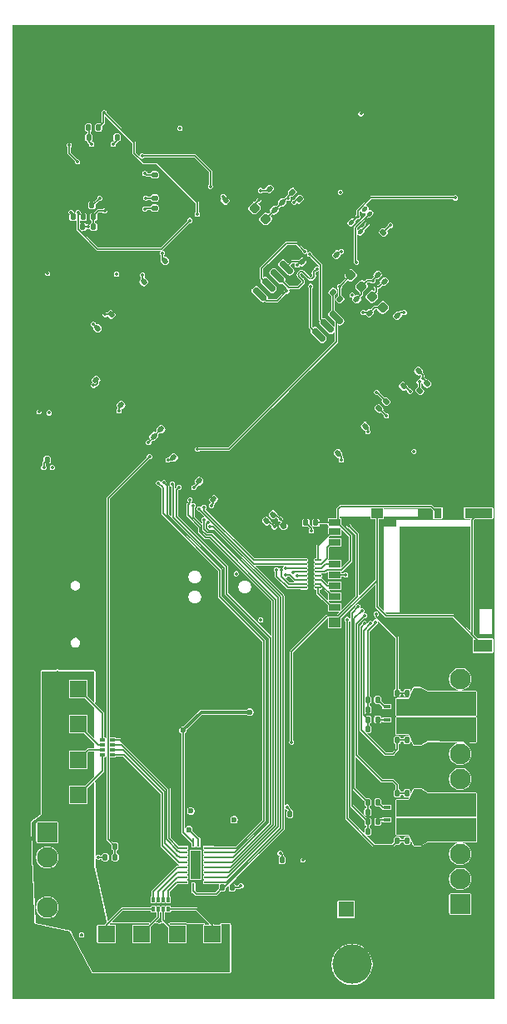
<source format=gbr>
%TF.GenerationSoftware,KiCad,Pcbnew,9.0.1*%
%TF.CreationDate,2025-05-10T22:35:42-04:00*%
%TF.ProjectId,CRVFCU,43525646-4355-42e6-9b69-6361645f7063,rev?*%
%TF.SameCoordinates,Original*%
%TF.FileFunction,Copper,L4,Bot*%
%TF.FilePolarity,Positive*%
%FSLAX46Y46*%
G04 Gerber Fmt 4.6, Leading zero omitted, Abs format (unit mm)*
G04 Created by KiCad (PCBNEW 9.0.1) date 2025-05-10 22:35:42*
%MOMM*%
%LPD*%
G01*
G04 APERTURE LIST*
G04 Aperture macros list*
%AMRoundRect*
0 Rectangle with rounded corners*
0 $1 Rounding radius*
0 $2 $3 $4 $5 $6 $7 $8 $9 X,Y pos of 4 corners*
0 Add a 4 corners polygon primitive as box body*
4,1,4,$2,$3,$4,$5,$6,$7,$8,$9,$2,$3,0*
0 Add four circle primitives for the rounded corners*
1,1,$1+$1,$2,$3*
1,1,$1+$1,$4,$5*
1,1,$1+$1,$6,$7*
1,1,$1+$1,$8,$9*
0 Add four rect primitives between the rounded corners*
20,1,$1+$1,$2,$3,$4,$5,0*
20,1,$1+$1,$4,$5,$6,$7,0*
20,1,$1+$1,$6,$7,$8,$9,0*
20,1,$1+$1,$8,$9,$2,$3,0*%
%AMFreePoly0*
4,1,17,1.515000,0.170000,0.915000,0.170000,0.915000,-0.080000,1.515000,-0.080000,1.515000,-0.480000,0.915000,-0.480000,0.915000,-0.505000,-0.395000,-0.505000,-0.395000,-1.005000,-0.825000,-1.005000,-0.825000,-0.625000,-0.915000,-0.625000,-0.915000,0.505000,0.815000,0.505000,0.815000,0.570000,1.515000,0.570000,1.515000,0.170000,1.515000,0.170000,$1*%
%AMFreePoly1*
4,1,17,-0.395000,0.505000,0.915000,0.505000,0.915000,0.480000,1.515000,0.480000,1.515000,0.080000,0.915000,0.080000,0.915000,-0.170000,1.515000,-0.170000,1.515000,-0.570000,0.815000,-0.570000,0.815000,-0.505000,-0.915000,-0.505000,-0.915000,0.625000,-0.825000,0.625000,-0.825000,1.005000,-0.395000,1.005000,-0.395000,0.505000,-0.395000,0.505000,$1*%
G04 Aperture macros list end*
%TA.AperFunction,SMDPad,CuDef*%
%ADD10R,0.760000X0.350000*%
%TD*%
%TA.AperFunction,SMDPad,CuDef*%
%ADD11FreePoly0,0.000000*%
%TD*%
%TA.AperFunction,SMDPad,CuDef*%
%ADD12FreePoly1,0.000000*%
%TD*%
%TA.AperFunction,SMDPad,CuDef*%
%ADD13RoundRect,0.135000X-0.135000X-0.185000X0.135000X-0.185000X0.135000X0.185000X-0.135000X0.185000X0*%
%TD*%
%TA.AperFunction,ComponentPad*%
%ADD14R,1.600000X1.600000*%
%TD*%
%TA.AperFunction,ComponentPad*%
%ADD15C,1.600000*%
%TD*%
%TA.AperFunction,ComponentPad*%
%ADD16RoundRect,0.760000X-1.140000X-1.140000X1.140000X-1.140000X1.140000X1.140000X-1.140000X1.140000X0*%
%TD*%
%TA.AperFunction,ComponentPad*%
%ADD17C,4.000000*%
%TD*%
%TA.AperFunction,ComponentPad*%
%ADD18RoundRect,0.250001X0.799999X-0.799999X0.799999X0.799999X-0.799999X0.799999X-0.799999X-0.799999X0*%
%TD*%
%TA.AperFunction,ComponentPad*%
%ADD19C,2.100000*%
%TD*%
%TA.AperFunction,SMDPad,CuDef*%
%ADD20RoundRect,0.140000X-0.140000X-0.170000X0.140000X-0.170000X0.140000X0.170000X-0.140000X0.170000X0*%
%TD*%
%TA.AperFunction,ComponentPad*%
%ADD21C,6.400000*%
%TD*%
%TA.AperFunction,SMDPad,CuDef*%
%ADD22RoundRect,0.050000X0.262500X0.050000X-0.262500X0.050000X-0.262500X-0.050000X0.262500X-0.050000X0*%
%TD*%
%TA.AperFunction,HeatsinkPad*%
%ADD23R,0.400000X2.800000*%
%TD*%
%TA.AperFunction,SMDPad,CuDef*%
%ADD24R,1.200000X0.700000*%
%TD*%
%TA.AperFunction,SMDPad,CuDef*%
%ADD25R,0.800000X1.000000*%
%TD*%
%TA.AperFunction,SMDPad,CuDef*%
%ADD26R,1.200000X1.000000*%
%TD*%
%TA.AperFunction,SMDPad,CuDef*%
%ADD27R,2.800000X1.000000*%
%TD*%
%TA.AperFunction,SMDPad,CuDef*%
%ADD28R,1.900000X1.300000*%
%TD*%
%TA.AperFunction,SMDPad,CuDef*%
%ADD29RoundRect,0.162500X0.574524X-0.344715X-0.344715X0.574524X-0.574524X0.344715X0.344715X-0.574524X0*%
%TD*%
%TA.AperFunction,SMDPad,CuDef*%
%ADD30RoundRect,0.140000X-0.219203X-0.021213X-0.021213X-0.219203X0.219203X0.021213X0.021213X0.219203X0*%
%TD*%
%TA.AperFunction,SMDPad,CuDef*%
%ADD31RoundRect,0.140000X0.219203X0.021213X0.021213X0.219203X-0.219203X-0.021213X-0.021213X-0.219203X0*%
%TD*%
%TA.AperFunction,SMDPad,CuDef*%
%ADD32RoundRect,0.140000X0.021213X-0.219203X0.219203X-0.021213X-0.021213X0.219203X-0.219203X0.021213X0*%
%TD*%
%TA.AperFunction,SMDPad,CuDef*%
%ADD33RoundRect,0.140000X-0.021213X0.219203X-0.219203X0.021213X0.021213X-0.219203X0.219203X-0.021213X0*%
%TD*%
%TA.AperFunction,SMDPad,CuDef*%
%ADD34RoundRect,0.218750X0.335876X0.026517X0.026517X0.335876X-0.335876X-0.026517X-0.026517X-0.335876X0*%
%TD*%
%TA.AperFunction,HeatsinkPad*%
%ADD35O,2.100000X1.000000*%
%TD*%
%TA.AperFunction,HeatsinkPad*%
%ADD36O,1.800000X1.000000*%
%TD*%
%TA.AperFunction,SMDPad,CuDef*%
%ADD37RoundRect,0.218750X-0.335876X-0.026517X-0.026517X-0.335876X0.335876X0.026517X0.026517X0.335876X0*%
%TD*%
%TA.AperFunction,SMDPad,CuDef*%
%ADD38RoundRect,0.135000X-0.226274X-0.035355X-0.035355X-0.226274X0.226274X0.035355X0.035355X0.226274X0*%
%TD*%
%TA.AperFunction,SMDPad,CuDef*%
%ADD39RoundRect,0.135000X-0.035355X0.226274X-0.226274X0.035355X0.035355X-0.226274X0.226274X-0.035355X0*%
%TD*%
%TA.AperFunction,SMDPad,CuDef*%
%ADD40RoundRect,0.135000X0.226274X0.035355X0.035355X0.226274X-0.226274X-0.035355X-0.035355X-0.226274X0*%
%TD*%
%TA.AperFunction,SMDPad,CuDef*%
%ADD41RoundRect,0.100000X0.088388X0.229810X-0.229810X-0.088388X-0.088388X-0.229810X0.229810X0.088388X0*%
%TD*%
%TA.AperFunction,ComponentPad*%
%ADD42RoundRect,0.250001X-0.799999X0.799999X-0.799999X-0.799999X0.799999X-0.799999X0.799999X0.799999X0*%
%TD*%
%TA.AperFunction,ComponentPad*%
%ADD43R,1.700000X1.700000*%
%TD*%
%TA.AperFunction,ComponentPad*%
%ADD44C,1.700000*%
%TD*%
%TA.AperFunction,SMDPad,CuDef*%
%ADD45R,0.240000X0.900000*%
%TD*%
%TA.AperFunction,SMDPad,CuDef*%
%ADD46R,0.900000X0.240000*%
%TD*%
%TA.AperFunction,SMDPad,CuDef*%
%ADD47R,1.000000X2.900000*%
%TD*%
%TA.AperFunction,SMDPad,CuDef*%
%ADD48RoundRect,0.135000X0.135000X0.185000X-0.135000X0.185000X-0.135000X-0.185000X0.135000X-0.185000X0*%
%TD*%
%TA.AperFunction,SMDPad,CuDef*%
%ADD49R,0.400000X0.500000*%
%TD*%
%TA.AperFunction,SMDPad,CuDef*%
%ADD50R,0.300000X0.500000*%
%TD*%
%TA.AperFunction,SMDPad,CuDef*%
%ADD51R,0.500000X0.400000*%
%TD*%
%TA.AperFunction,SMDPad,CuDef*%
%ADD52R,0.500000X0.300000*%
%TD*%
%TA.AperFunction,SMDPad,CuDef*%
%ADD53RoundRect,0.140000X0.140000X0.170000X-0.140000X0.170000X-0.140000X-0.170000X0.140000X-0.170000X0*%
%TD*%
%TA.AperFunction,SMDPad,CuDef*%
%ADD54RoundRect,0.140000X-0.170000X0.140000X-0.170000X-0.140000X0.170000X-0.140000X0.170000X0.140000X0*%
%TD*%
%TA.AperFunction,SMDPad,CuDef*%
%ADD55RoundRect,0.135000X-0.185000X0.135000X-0.185000X-0.135000X0.185000X-0.135000X0.185000X0.135000X0*%
%TD*%
%TA.AperFunction,ViaPad*%
%ADD56C,0.350000*%
%TD*%
%TA.AperFunction,ViaPad*%
%ADD57C,0.600000*%
%TD*%
%TA.AperFunction,Conductor*%
%ADD58C,0.150000*%
%TD*%
%TA.AperFunction,Conductor*%
%ADD59C,0.320000*%
%TD*%
G04 APERTURE END LIST*
D10*
%TO.P,U16,1,S*%
%TO.N,GND*%
X78535000Y-91770000D03*
%TO.P,U16,2,G*%
%TO.N,Net-(U16A-G)*%
X78535000Y-91120000D03*
%TO.P,U16,3,S*%
%TO.N,GND*%
X78535000Y-90470000D03*
%TO.P,U16,4,G*%
%TO.N,Net-(U16B-G)*%
X78535000Y-89820000D03*
D11*
%TO.P,U16,5,D*%
%TO.N,/PYO2*%
X80500000Y-91490000D03*
D12*
%TO.P,U16,6,D*%
%TO.N,/PYO3*%
X80500000Y-90100000D03*
%TD*%
D10*
%TO.P,U8,1,S*%
%TO.N,GND*%
X78535000Y-101980000D03*
%TO.P,U8,2,G*%
%TO.N,Net-(U8A-G)*%
X78535000Y-101330000D03*
%TO.P,U8,3,S*%
%TO.N,GND*%
X78535000Y-100680000D03*
%TO.P,U8,4,G*%
%TO.N,Net-(U8B-G)*%
X78535000Y-100030000D03*
D11*
%TO.P,U8,5,D*%
%TO.N,/PYO0*%
X80500000Y-101700000D03*
D12*
%TO.P,U8,6,D*%
%TO.N,/PYO1*%
X80500000Y-100310000D03*
%TD*%
D13*
%TO.P,R36,1*%
%TO.N,Net-(5V_PWR1-K)*%
X68680000Y-100700000D03*
%TO.P,R36,2*%
%TO.N,GND*%
X69700000Y-100700000D03*
%TD*%
D14*
%TO.P,C1,1*%
%TO.N,VBAT*%
X74400000Y-110402651D03*
D15*
%TO.P,C1,2*%
%TO.N,GND*%
X74400000Y-105402651D03*
%TD*%
D16*
%TO.P,BATT1,1,Pin_1*%
%TO.N,GND*%
X70000000Y-116000000D03*
D17*
%TO.P,BATT1,2,Pin_2*%
%TO.N,VBAT*%
X75000000Y-116000000D03*
%TD*%
D13*
%TO.P,R37,1*%
%TO.N,Net-(3V3_PWR1-K)*%
X67880000Y-105400000D03*
%TO.P,R37,2*%
%TO.N,GND*%
X68900000Y-105400000D03*
%TD*%
D18*
%TO.P,PYRO_TERM1,1,Pin_1*%
%TO.N,VBAT*%
X86000000Y-109860000D03*
D19*
%TO.P,PYRO_TERM1,2,Pin_2*%
%TO.N,/VPYRO*%
X86000000Y-107320000D03*
%TO.P,PYRO_TERM1,3,Pin_3*%
X86000000Y-104780000D03*
%TO.P,PYRO_TERM1,4,Pin_4*%
%TO.N,/PYO0*%
X86000000Y-102240000D03*
%TO.P,PYRO_TERM1,5,Pin_5*%
%TO.N,/PYO1*%
X86000000Y-99700000D03*
%TO.P,PYRO_TERM1,6,Pin_6*%
%TO.N,/VPYRO*%
X86000000Y-97160000D03*
%TO.P,PYRO_TERM1,7,Pin_7*%
X86000000Y-94620000D03*
%TO.P,PYRO_TERM1,8,Pin_8*%
%TO.N,/PYO2*%
X86000000Y-92080000D03*
%TO.P,PYRO_TERM1,9,Pin_9*%
%TO.N,/PYO3*%
X86000000Y-89540000D03*
%TO.P,PYRO_TERM1,10,Pin_10*%
%TO.N,/VPYRO*%
X86000000Y-87000000D03*
%TD*%
D20*
%TO.P,C40,1*%
%TO.N,+8V4*%
X44000000Y-64700000D03*
%TO.P,C40,2*%
%TO.N,GND*%
X44960000Y-64700000D03*
%TD*%
D21*
%TO.P,H2,1,1*%
%TO.N,GND*%
X86000000Y-24000000D03*
%TD*%
%TO.P,H3,1,1*%
%TO.N,GND*%
X44000000Y-24000000D03*
%TD*%
D22*
%TO.P,U11,1,SDData1*%
%TO.N,Net-(J4-DAT1)*%
X71527500Y-74910000D03*
%TO.P,U11,2,SDData0*%
%TO.N,Net-(J4-DAT0)*%
X71527500Y-75310000D03*
%TO.P,U11,3,SDCLK*%
%TO.N,Net-(J4-CLK)*%
X71527500Y-75710000D03*
%TO.P,U11,4,ESD1*%
%TO.N,Net-(J4-DET_A)*%
X71527500Y-76110000D03*
%TO.P,U11,5,ESD3*%
%TO.N,unconnected-(U11-ESD3-Pad5)*%
X71527500Y-76510000D03*
%TO.P,U11,6,SDCMD*%
%TO.N,Net-(J4-CMD)*%
X71527500Y-76910000D03*
%TO.P,U11,7,SDData3*%
%TO.N,Net-(J4-DAT3{slash}CD)*%
X71527500Y-77310000D03*
%TO.P,U11,8,SDData2*%
%TO.N,Net-(J4-DAT2)*%
X71527500Y-77710000D03*
%TO.P,U11,9,Data2*%
%TO.N,/SD_DAT2*%
X70102500Y-77710000D03*
%TO.P,U11,10,Data3*%
%TO.N,/SD_DAT3*%
X70102500Y-77310000D03*
%TO.P,U11,11,CMD*%
%TO.N,/SD_CMD*%
X70102500Y-76910000D03*
%TO.P,U11,12,VCC*%
%TO.N,+3V3*%
X70102500Y-76510000D03*
%TO.P,U11,13,ESD1*%
%TO.N,/SD_DET*%
X70102500Y-76110000D03*
%TO.P,U11,14,CLK*%
%TO.N,/SD_CLK*%
X70102500Y-75710000D03*
%TO.P,U11,15,Data0*%
%TO.N,/SD_DAT0*%
X70102500Y-75310000D03*
%TO.P,U11,16,Data1*%
%TO.N,/SD_DAT1*%
X70102500Y-74910000D03*
D23*
%TO.P,U11,17,GND*%
%TO.N,GND*%
X70815000Y-76310000D03*
%TD*%
D24*
%TO.P,J4,1,DAT2*%
%TO.N,Net-(J4-DAT2)*%
X73225000Y-79725000D03*
%TO.P,J4,2,DAT3/CD*%
%TO.N,Net-(J4-DAT3{slash}CD)*%
X73225000Y-78625000D03*
%TO.P,J4,3,CMD*%
%TO.N,Net-(J4-CMD)*%
X73225000Y-77525000D03*
%TO.P,J4,4,VDD*%
%TO.N,+3V3*%
X73225000Y-76425000D03*
%TO.P,J4,5,CLK*%
%TO.N,Net-(J4-CLK)*%
X73225000Y-75325000D03*
%TO.P,J4,6,VSS*%
%TO.N,GND*%
X73225000Y-74225000D03*
%TO.P,J4,7,DAT0*%
%TO.N,Net-(J4-DAT0)*%
X73225000Y-73125000D03*
%TO.P,J4,8,DAT1*%
%TO.N,Net-(J4-DAT1)*%
X73225000Y-72025000D03*
%TO.P,J4,9,DET_B*%
%TO.N,Net-(J4-DET_A)*%
X73225000Y-71075000D03*
D25*
%TO.P,J4,10,DET_A*%
X83725000Y-70125000D03*
D26*
%TO.P,J4,11,SHIELD*%
%TO.N,unconnected-(J4-SHIELD-Pad11)*%
X77525000Y-70125000D03*
D27*
X87875000Y-70125000D03*
D26*
X73225000Y-81275000D03*
D28*
X88325000Y-83625000D03*
%TD*%
D13*
%TO.P,R24,1*%
%TO.N,+3V3*%
X70305000Y-71125000D03*
%TO.P,R24,2*%
%TO.N,Net-(J4-DET_A)*%
X71325000Y-71125000D03*
%TD*%
D29*
%TO.P,U10,1,~{CS}*%
%TO.N,/FLASH_CS*%
X73383784Y-50239707D03*
%TO.P,U10,2,DO/IO_{1}*%
%TO.N,/QSPI_IO1*%
X72485758Y-51137733D03*
%TO.P,U10,3,~{WP}/IO_{2}*%
%TO.N,/QSPI_IO2*%
X71587733Y-52035758D03*
%TO.P,U10,4,GND*%
%TO.N,GND*%
X70689707Y-52933784D03*
%TO.P,U10,5,DI/IO_{0}*%
%TO.N,/QSPI_IO0*%
X65616216Y-47860293D03*
%TO.P,U10,6,CLK*%
%TO.N,/QSPI_CLK*%
X66514242Y-46962267D03*
%TO.P,U10,7,~{HOLD}/~{RESET}/IO_{3}*%
%TO.N,/QSPI_IO3*%
X67412267Y-46064242D03*
%TO.P,U10,8,VCC*%
%TO.N,+3V3*%
X68310293Y-45166216D03*
%TD*%
D30*
%TO.P,C17,1*%
%TO.N,/VDDA*%
X67100000Y-39350000D03*
%TO.P,C17,2*%
%TO.N,GND*%
X67778822Y-40028822D03*
%TD*%
%TO.P,C16,1*%
%TO.N,/VDD12DSI*%
X55560589Y-61610589D03*
%TO.P,C16,2*%
%TO.N,GND*%
X56239411Y-62289411D03*
%TD*%
D31*
%TO.P,C20,1*%
%TO.N,+3V3*%
X56839411Y-64489411D03*
%TO.P,C20,2*%
%TO.N,GND*%
X56160589Y-63810589D03*
%TD*%
%TO.P,C10,1*%
%TO.N,+3V3*%
X59439412Y-66889411D03*
%TO.P,C10,2*%
%TO.N,GND*%
X58760590Y-66210589D03*
%TD*%
%TO.P,C12,1*%
%TO.N,GND*%
X78950340Y-47275182D03*
%TO.P,C12,2*%
%TO.N,/VLXSMPS*%
X78271518Y-46596360D03*
%TD*%
D32*
%TO.P,C13,1*%
%TO.N,Net-(C13-Pad1)*%
X80221178Y-57228822D03*
%TO.P,C13,2*%
%TO.N,GND*%
X80900000Y-56550000D03*
%TD*%
D30*
%TO.P,C15,1*%
%TO.N,/VDD12DSI*%
X54821178Y-62331767D03*
%TO.P,C15,2*%
%TO.N,GND*%
X55500000Y-63010589D03*
%TD*%
D31*
%TO.P,C11,1*%
%TO.N,/VDDSMPS*%
X77610929Y-45935771D03*
%TO.P,C11,2*%
%TO.N,GND*%
X76932107Y-45256949D03*
%TD*%
D33*
%TO.P,C14,1*%
%TO.N,Net-(C14-Pad1)*%
X66300000Y-70950000D03*
%TO.P,C14,2*%
%TO.N,GND*%
X65621178Y-71628822D03*
%TD*%
D30*
%TO.P,C19,1*%
%TO.N,/VDDSMPS*%
X75471517Y-48396360D03*
%TO.P,C19,2*%
%TO.N,GND*%
X76150339Y-49075182D03*
%TD*%
%TO.P,C18,1*%
%TO.N,/VDDA*%
X67900000Y-38550000D03*
%TO.P,C18,2*%
%TO.N,GND*%
X68578822Y-39228822D03*
%TD*%
%TO.P,C22,1*%
%TO.N,+3V3*%
X48960589Y-56610589D03*
%TO.P,C22,2*%
%TO.N,GND*%
X49639411Y-57289411D03*
%TD*%
D32*
%TO.P,C27,1*%
%TO.N,+3V3*%
X62100000Y-38350000D03*
%TO.P,C27,2*%
%TO.N,GND*%
X62778822Y-37671178D03*
%TD*%
%TO.P,C24,1*%
%TO.N,+3V3*%
X50500001Y-49950000D03*
%TO.P,C24,2*%
%TO.N,GND*%
X51178823Y-49271178D03*
%TD*%
D30*
%TO.P,C32,1*%
%TO.N,+3V3*%
X60900000Y-68750000D03*
%TO.P,C32,2*%
%TO.N,GND*%
X61578822Y-69428822D03*
%TD*%
%TO.P,C21,1*%
%TO.N,+3V3*%
X51500000Y-59150001D03*
%TO.P,C21,2*%
%TO.N,GND*%
X52178822Y-59828823D03*
%TD*%
D32*
%TO.P,C23,1*%
%TO.N,+3V3*%
X49100001Y-51350000D03*
%TO.P,C23,2*%
%TO.N,GND*%
X49778823Y-50671178D03*
%TD*%
%TO.P,C25,1*%
%TO.N,+3V3*%
X53821179Y-46628822D03*
%TO.P,C25,2*%
%TO.N,GND*%
X54500001Y-45950000D03*
%TD*%
%TO.P,C26,1*%
%TO.N,+3V3*%
X55960589Y-44489411D03*
%TO.P,C26,2*%
%TO.N,GND*%
X56639411Y-43810589D03*
%TD*%
D30*
%TO.P,C29,1*%
%TO.N,+3V3*%
X73421178Y-43871177D03*
%TO.P,C29,2*%
%TO.N,GND*%
X74100000Y-44549999D03*
%TD*%
%TO.P,C30,1*%
%TO.N,+3V3*%
X79621179Y-50071178D03*
%TO.P,C30,2*%
%TO.N,GND*%
X80300001Y-50750000D03*
%TD*%
%TO.P,C31,1*%
%TO.N,+3V3*%
X76760589Y-49810589D03*
%TO.P,C31,2*%
%TO.N,GND*%
X77439411Y-50489411D03*
%TD*%
D31*
%TO.P,C28,1*%
%TO.N,+3V3*%
X66600000Y-37200000D03*
%TO.P,C28,2*%
%TO.N,GND*%
X65921178Y-36521178D03*
%TD*%
D32*
%TO.P,C36,1*%
%TO.N,+3V3*%
X66960589Y-70289411D03*
%TO.P,C36,2*%
%TO.N,GND*%
X67639411Y-69610589D03*
%TD*%
D33*
%TO.P,C33,1*%
%TO.N,+3V3*%
X73578822Y-64071178D03*
%TO.P,C33,2*%
%TO.N,GND*%
X72900000Y-64750000D03*
%TD*%
D32*
%TO.P,C34,1*%
%TO.N,+3V3*%
X81760590Y-55689411D03*
%TO.P,C34,2*%
%TO.N,GND*%
X82439412Y-55010589D03*
%TD*%
%TO.P,C35,1*%
%TO.N,+3V3*%
X68021178Y-71428822D03*
%TO.P,C35,2*%
%TO.N,GND*%
X68700000Y-70750000D03*
%TD*%
D31*
%TO.P,C51,1*%
%TO.N,+3V3*%
X69889750Y-44614593D03*
%TO.P,C51,2*%
%TO.N,GND*%
X69210928Y-43935771D03*
%TD*%
D34*
%TO.P,L3,1*%
%TO.N,+3V3*%
X78124623Y-49249465D03*
%TO.P,L3,2*%
%TO.N,/VLXSMPS*%
X77010929Y-48135771D03*
%TD*%
D35*
%TO.P,J3,S1,SHIELD*%
%TO.N,GND*%
X47355000Y-76080000D03*
D36*
X43175000Y-76080000D03*
D35*
X47355000Y-84720000D03*
D36*
X43175000Y-84720000D03*
%TD*%
D37*
%TO.P,L1,1*%
%TO.N,+3V3*%
X65092941Y-39132564D03*
%TO.P,L1,2*%
%TO.N,/VDDA*%
X66206635Y-40246258D03*
%TD*%
%TO.P,L2,1*%
%TO.N,+3V3*%
X74854081Y-45978923D03*
%TO.P,L2,2*%
%TO.N,/VDDSMPS*%
X75967775Y-47092617D03*
%TD*%
D38*
%TO.P,R4,1*%
%TO.N,/VDDA*%
X68928999Y-37528685D03*
%TO.P,R4,2*%
%TO.N,Net-(U2-VREF+)*%
X69650247Y-38249933D03*
%TD*%
D39*
%TO.P,R5,1*%
%TO.N,+3V3*%
X82610871Y-56968061D03*
%TO.P,R5,2*%
%TO.N,Net-(U2-PDR_ON)*%
X81889623Y-57689309D03*
%TD*%
%TO.P,R6,1*%
%TO.N,Net-(U2-BOOT0)*%
X78460624Y-58789376D03*
%TO.P,R6,2*%
%TO.N,Net-(SW2-B)*%
X77739376Y-59510624D03*
%TD*%
D40*
%TO.P,R23,1*%
%TO.N,+3V3*%
X73771552Y-48396395D03*
%TO.P,R23,2*%
%TO.N,/FLASH_CS*%
X73050304Y-47675147D03*
%TD*%
D33*
%TO.P,C39,1*%
%TO.N,+3V3*%
X76339411Y-61310589D03*
%TO.P,C39,2*%
%TO.N,GND*%
X75660589Y-61989411D03*
%TD*%
D41*
%TO.P,U17,1,NC*%
%TO.N,unconnected-(U17-NC-Pad1)*%
X76293503Y-39256497D03*
%TO.P,U17,2,A*%
%TO.N,/NEOPIX*%
X76753122Y-39716117D03*
%TO.P,U17,3,GND*%
%TO.N,GND*%
X77212742Y-40175736D03*
%TO.P,U17,4,Y*%
%TO.N,Net-(NEOPIX1-DIN)*%
X75869239Y-41519239D03*
%TO.P,U17,5,VCC*%
%TO.N,+5V*%
X74950000Y-40600000D03*
%TD*%
D42*
%TO.P,ARM1,1,Pin_1*%
%TO.N,+3V3*%
X44000000Y-102580000D03*
D19*
%TO.P,ARM1,2,Pin_2*%
%TO.N,Net-(ARM1-Pin_2)*%
X44000000Y-105120000D03*
%TO.P,ARM1,3,Pin_3*%
%TO.N,+8V4*%
X44000000Y-107660000D03*
%TO.P,ARM1,4,Pin_4*%
%TO.N,VBAT*%
X44000000Y-110200000D03*
%TD*%
D21*
%TO.P,H4,1,1*%
%TO.N,GND*%
X86000000Y-116000000D03*
%TD*%
%TO.P,H1,1,1*%
%TO.N,GND*%
X44000000Y-116000000D03*
%TD*%
D43*
%TO.P,PWM0,1,Pin_1*%
%TO.N,/SRVO_0*%
X47140000Y-88000001D03*
D44*
%TO.P,PWM0,2,Pin_2*%
%TO.N,+8V4*%
X44600000Y-88000001D03*
%TO.P,PWM0,3,Pin_3*%
%TO.N,GND*%
X42060000Y-88000001D03*
%TD*%
D43*
%TO.P,PWM3,1,Pin_1*%
%TO.N,/SRVO_3*%
X47140000Y-98800000D03*
D44*
%TO.P,PWM3,2,Pin_2*%
%TO.N,+8V4*%
X44600000Y-98800000D03*
%TO.P,PWM3,3,Pin_3*%
%TO.N,GND*%
X42060000Y-98800000D03*
%TD*%
D43*
%TO.P,PWM2,1,Pin_1*%
%TO.N,/SRVO_2*%
X47140000Y-95200000D03*
D44*
%TO.P,PWM2,2,Pin_2*%
%TO.N,+8V4*%
X44600000Y-95200000D03*
%TO.P,PWM2,3,Pin_3*%
%TO.N,GND*%
X42060000Y-95200000D03*
%TD*%
D43*
%TO.P,PWM1,1,Pin_1*%
%TO.N,/SRVO_1*%
X47140000Y-91600000D03*
D44*
%TO.P,PWM1,2,Pin_2*%
%TO.N,+8V4*%
X44600000Y-91600000D03*
%TO.P,PWM1,3,Pin_3*%
%TO.N,GND*%
X42060000Y-91600000D03*
%TD*%
D45*
%TO.P,U5,1,VCCA*%
%TO.N,+3V3*%
X59350000Y-103600000D03*
D46*
%TO.P,U5,2,A0*%
%TO.N,/SRVI_7*%
X60400000Y-104150000D03*
%TO.P,U5,3,A1*%
%TO.N,/SRVI_6*%
X60400000Y-104650000D03*
%TO.P,U5,4,A2*%
%TO.N,/SRVI_5*%
X60400000Y-105150000D03*
%TO.P,U5,5,A3*%
%TO.N,/SRVI_4*%
X60400000Y-105650000D03*
%TO.P,U5,6,A4*%
%TO.N,/SRVI_3*%
X60400000Y-106150000D03*
%TO.P,U5,7,A5*%
%TO.N,/SRVI_2*%
X60400000Y-106650000D03*
%TO.P,U5,8,A6*%
%TO.N,/SRVI_1*%
X60400000Y-107150000D03*
%TO.P,U5,9,A7*%
%TO.N,/SRVI_0*%
X60400000Y-107650000D03*
D45*
%TO.P,U5,10,GND*%
%TO.N,GND*%
X59350000Y-108200000D03*
%TO.P,U5,11,~{OE}*%
%TO.N,/SRV_OE*%
X58850000Y-108200000D03*
D46*
%TO.P,U5,12,B7*%
%TO.N,Net-(U5-B7)*%
X57800000Y-107650000D03*
%TO.P,U5,13,B6*%
%TO.N,Net-(U5-B6)*%
X57800000Y-107150000D03*
%TO.P,U5,14,B5*%
%TO.N,Net-(U5-B5)*%
X57800000Y-106650000D03*
%TO.P,U5,15,B4*%
%TO.N,Net-(U5-B4)*%
X57800000Y-106150000D03*
%TO.P,U5,16,B3*%
%TO.N,Net-(U5-B3)*%
X57800000Y-105650000D03*
%TO.P,U5,17,B2*%
%TO.N,Net-(U5-B2)*%
X57800000Y-105150000D03*
%TO.P,U5,18,B1*%
%TO.N,Net-(U5-B1)*%
X57800000Y-104650000D03*
%TO.P,U5,19,B0*%
%TO.N,Net-(U5-B0)*%
X57800000Y-104150000D03*
D45*
%TO.P,U5,20,VCCB*%
%TO.N,+5V*%
X58850000Y-103600000D03*
D47*
%TO.P,U5,21,NC*%
%TO.N,unconnected-(U5-NC-Pad21)*%
X59100000Y-105900000D03*
%TD*%
D48*
%TO.P,R44,1*%
%TO.N,/ARM*%
X50910000Y-105100000D03*
%TO.P,R44,2*%
%TO.N,Net-(ARM1-Pin_2)*%
X49890000Y-105100000D03*
%TD*%
%TO.P,R43,1*%
%TO.N,/ARM*%
X50900001Y-104000000D03*
%TO.P,R43,2*%
%TO.N,GND*%
X49880001Y-104000000D03*
%TD*%
D39*
%TO.P,R42,1*%
%TO.N,Net-(LED1-K)*%
X78171248Y-41628752D03*
%TO.P,R42,2*%
%TO.N,GND*%
X77450000Y-42350000D03*
%TD*%
D49*
%TO.P,R39,1*%
%TO.N,/SRVO_7*%
X56300000Y-110400000D03*
D50*
%TO.P,R39,2*%
%TO.N,/SRVO_6*%
X55800000Y-110400000D03*
%TO.P,R39,3*%
%TO.N,/SRVO_5*%
X55300000Y-110400000D03*
D49*
%TO.P,R39,4*%
%TO.N,/SRVO_4*%
X54800000Y-110400000D03*
%TO.P,R39,5*%
%TO.N,Net-(U5-B4)*%
X54800000Y-109400000D03*
D50*
%TO.P,R39,6*%
%TO.N,Net-(U5-B5)*%
X55300000Y-109400000D03*
%TO.P,R39,7*%
%TO.N,Net-(U5-B6)*%
X55800000Y-109400000D03*
D49*
%TO.P,R39,8*%
%TO.N,Net-(U5-B7)*%
X56300000Y-109400000D03*
%TD*%
D51*
%TO.P,R38,1*%
%TO.N,/SRVO_3*%
X49600000Y-94700000D03*
D52*
%TO.P,R38,2*%
%TO.N,/SRVO_2*%
X49600000Y-94200000D03*
%TO.P,R38,3*%
%TO.N,/SRVO_1*%
X49600000Y-93700000D03*
D51*
%TO.P,R38,4*%
%TO.N,/SRVO_0*%
X49600000Y-93200000D03*
%TO.P,R38,5*%
%TO.N,Net-(U5-B0)*%
X50600000Y-93200000D03*
D52*
%TO.P,R38,6*%
%TO.N,Net-(U5-B1)*%
X50600000Y-93700000D03*
%TO.P,R38,7*%
%TO.N,Net-(U5-B2)*%
X50600000Y-94200000D03*
D51*
%TO.P,R38,8*%
%TO.N,Net-(U5-B3)*%
X50600000Y-94700000D03*
%TD*%
D13*
%TO.P,R35,1*%
%TO.N,GND*%
X78590000Y-93200000D03*
%TO.P,R35,2*%
%TO.N,/PYC2*%
X79610000Y-93200000D03*
%TD*%
D48*
%TO.P,R34,1*%
%TO.N,/PYO2*%
X81610000Y-93200000D03*
%TO.P,R34,2*%
%TO.N,/PYC2*%
X80590000Y-93200000D03*
%TD*%
%TO.P,R33,1*%
%TO.N,Net-(U16A-G)*%
X77610000Y-91116000D03*
%TO.P,R33,2*%
%TO.N,/PYR2*%
X76590000Y-91116000D03*
%TD*%
D13*
%TO.P,R32,1*%
%TO.N,/PYR2*%
X76590000Y-92100000D03*
%TO.P,R32,2*%
%TO.N,GND*%
X77610000Y-92100000D03*
%TD*%
%TO.P,R31,1*%
%TO.N,GND*%
X78580000Y-88400000D03*
%TO.P,R31,2*%
%TO.N,/PYC3*%
X79600000Y-88400000D03*
%TD*%
D48*
%TO.P,R30,1*%
%TO.N,/PYO3*%
X81629999Y-88400000D03*
%TO.P,R30,2*%
%TO.N,/PYC3*%
X80609999Y-88400000D03*
%TD*%
%TO.P,R29,1*%
%TO.N,Net-(U16B-G)*%
X77610000Y-89100000D03*
%TO.P,R29,2*%
%TO.N,/PYR3*%
X76590000Y-89100000D03*
%TD*%
D13*
%TO.P,R28,1*%
%TO.N,/PYR3*%
X76590000Y-90100000D03*
%TO.P,R28,2*%
%TO.N,GND*%
X77610000Y-90100000D03*
%TD*%
%TO.P,R27,1*%
%TO.N,GND*%
X78590000Y-103410000D03*
%TO.P,R27,2*%
%TO.N,/PYC0*%
X79610000Y-103410000D03*
%TD*%
D48*
%TO.P,R26,1*%
%TO.N,/PYO0*%
X81610000Y-103410000D03*
%TO.P,R26,2*%
%TO.N,/PYC0*%
X80590000Y-103410000D03*
%TD*%
%TO.P,R25,1*%
%TO.N,Net-(U8A-G)*%
X77619999Y-101510000D03*
%TO.P,R25,2*%
%TO.N,/PYR0*%
X76599999Y-101510000D03*
%TD*%
D13*
%TO.P,R22,1*%
%TO.N,+3V3*%
X46620000Y-40050000D03*
%TO.P,R22,2*%
%TO.N,/MAG_CS*%
X47640000Y-40050000D03*
%TD*%
%TO.P,R20,1*%
%TO.N,+3V3*%
X48190000Y-30950000D03*
%TO.P,R20,2*%
%TO.N,/IMU_CS*%
X49210000Y-30950000D03*
%TD*%
%TO.P,R19,1*%
%TO.N,/PYR0*%
X76599999Y-102510000D03*
%TO.P,R19,2*%
%TO.N,GND*%
X77619999Y-102510000D03*
%TD*%
%TO.P,R16,1*%
%TO.N,GND*%
X78590000Y-98610000D03*
%TO.P,R16,2*%
%TO.N,/PYC1*%
X79610000Y-98610000D03*
%TD*%
D48*
%TO.P,R14,1*%
%TO.N,/PYO1*%
X81610000Y-98610000D03*
%TO.P,R14,2*%
%TO.N,/PYC1*%
X80590000Y-98610000D03*
%TD*%
%TO.P,R12,1*%
%TO.N,Net-(U8B-G)*%
X77619999Y-99510000D03*
%TO.P,R12,2*%
%TO.N,/PYR1*%
X76599999Y-99510000D03*
%TD*%
D13*
%TO.P,R11,1*%
%TO.N,/PYR1*%
X76590000Y-100510000D03*
%TO.P,R11,2*%
%TO.N,GND*%
X77610000Y-100510000D03*
%TD*%
D48*
%TO.P,R10,1*%
%TO.N,+3V3*%
X62810000Y-108200000D03*
%TO.P,R10,2*%
%TO.N,/SRV_OE*%
X61790000Y-108200000D03*
%TD*%
D43*
%TO.P,PWM7,1,Pin_1*%
%TO.N,/SRVO_7*%
X60799999Y-112900000D03*
D44*
%TO.P,PWM7,2,Pin_2*%
%TO.N,+8V4*%
X60799999Y-115440000D03*
%TO.P,PWM7,3,Pin_3*%
%TO.N,GND*%
X60799999Y-117980000D03*
%TD*%
D43*
%TO.P,PWM6,1,Pin_1*%
%TO.N,/SRVO_6*%
X57200000Y-112900000D03*
D44*
%TO.P,PWM6,2,Pin_2*%
%TO.N,+8V4*%
X57200000Y-115440000D03*
%TO.P,PWM6,3,Pin_3*%
%TO.N,GND*%
X57200000Y-117980000D03*
%TD*%
D43*
%TO.P,PWM5,1,Pin_1*%
%TO.N,/SRVO_5*%
X53600001Y-112900000D03*
D44*
%TO.P,PWM5,2,Pin_2*%
%TO.N,+8V4*%
X53600001Y-115440000D03*
%TO.P,PWM5,3,Pin_3*%
%TO.N,GND*%
X53600001Y-117980000D03*
%TD*%
D43*
%TO.P,PWM4,1,Pin_1*%
%TO.N,/SRVO_4*%
X50000000Y-112900000D03*
D44*
%TO.P,PWM4,2,Pin_2*%
%TO.N,+8V4*%
X50000000Y-115440000D03*
%TO.P,PWM4,3,Pin_3*%
%TO.N,GND*%
X50000000Y-117980000D03*
%TD*%
D20*
%TO.P,C48,1*%
%TO.N,+3V3*%
X48220000Y-31950000D03*
%TO.P,C48,2*%
%TO.N,GND*%
X49180000Y-31950000D03*
%TD*%
D53*
%TO.P,C47,1*%
%TO.N,+3V3*%
X51100000Y-31950000D03*
%TO.P,C47,2*%
%TO.N,GND*%
X50140000Y-31950000D03*
%TD*%
D54*
%TO.P,C46,1*%
%TO.N,+3V3*%
X54925000Y-35765000D03*
%TO.P,C46,2*%
%TO.N,GND*%
X54925000Y-36725000D03*
%TD*%
D20*
%TO.P,C45,1*%
%TO.N,+3V3*%
X48710000Y-41050000D03*
%TO.P,C45,2*%
%TO.N,GND*%
X49670000Y-41050000D03*
%TD*%
%TO.P,C44,1*%
%TO.N,+3V3*%
X48550000Y-38850000D03*
%TO.P,C44,2*%
%TO.N,GND*%
X49510000Y-38850000D03*
%TD*%
%TO.P,C43,1*%
%TO.N,+3V3*%
X48710000Y-40050000D03*
%TO.P,C43,2*%
%TO.N,GND*%
X49670000Y-40050000D03*
%TD*%
D53*
%TO.P,C42,1*%
%TO.N,Net-(U3-C1)*%
X47610000Y-41050000D03*
%TO.P,C42,2*%
%TO.N,GND*%
X46650000Y-41050000D03*
%TD*%
D55*
%TO.P,R21,1*%
%TO.N,+3V3*%
X54925000Y-38115000D03*
%TO.P,R21,2*%
%TO.N,/ALT_CS*%
X54925000Y-39135000D03*
%TD*%
D56*
%TO.N,GND*%
X55300000Y-107200000D03*
X55400000Y-111600000D03*
X58700000Y-111400000D03*
X52200000Y-111400000D03*
X68739168Y-76970001D03*
X72200000Y-78300000D03*
X72500000Y-67700000D03*
X78200000Y-36800000D03*
X80238155Y-39080400D03*
X44000000Y-73600000D03*
X48500000Y-73800000D03*
X46300000Y-70100000D03*
X47000000Y-71100000D03*
X46800000Y-70400000D03*
X46000000Y-71000000D03*
X70200000Y-91300000D03*
X71300000Y-96100000D03*
X71400000Y-100000000D03*
X80900000Y-118200000D03*
X66000000Y-118200000D03*
X43794658Y-60987668D03*
X68300000Y-43500000D03*
X72800000Y-46200000D03*
X72400000Y-48900000D03*
X71409419Y-48494196D03*
X69100000Y-50400000D03*
X64000000Y-43800000D03*
X53500000Y-41900000D03*
X48900000Y-24700000D03*
X88300000Y-57300000D03*
X83900000Y-78100000D03*
X84100000Y-82700000D03*
X69900000Y-87000000D03*
X63686586Y-84032157D03*
X57670219Y-82834820D03*
X50901806Y-89751664D03*
X60708089Y-86308085D03*
X54600000Y-85800000D03*
X60100000Y-87900000D03*
X56700000Y-88100000D03*
X60300000Y-98900000D03*
X53200000Y-100400000D03*
X53400000Y-98200000D03*
X57300000Y-98800000D03*
%TO.N,Net-(5V_PWR1-K)*%
X68390000Y-100000000D03*
%TO.N,GND*%
X53500000Y-105800000D03*
X80000000Y-106200000D03*
X75300000Y-101000000D03*
X75500000Y-99100000D03*
X50008577Y-47491423D03*
%TO.N,+3V3*%
X69990000Y-105400000D03*
%TO.N,Net-(3V3_PWR1-K)*%
X67690000Y-104700000D03*
%TO.N,GND*%
X77700000Y-103350000D03*
X57900000Y-36700000D03*
X56900000Y-37400000D03*
X60500000Y-79300000D03*
X62600000Y-81100000D03*
X69900000Y-70100000D03*
X70700000Y-69400000D03*
X73500000Y-32000000D03*
X71000000Y-32500000D03*
X59500000Y-79500000D03*
X50500000Y-62000000D03*
X53500000Y-68500000D03*
X65000000Y-68000000D03*
X60000000Y-60500000D03*
X56500000Y-52500000D03*
X66500000Y-54000000D03*
X70000000Y-59000000D03*
X84500000Y-52000000D03*
X83089966Y-42349658D03*
X84500000Y-37000000D03*
X61000000Y-25500000D03*
X44000000Y-29500000D03*
X45500000Y-52000000D03*
X53000000Y-73000000D03*
X47500000Y-113000000D03*
X64000000Y-114000000D03*
X81000000Y-115500000D03*
X52000000Y-86500000D03*
X80500000Y-85500000D03*
X77500000Y-85500000D03*
X71850000Y-88750000D03*
X79000000Y-96000000D03*
X66500000Y-73000000D03*
X70500000Y-74000000D03*
X70000000Y-79000000D03*
X86000000Y-82000000D03*
X51000000Y-76000000D03*
X51000000Y-81000000D03*
X54965859Y-83003832D03*
%TO.N,+3V3*%
X75000000Y-48000000D03*
%TO.N,GND*%
X43466318Y-37828385D03*
X45741401Y-26427693D03*
X54437272Y-24253725D03*
X65000000Y-28050000D03*
X74685507Y-22281987D03*
X78000000Y-24400000D03*
X79600000Y-27750000D03*
X77250000Y-30100000D03*
X80499607Y-33707957D03*
X84050000Y-33300000D03*
X85100000Y-28000000D03*
X88150000Y-49300000D03*
X77950000Y-65650000D03*
X77950000Y-72100000D03*
X75050000Y-76700000D03*
X67350000Y-63800000D03*
X76793760Y-53043945D03*
X62650330Y-56342815D03*
X60750000Y-47300000D03*
X54100000Y-56100000D03*
X45600000Y-67050000D03*
X47600000Y-62950000D03*
X44500000Y-62050000D03*
X43850000Y-59450000D03*
X42800000Y-54000000D03*
%TO.N,/BUZZ*%
X74700000Y-71450000D03*
X68850000Y-93400000D03*
%TO.N,/ARM*%
X54400000Y-64400000D03*
%TO.N,+5V*%
X85500000Y-38100000D03*
%TO.N,/SRVI_7*%
X55325000Y-67075000D03*
%TO.N,/SRVI_6*%
X55861988Y-67045505D03*
%TO.N,/SRVI_5*%
X56714420Y-67200000D03*
%TO.N,/SRVI_4*%
X57400000Y-67500000D03*
%TO.N,/SRVI_3*%
X58527447Y-68800000D03*
%TO.N,/SRVI_2*%
X58850000Y-69350000D03*
%TO.N,/SRVI_1*%
X59950000Y-70800000D03*
%TO.N,/SRVI_0*%
X60377687Y-71108521D03*
%TO.N,/SRV_OE*%
X60550000Y-71550000D03*
%TO.N,+3V3*%
X81300000Y-63850000D03*
%TO.N,GND*%
X77850000Y-93100000D03*
%TO.N,/PYC0*%
X74500000Y-80950000D03*
%TO.N,/PYR0*%
X75600000Y-79650000D03*
%TO.N,/PYR1*%
X76000000Y-80050000D03*
%TO.N,/PYC1*%
X76278000Y-80550000D03*
%TO.N,/PYC2*%
X76265832Y-81365832D03*
%TO.N,/PYR2*%
X76869167Y-81369167D03*
%TO.N,/PYR3*%
X77384415Y-81202817D03*
%TO.N,/PYC3*%
X77450000Y-80400000D03*
%TO.N,Net-(LED1-K)*%
X78900000Y-40900000D03*
%TO.N,/NEOPIX*%
X75450000Y-44650000D03*
D57*
%TO.N,+5V*%
X64610000Y-90350000D03*
D56*
%TO.N,+8V4*%
X43650000Y-65500000D03*
%TO.N,+3V3*%
X44500000Y-65500000D03*
X44200000Y-59950000D03*
X43150000Y-59850000D03*
X44050000Y-45800000D03*
X51050000Y-45850000D03*
X75900000Y-29550000D03*
%TO.N,GND*%
X74200000Y-73350000D03*
X88850000Y-66750000D03*
X84400000Y-67500000D03*
X75350000Y-66200000D03*
X75100000Y-70950000D03*
X84750000Y-73200000D03*
%TO.N,+3V3*%
X65720000Y-81000000D03*
X63220000Y-76300000D03*
%TO.N,/MAG_CS*%
X58500000Y-40400000D03*
%TO.N,/SCK*%
X47100000Y-34450000D03*
X46250000Y-32750000D03*
%TO.N,/IMU_CS*%
X59250000Y-39750000D03*
%TO.N,/IMU_INT*%
X60600000Y-36950000D03*
X53650000Y-33850000D03*
%TO.N,/SD_DET*%
X69000000Y-76200000D03*
%TO.N,/SD_DAT2*%
X67300000Y-75900000D03*
%TO.N,/SD_DAT3*%
X67800000Y-75950000D03*
%TO.N,/SD_CMD*%
X68250000Y-76450000D03*
%TO.N,/SD_CLK*%
X68224855Y-75737572D03*
%TO.N,/SD_DAT0*%
X59450000Y-69700000D03*
%TO.N,/SD_DAT1*%
X59950000Y-69550000D03*
%TO.N,+3V3*%
X74325001Y-76425000D03*
X69425000Y-76524999D03*
X70850000Y-71950000D03*
X48700000Y-50950000D03*
%TO.N,GND*%
X50100001Y-49150000D03*
%TO.N,+3V3*%
X49900000Y-49950000D03*
%TO.N,GND*%
X49300000Y-50150000D03*
%TO.N,+3V3*%
X48700000Y-57150000D03*
%TO.N,GND*%
X49112428Y-57574855D03*
%TO.N,+3V3*%
X51300000Y-59750000D03*
%TO.N,GND*%
X51700000Y-60150000D03*
%TO.N,+3V3*%
X56300000Y-64750000D03*
%TO.N,GND*%
X73500000Y-65150000D03*
%TO.N,+3V3*%
X73900000Y-64750000D03*
%TO.N,GND*%
X55700001Y-64350000D03*
%TO.N,/VLXSMPS*%
X77500000Y-47150000D03*
%TO.N,Net-(U2-PDR_ON)*%
X81835878Y-56814122D03*
%TO.N,GND*%
X78300000Y-47750000D03*
%TO.N,Net-(C13-Pad1)*%
X80900000Y-57750000D03*
%TO.N,+3V3*%
X82171756Y-56478244D03*
%TO.N,/VDDSMPS*%
X77100000Y-46550000D03*
%TO.N,GND*%
X81500000Y-57150000D03*
X75700000Y-49550000D03*
%TO.N,/VDDA*%
X68500000Y-38150000D03*
%TO.N,+3V3*%
X65500000Y-38350000D03*
%TO.N,GND*%
X54700000Y-63550000D03*
X58100000Y-66950000D03*
%TO.N,+3V3*%
X58900000Y-67550000D03*
%TO.N,GND*%
X53912428Y-45525145D03*
X65300000Y-36100000D03*
%TO.N,+3V3*%
X61900001Y-37950000D03*
%TO.N,GND*%
X62300000Y-37550000D03*
%TO.N,+3V3*%
X65699999Y-37350000D03*
X73900000Y-43550000D03*
X80299999Y-49750000D03*
%TO.N,GND*%
X80512428Y-50174855D03*
X76800000Y-50650000D03*
%TO.N,+3V3*%
X76124855Y-49762428D03*
%TO.N,GND*%
X74500000Y-44150000D03*
X82900000Y-55549999D03*
%TO.N,Net-(C14-Pad1)*%
X67100000Y-71550000D03*
%TO.N,+3V3*%
X67700000Y-70749999D03*
%TO.N,GND*%
X68500000Y-70150000D03*
%TO.N,/QSPI_IO1*%
X70700000Y-43850000D03*
%TO.N,/QSPI_CLK*%
X70200000Y-43550000D03*
%TO.N,/QSPI_IO2*%
X70800000Y-47085771D03*
%TO.N,/QSPI_IO0*%
X68362578Y-47587421D03*
%TO.N,/QSPI_IO3*%
X71412579Y-45337421D03*
%TO.N,/FLASH_CS*%
X59300000Y-63650000D03*
%TO.N,Net-(U2-BOOT0)*%
X77499999Y-57850000D03*
%TO.N,Net-(SW2-B)*%
X78500000Y-60250000D03*
%TO.N,+3V3*%
X55700000Y-43750000D03*
%TO.N,GND*%
X56124855Y-43537573D03*
%TO.N,+3V3*%
X60700000Y-69349999D03*
X53700000Y-45950000D03*
%TO.N,GND*%
X62900000Y-68200000D03*
X76387572Y-62274855D03*
%TO.N,+3V3*%
X76600000Y-61850000D03*
%TO.N,GND*%
X51050001Y-78700000D03*
%TO.N,/VDD12DSI*%
X54300001Y-62950000D03*
%TO.N,GND*%
X69500000Y-38950000D03*
%TO.N,Net-(U2-VREF+)*%
X69100000Y-38550001D03*
%TO.N,+3V3*%
X69410928Y-44935771D03*
X73710928Y-47135771D03*
X73810928Y-37535770D03*
%TO.N,/IMU_CS*%
X49800000Y-29450000D03*
%TO.N,+3V3*%
X50700000Y-32650000D03*
%TO.N,GND*%
X49400000Y-32550000D03*
%TO.N,+3V3*%
X48500000Y-32650000D03*
X57500000Y-31050000D03*
%TO.N,GND*%
X60000000Y-108300000D03*
%TO.N,+3V3*%
X63700000Y-108000000D03*
%TO.N,Net-(ARM1-Pin_2)*%
X49200000Y-105100000D03*
%TO.N,GND*%
X49170000Y-41550000D03*
%TO.N,+3V3*%
X49330000Y-38150000D03*
%TO.N,GND*%
X50200000Y-40050000D03*
%TO.N,+3V3*%
X49830000Y-39450000D03*
%TO.N,Net-(U3-C1)*%
X48130000Y-41050000D03*
%TO.N,+3V3*%
X46430000Y-39550000D03*
%TO.N,/MAG_CS*%
X47130000Y-39550000D03*
%TO.N,+3V3*%
X53925000Y-35625000D03*
X54025000Y-38125000D03*
%TO.N,/ALT_CS*%
X53925000Y-39225000D03*
D57*
%TO.N,+5V*%
X57800000Y-92200000D03*
%TO.N,+3V3*%
X63000000Y-101300000D03*
X58600000Y-100400000D03*
X58400000Y-102300000D03*
D56*
%TO.N,Net-(NEOPIX1-DIN)*%
X76505635Y-40812132D03*
%TO.N,+5V*%
X75586396Y-40034315D03*
%TD*%
D58*
%TO.N,/SRVO_4*%
X50000000Y-112900000D02*
X50000000Y-112000000D01*
X50000000Y-112000000D02*
X51600001Y-110399999D01*
X51600001Y-110399999D02*
X54800000Y-110399999D01*
%TO.N,/SRVO_7*%
X59199999Y-110399999D02*
X60799999Y-111999999D01*
X56300000Y-110399999D02*
X59199999Y-110399999D01*
X60799999Y-111999999D02*
X60799999Y-112900000D01*
%TO.N,/SD_DAT1*%
X59950000Y-69859174D02*
X59950000Y-69550000D01*
X70102500Y-74910000D02*
X65000826Y-74910000D01*
X65000826Y-74910000D02*
X59950000Y-69859174D01*
%TO.N,Net-(5V_PWR1-K)*%
X68390000Y-100000000D02*
X68680000Y-100290000D01*
X68680000Y-100290000D02*
X68680000Y-100700000D01*
%TO.N,+3V3*%
X66450000Y-37350000D02*
X66600000Y-37200000D01*
X65699999Y-37350000D02*
X66450000Y-37350000D01*
%TO.N,/PYR3*%
X76590001Y-82129167D02*
X76590001Y-89100000D01*
X77384415Y-81202817D02*
X77384415Y-81334753D01*
X77384415Y-81334753D02*
X76590001Y-82129167D01*
%TO.N,/PYC3*%
X79600000Y-82800000D02*
X79600000Y-88400000D01*
X77450000Y-80650000D02*
X79600000Y-82800000D01*
X77450000Y-80400000D02*
X77450000Y-80650000D01*
%TO.N,/PYC2*%
X79609999Y-94140001D02*
X79609999Y-93200000D01*
X79150000Y-94600000D02*
X79609999Y-94140001D01*
X79150000Y-94650000D02*
X79150000Y-94600000D01*
X78390581Y-94650000D02*
X79150000Y-94650000D01*
X75900000Y-81731663D02*
X75900000Y-92159419D01*
X75900000Y-92159419D02*
X78390581Y-94650000D01*
X76265832Y-81365832D02*
X75900000Y-81731663D01*
%TO.N,Net-(3V3_PWR1-K)*%
X67880000Y-105400000D02*
X67880000Y-104890000D01*
X67880000Y-104890000D02*
X67690000Y-104700000D01*
%TO.N,/PYC0*%
X77236579Y-103896000D02*
X79123999Y-103896000D01*
%TO.N,GND*%
X78590001Y-103410000D02*
X77760000Y-103410000D01*
X77760000Y-103410000D02*
X77700000Y-103350000D01*
X49670000Y-41050000D02*
X49170000Y-41550000D01*
X61421178Y-69428822D02*
X61578822Y-69428822D01*
%TO.N,/SRVI_0*%
X67700000Y-102142876D02*
X62192876Y-107650000D01*
X67700000Y-78631652D02*
X67700000Y-102142876D01*
X60968348Y-71900000D02*
X67700000Y-78631652D01*
X60377687Y-71108521D02*
X60209000Y-71277209D01*
X60209000Y-71691247D02*
X60417753Y-71900000D01*
X60209000Y-71277209D02*
X60209000Y-71691247D01*
X62192876Y-107650000D02*
X60400000Y-107650000D01*
X60417753Y-71900000D02*
X60968348Y-71900000D01*
%TO.N,/SRVI_3*%
X62618348Y-106150000D02*
X60400000Y-106150000D01*
X66977000Y-101791348D02*
X62618348Y-106150000D01*
X66977000Y-79027000D02*
X66977000Y-101791348D01*
X60573000Y-72623000D02*
X66977000Y-79027000D01*
X60118277Y-72623000D02*
X60573000Y-72623000D01*
X59486000Y-71547596D02*
X59486000Y-71990723D01*
X59471254Y-71532852D02*
X59486000Y-71547596D01*
X59471250Y-71532845D02*
X59471254Y-71532852D01*
X58300000Y-70350000D02*
X59471250Y-71521250D01*
X59471250Y-71521250D02*
X59471250Y-71532845D01*
X58300000Y-69269929D02*
X58300000Y-70350000D01*
X59486000Y-71990723D02*
X60118277Y-72623000D01*
X58527447Y-68800000D02*
X58527447Y-69042482D01*
X58527447Y-69042482D02*
X58300000Y-69269929D01*
%TO.N,/SRVI_4*%
X62777522Y-105650000D02*
X60400000Y-105650000D01*
X66736000Y-82836000D02*
X66736000Y-101691522D01*
X62250000Y-78350000D02*
X66736000Y-82836000D01*
X62250000Y-75600000D02*
X62250000Y-78350000D01*
X57150000Y-67750000D02*
X57150000Y-70500000D01*
X57150000Y-70500000D02*
X62250000Y-75600000D01*
X57400000Y-67500000D02*
X57150000Y-67750000D01*
X66736000Y-101691522D02*
X62777522Y-105650000D01*
%TO.N,/SRVI_5*%
X62936696Y-105150000D02*
X60400000Y-105150000D01*
X66495000Y-101591696D02*
X62936696Y-105150000D01*
X66495000Y-82935826D02*
X66495000Y-101591696D01*
X62009000Y-78449825D02*
X66495000Y-82935826D01*
X56800000Y-70550000D02*
X62009000Y-75759000D01*
X56800000Y-67250000D02*
X56800000Y-70550000D01*
X56714420Y-67237774D02*
X56726646Y-67250000D01*
X56714420Y-67200000D02*
X56714420Y-67237774D01*
X56726646Y-67250000D02*
X56800000Y-67250000D01*
X62009000Y-75759000D02*
X62009000Y-78449825D01*
%TO.N,/SRVI_7*%
X63255044Y-104150000D02*
X60400000Y-104150000D01*
X66013000Y-101392044D02*
X63255044Y-104150000D01*
X66013000Y-83135478D02*
X66013000Y-101392044D01*
X61527000Y-78649475D02*
X66013000Y-83135478D01*
X61527000Y-75958652D02*
X61527000Y-78649475D01*
X55750000Y-67500000D02*
X55750000Y-70181652D01*
X55325000Y-67075000D02*
X55750000Y-67500000D01*
X55750000Y-70181652D02*
X61527000Y-75958652D01*
%TO.N,+3V3*%
X77321713Y-49249465D02*
X76760589Y-49810589D01*
X78124623Y-49249465D02*
X77321713Y-49249465D01*
%TO.N,/ARM*%
X50184000Y-68616000D02*
X54400000Y-64400000D01*
X50184000Y-103284000D02*
X50184000Y-68616000D01*
X50900000Y-104000000D02*
X50184000Y-103284000D01*
%TO.N,+5V*%
X75586396Y-39413604D02*
X76900000Y-38100000D01*
X76900000Y-38100000D02*
X85500000Y-38100000D01*
X75586396Y-40034315D02*
X75586396Y-39413604D01*
%TO.N,/SRVI_6*%
X63095870Y-104650000D02*
X60400000Y-104650000D01*
X66254000Y-101491870D02*
X63095870Y-104650000D01*
X66254000Y-83035652D02*
X66254000Y-101491870D01*
X61768000Y-78549650D02*
X66254000Y-83035652D01*
X61768000Y-75858826D02*
X61768000Y-78549650D01*
X56200000Y-70290825D02*
X61768000Y-75858826D01*
X55861988Y-67045505D02*
X56200000Y-67383517D01*
X56200000Y-67383517D02*
X56200000Y-70290825D01*
%TO.N,/SRVI_2*%
X58850000Y-69500000D02*
X58850000Y-69350000D01*
X58850000Y-70550000D02*
X58850000Y-69500000D01*
X59712254Y-71412254D02*
X58850000Y-70550000D01*
X59712254Y-71433027D02*
X59712254Y-71412254D01*
X59727000Y-71890898D02*
X59727000Y-71447774D01*
X67218000Y-78918000D02*
X60682000Y-72382000D01*
X67218000Y-101891174D02*
X67218000Y-78918000D01*
X62459174Y-106650000D02*
X67218000Y-101891174D01*
X60682000Y-72382000D02*
X60218103Y-72382000D01*
X59727000Y-71447774D02*
X59712254Y-71433027D01*
X60218103Y-72382000D02*
X59727000Y-71890898D01*
X60400000Y-106650000D02*
X62459174Y-106650000D01*
%TO.N,/SRVI_1*%
X62300000Y-107150000D02*
X60400000Y-107150000D01*
X67459000Y-101991000D02*
X62300000Y-107150000D01*
X67459000Y-78731478D02*
X67459000Y-101991000D01*
X60317928Y-72141000D02*
X60868522Y-72141000D01*
X59953254Y-71333202D02*
X59968000Y-71347948D01*
X60868522Y-72141000D02*
X67459000Y-78731478D01*
X59953254Y-71303254D02*
X59953254Y-71333202D01*
X59950000Y-71300000D02*
X59953254Y-71303254D01*
X59968000Y-71347948D02*
X59968000Y-71791073D01*
X59968000Y-71791073D02*
X60317928Y-72141000D01*
X59950000Y-70800000D02*
X59950000Y-71300000D01*
%TO.N,/SRV_OE*%
X62000000Y-108200000D02*
X61790001Y-108200000D01*
X67950000Y-78540826D02*
X67950000Y-102250000D01*
X60899591Y-71490417D02*
X67950000Y-78540826D01*
X60609583Y-71490417D02*
X60899591Y-71490417D01*
X60550000Y-71550000D02*
X60609583Y-71490417D01*
X67950000Y-102250000D02*
X62000000Y-108200000D01*
D59*
%TO.N,+5V*%
X59650000Y-90350000D02*
X57800000Y-92200000D01*
X64610000Y-90350000D02*
X59650000Y-90350000D01*
D58*
%TO.N,GND*%
X77950000Y-93200000D02*
X77850000Y-93100000D01*
X78590001Y-93200000D02*
X77950000Y-93200000D01*
%TO.N,/PYC0*%
X79123999Y-103896000D02*
X79609999Y-103410000D01*
X74500000Y-101159421D02*
X77236579Y-103896000D01*
X74500000Y-80950000D02*
X74500000Y-101159421D01*
%TO.N,/PYR0*%
X74968000Y-80282000D02*
X74968000Y-99878000D01*
X75600000Y-79650000D02*
X74968000Y-80282000D01*
X74968000Y-99878000D02*
X76600000Y-101510000D01*
%TO.N,/PYR1*%
X75209000Y-98119000D02*
X76600000Y-99510000D01*
X75209000Y-80841000D02*
X75209000Y-98119000D01*
X76000000Y-80050000D02*
X75209000Y-80841000D01*
%TO.N,/PYC1*%
X79610000Y-97760000D02*
X79610000Y-98610000D01*
X78079420Y-97350000D02*
X79200000Y-97350000D01*
X75450000Y-94720580D02*
X78079420Y-97350000D01*
X76278000Y-80550000D02*
X75450000Y-81378000D01*
X79200000Y-97350000D02*
X79610000Y-97760000D01*
X75450000Y-81378000D02*
X75450000Y-94720580D01*
%TO.N,/PYR2*%
X76154000Y-90679999D02*
X76590001Y-91116000D01*
X76869167Y-81369167D02*
X76154000Y-82084334D01*
X76154000Y-82084334D02*
X76154000Y-90679999D01*
%TO.N,Net-(LED1-K)*%
X78171248Y-41628752D02*
X78900000Y-40900000D01*
%TO.N,/NEOPIX*%
X75371470Y-44571470D02*
X75450000Y-44650000D01*
X75371470Y-41097769D02*
X75371470Y-44571470D01*
X76753122Y-39716117D02*
X75371470Y-41097769D01*
%TO.N,+8V4*%
X43650000Y-65050000D02*
X44000000Y-64700000D01*
X43650000Y-65500000D02*
X43650000Y-65050000D01*
%TO.N,/IMU_INT*%
X60600000Y-35400000D02*
X59050000Y-33850000D01*
X60600000Y-36950000D02*
X60600000Y-35400000D01*
X59050000Y-33850000D02*
X53650000Y-33850000D01*
%TO.N,unconnected-(J4-SHIELD-Pad11)*%
X85300000Y-80600000D02*
X88325000Y-83625000D01*
X77525000Y-76974999D02*
X77525000Y-79632481D01*
X77525000Y-79632481D02*
X78492519Y-80600000D01*
X78492519Y-80600000D02*
X85300000Y-80600000D01*
%TO.N,Net-(J4-DET_A)*%
X72459000Y-75909001D02*
X73923001Y-75909001D01*
X74850000Y-72450000D02*
X74575000Y-72175000D01*
X72258000Y-76110001D02*
X72459000Y-75909001D01*
X74850000Y-74982002D02*
X74850000Y-72450000D01*
X71527500Y-76110000D02*
X72258000Y-76110001D01*
X73923001Y-75909001D02*
X74850000Y-74982002D01*
%TO.N,unconnected-(J4-SHIELD-Pad11)*%
X88325000Y-83625000D02*
X87201000Y-82501000D01*
%TO.N,+8V4*%
X45050000Y-86150000D02*
X45050000Y-86550000D01*
%TO.N,/MAG_CS*%
X49350000Y-43300000D02*
X55600000Y-43300000D01*
X49113370Y-43300000D02*
X49350000Y-43300000D01*
X55600000Y-43300000D02*
X58500000Y-40400000D01*
X47130000Y-41316630D02*
X49113370Y-43300000D01*
X47130000Y-39550000D02*
X47130000Y-41316630D01*
%TO.N,/SCK*%
X46250000Y-33600000D02*
X47100000Y-34450000D01*
X46250000Y-32750000D02*
X46250000Y-33600000D01*
%TO.N,GND*%
X50200000Y-40050000D02*
X49510000Y-40050000D01*
%TO.N,/IMU_CS*%
X59250000Y-38600000D02*
X59250000Y-39750000D01*
X55200000Y-34550000D02*
X59250000Y-38600000D01*
X53818255Y-34550000D02*
X55200000Y-34550000D01*
X52850000Y-33581745D02*
X53818255Y-34550000D01*
X52850000Y-32500000D02*
X52850000Y-33581745D01*
X49800000Y-29450000D02*
X52850000Y-32500000D01*
%TO.N,/SD_DET*%
X69090000Y-76110000D02*
X69000000Y-76200000D01*
X70102500Y-76110000D02*
X69090000Y-76110000D01*
%TO.N,/SD_CLK*%
X68960000Y-75710000D02*
X70102499Y-75710000D01*
X68950000Y-75700000D02*
X68960000Y-75710000D01*
X68224855Y-75737572D02*
X68262427Y-75700000D01*
X68262427Y-75700000D02*
X68950000Y-75700000D01*
%TO.N,/SD_CMD*%
X69160000Y-76910000D02*
X70102499Y-76910000D01*
X68700000Y-76450000D02*
X69160000Y-76910000D01*
X68250000Y-76450000D02*
X68700000Y-76450000D01*
%TO.N,/SD_DAT3*%
X67800000Y-76550000D02*
X68560000Y-77310000D01*
X67800000Y-75950000D02*
X67800000Y-76550000D01*
X68560000Y-77310000D02*
X70102500Y-77310000D01*
%TO.N,/SD_DAT2*%
X68460000Y-77710000D02*
X70102500Y-77710000D01*
X67300000Y-76550000D02*
X68460000Y-77710000D01*
X67300000Y-75900000D02*
X67300000Y-76550000D01*
%TO.N,+3V3*%
X70850000Y-71669998D02*
X70305002Y-71125000D01*
X70850000Y-71950000D02*
X70850000Y-71669998D01*
%TO.N,/SD_DAT0*%
X65060000Y-75310000D02*
X59450000Y-69700000D01*
X70102500Y-75310000D02*
X65060000Y-75310000D01*
%TO.N,unconnected-(J4-SHIELD-Pad11)*%
X77525000Y-76974999D02*
X77525000Y-70125000D01*
X87201000Y-70799000D02*
X87875000Y-70125000D01*
X87201000Y-82501000D02*
X87201000Y-70799000D01*
%TO.N,+3V3*%
X73225000Y-76425000D02*
X74325001Y-76425000D01*
X69440000Y-76510000D02*
X69425000Y-76524999D01*
%TO.N,unconnected-(J4-SHIELD-Pad11)*%
X73225000Y-81275000D02*
X77525000Y-76974999D01*
%TO.N,+3V3*%
X70102500Y-76510000D02*
X69440000Y-76510000D01*
%TO.N,Net-(J4-DET_A)*%
X71325000Y-71125000D02*
X73175000Y-71125000D01*
X73175000Y-71125000D02*
X73225000Y-71075000D01*
X74575000Y-72175000D02*
X73475000Y-71075000D01*
%TO.N,Net-(J4-CLK)*%
X72270001Y-75325000D02*
X73225001Y-75325000D01*
%TO.N,Net-(J4-CMD)*%
X71840001Y-76910000D02*
X72455001Y-77525000D01*
X72455001Y-77525000D02*
X73225001Y-77525000D01*
%TO.N,Net-(J4-DAT1)*%
X71527500Y-74910000D02*
X71527500Y-73472500D01*
%TO.N,Net-(J4-CLK)*%
X71885000Y-75710001D02*
X72270001Y-75325000D01*
%TO.N,Net-(J4-DAT0)*%
X71840000Y-75310000D02*
X72459000Y-74691001D01*
%TO.N,Net-(J4-CLK)*%
X71527501Y-75710001D02*
X71885000Y-75710001D01*
%TO.N,Net-(J4-DAT1)*%
X72975000Y-72025001D02*
X73225000Y-72025000D01*
%TO.N,Net-(J4-CMD)*%
X71527501Y-76910000D02*
X71840001Y-76910000D01*
%TO.N,Net-(J4-DAT0)*%
X72459000Y-73641001D02*
X72975002Y-73125000D01*
X72975002Y-73125000D02*
X73225001Y-73125000D01*
%TO.N,Net-(J4-DAT1)*%
X71527500Y-73472500D02*
X72975000Y-72025001D01*
%TO.N,Net-(J4-DAT0)*%
X72459000Y-74691001D02*
X72459000Y-73641001D01*
X71527499Y-75310000D02*
X71840000Y-75310000D01*
%TO.N,Net-(J4-DET_A)*%
X73833520Y-69458999D02*
X83059000Y-69459000D01*
X74575000Y-72175000D02*
X73599000Y-71199000D01*
X73599000Y-69693520D02*
X73833520Y-69458999D01*
X73599000Y-71199000D02*
X73599000Y-69693520D01*
X83059000Y-69459000D02*
X83725000Y-70125000D01*
X73475000Y-71075000D02*
X73225000Y-71075000D01*
%TO.N,Net-(J4-DAT3{slash}CD)*%
X71746857Y-77310000D02*
X71527500Y-77310000D01*
%TO.N,Net-(J4-DAT2)*%
X71527500Y-78277500D02*
X72975000Y-79725000D01*
X71527500Y-77710000D02*
X71527500Y-78277500D01*
%TO.N,Net-(J4-DAT3{slash}CD)*%
X73225000Y-78625000D02*
X73061857Y-78624999D01*
%TO.N,Net-(J4-DAT2)*%
X72975000Y-79725000D02*
X73225000Y-79725000D01*
%TO.N,Net-(J4-DAT3{slash}CD)*%
X73061857Y-78624999D02*
X71746857Y-77310000D01*
%TO.N,GND*%
X75700000Y-49525521D02*
X76150339Y-49075182D01*
X75700000Y-49550000D02*
X75700000Y-49525521D01*
%TO.N,+3V3*%
X68100000Y-71507644D02*
X68221178Y-71628822D01*
X67021178Y-70350000D02*
X66960589Y-70289411D01*
X73900000Y-64392356D02*
X73578822Y-64071178D01*
X73900000Y-64750000D02*
X73900000Y-64392356D01*
%TO.N,GND*%
X73500000Y-65150000D02*
X73299999Y-65150000D01*
X56160589Y-63889411D02*
X55700001Y-64350000D01*
%TO.N,+3V3*%
X56300000Y-64750000D02*
X56578822Y-64750000D01*
%TO.N,GND*%
X73299999Y-65150000D02*
X72900000Y-64750000D01*
%TO.N,+3V3*%
X56578822Y-64750000D02*
X56839411Y-64489411D01*
%TO.N,GND*%
X56160589Y-63810589D02*
X56160589Y-63889411D01*
%TO.N,+3V3*%
X48700000Y-50950000D02*
X49100000Y-51350000D01*
X49900000Y-49950000D02*
X50500000Y-49950000D01*
%TO.N,GND*%
X49112428Y-57574855D02*
X49353968Y-57574855D01*
%TO.N,+3V3*%
X49100000Y-56950000D02*
X49100000Y-56750000D01*
X48700000Y-57150000D02*
X48900000Y-57150000D01*
%TO.N,GND*%
X49300000Y-50192356D02*
X49778822Y-50671178D01*
X50100001Y-49150000D02*
X51057644Y-49150000D01*
X49300000Y-50150000D02*
X49300000Y-50192356D01*
X51057644Y-49150000D02*
X51178822Y-49271178D01*
%TO.N,+3V3*%
X49100000Y-56750000D02*
X48960588Y-56610589D01*
X48900000Y-57150000D02*
X49100000Y-56950000D01*
%TO.N,GND*%
X77278822Y-50650000D02*
X77439411Y-50489411D01*
X76800000Y-50650000D02*
X77278822Y-50650000D01*
X49353968Y-57574855D02*
X49639411Y-57289411D01*
%TO.N,+3V3*%
X51300000Y-59350000D02*
X51500000Y-59150000D01*
X51300000Y-59750000D02*
X51300000Y-59350000D01*
%TO.N,GND*%
X51857644Y-60150000D02*
X52178822Y-59828822D01*
X51700000Y-60150000D02*
X51857644Y-60150000D01*
%TO.N,Net-(U2-BOOT0)*%
X77521248Y-57850000D02*
X78460624Y-58789376D01*
%TO.N,Net-(SW2-B)*%
X77760624Y-59510624D02*
X78500000Y-60250000D01*
%TO.N,Net-(U2-BOOT0)*%
X77499999Y-57850000D02*
X77521248Y-57850000D01*
%TO.N,Net-(SW2-B)*%
X77739376Y-59510624D02*
X77760624Y-59510624D01*
%TO.N,Net-(C14-Pad1)*%
X66300000Y-70950000D02*
X66500000Y-70950000D01*
%TO.N,+3V3*%
X66960589Y-70289411D02*
X67239411Y-70289411D01*
X68221178Y-71628822D02*
X68221178Y-71271177D01*
X67239411Y-70289411D02*
X67700000Y-70749999D01*
X68221178Y-71271177D02*
X67700000Y-70749999D01*
%TO.N,Net-(C14-Pad1)*%
X66500000Y-70950000D02*
X67100000Y-71550000D01*
%TO.N,/QSPI_IO0*%
X67414229Y-48535771D02*
X66291694Y-48535771D01*
%TO.N,Net-(U2-VREF+)*%
X69650247Y-38249933D02*
X69400067Y-38249933D01*
X69400067Y-38249933D02*
X69100000Y-38550001D01*
%TO.N,GND*%
X68578822Y-39228822D02*
X69221178Y-39228822D01*
X69221178Y-39228822D02*
X69500000Y-38950000D01*
%TO.N,/VDD12DSI*%
X54821178Y-62331767D02*
X54839411Y-62331767D01*
X54839411Y-62331767D02*
X55560589Y-61610589D01*
X54821178Y-62331767D02*
X54821179Y-62428822D01*
X54821179Y-62428822D02*
X54300001Y-62950000D01*
%TO.N,GND*%
X76387572Y-62274855D02*
X75946033Y-62274855D01*
X75946033Y-62274855D02*
X75660589Y-61989411D01*
%TO.N,+3V3*%
X76600000Y-61571178D02*
X76339411Y-61310589D01*
X76600000Y-61850000D02*
X76600000Y-61571178D01*
%TO.N,Net-(C13-Pad1)*%
X80221178Y-57228822D02*
X80378822Y-57228822D01*
%TO.N,GND*%
X55500000Y-63010589D02*
X55239411Y-63010588D01*
%TO.N,Net-(C13-Pad1)*%
X80378822Y-57228822D02*
X80900000Y-57750000D01*
%TO.N,GND*%
X55239411Y-63010588D02*
X54700000Y-63550000D01*
X81500000Y-57150000D02*
X80900000Y-56550000D01*
%TO.N,Net-(U2-PDR_ON)*%
X81889623Y-57689309D02*
X81889624Y-56867867D01*
X81889624Y-56867867D02*
X81835878Y-56814122D01*
%TO.N,GND*%
X58760589Y-66210589D02*
X58760589Y-66289411D01*
X58760589Y-66289411D02*
X58100000Y-66950000D01*
%TO.N,/VDDSMPS*%
X77100000Y-46550000D02*
X76510393Y-46550000D01*
%TO.N,+3V3*%
X59439411Y-66889411D02*
X59439411Y-67010589D01*
%TO.N,/VDDSMPS*%
X75967775Y-47900102D02*
X75471517Y-48396360D01*
%TO.N,+3V3*%
X59439411Y-67010589D02*
X58900000Y-67550000D01*
%TO.N,/VDDSMPS*%
X77100000Y-46446699D02*
X77610928Y-45935771D01*
%TO.N,/VLXSMPS*%
X77500000Y-47150000D02*
X77500000Y-47646699D01*
X77717877Y-47150000D02*
X78271517Y-46596360D01*
%TO.N,+3V3*%
X82610871Y-56917359D02*
X82171756Y-56478244D01*
%TO.N,/VLXSMPS*%
X77500000Y-47646699D02*
X77010928Y-48135771D01*
%TO.N,/VDDA*%
X68500000Y-38150000D02*
X68500000Y-37957684D01*
%TO.N,GND*%
X78774817Y-47275182D02*
X78300000Y-47750000D01*
%TO.N,/VDDA*%
X67900000Y-38550000D02*
X67300000Y-39150000D01*
%TO.N,+3V3*%
X65092941Y-38757059D02*
X65500000Y-38350000D01*
%TO.N,/VDDSMPS*%
X77100000Y-46550000D02*
X77100000Y-46446699D01*
X76510393Y-46550000D02*
X75967775Y-47092618D01*
X75967775Y-47092618D02*
X75967775Y-47900102D01*
%TO.N,/VDDA*%
X67300000Y-39150000D02*
X67099999Y-39350000D01*
X68500000Y-38150000D02*
X68300000Y-38149999D01*
%TO.N,+3V3*%
X65092941Y-39132564D02*
X65092941Y-38757059D01*
X82610871Y-56968061D02*
X82610871Y-56917359D01*
%TO.N,/VLXSMPS*%
X77500000Y-47150000D02*
X77717877Y-47150000D01*
%TO.N,/VDDA*%
X68500000Y-37957684D02*
X68928999Y-37528685D01*
%TO.N,GND*%
X78950339Y-47275181D02*
X78774817Y-47275182D01*
%TO.N,/VDDA*%
X67300000Y-39152893D02*
X66206635Y-40246258D01*
X68300000Y-38149999D02*
X67900000Y-38550000D01*
X67300000Y-39150000D02*
X67300000Y-39152893D01*
%TO.N,GND*%
X62300000Y-37550000D02*
X62657644Y-37550000D01*
X53912428Y-45525145D02*
X54075145Y-45525145D01*
X62657644Y-37550000D02*
X62778823Y-37671178D01*
%TO.N,+3V3*%
X61900001Y-37950000D02*
X61900000Y-38150000D01*
X73742356Y-43550000D02*
X73421178Y-43871178D01*
X73900000Y-43550000D02*
X73742356Y-43550000D01*
%TO.N,GND*%
X74500000Y-44150000D02*
X74100000Y-44550000D01*
%TO.N,+3V3*%
X61900000Y-38150000D02*
X62100000Y-38350000D01*
%TO.N,GND*%
X54075145Y-45525145D02*
X54500000Y-45950000D01*
%TO.N,+3V3*%
X76124855Y-49762428D02*
X76712428Y-49762428D01*
X76712428Y-49762428D02*
X76760589Y-49810589D01*
X82171756Y-56100578D02*
X81760589Y-55689411D01*
%TO.N,GND*%
X80512428Y-50537572D02*
X80300000Y-50750000D01*
X82439411Y-55089411D02*
X82900000Y-55549999D01*
X82439411Y-55010589D02*
X82439411Y-55089411D01*
X80512428Y-50174855D02*
X80512428Y-50537572D01*
%TO.N,+3V3*%
X82171756Y-56478244D02*
X82171756Y-56100578D01*
X79942356Y-49750000D02*
X79621178Y-50071178D01*
X80299999Y-49750000D02*
X79942356Y-49750000D01*
X53700000Y-45950000D02*
X53700000Y-46507644D01*
%TO.N,GND*%
X56366394Y-43537572D02*
X56639411Y-43810589D01*
X67639411Y-69689411D02*
X67639411Y-69610589D01*
%TO.N,+3V3*%
X60900000Y-69150000D02*
X60700000Y-69349999D01*
X60900000Y-68750000D02*
X60900000Y-69150000D01*
%TO.N,GND*%
X68500000Y-70150000D02*
X68100000Y-70150000D01*
X56124855Y-43537573D02*
X56366394Y-43537572D01*
X68100000Y-70150000D02*
X67639411Y-69689411D01*
%TO.N,+3V3*%
X53700000Y-46507644D02*
X53821178Y-46628822D01*
%TO.N,GND*%
X68499999Y-70550000D02*
X68500000Y-70150000D01*
%TO.N,+3V3*%
X55700000Y-44228822D02*
X55960589Y-44489411D01*
%TO.N,GND*%
X68900000Y-70950000D02*
X68499999Y-70550000D01*
%TO.N,+3V3*%
X55700000Y-43750000D02*
X55700000Y-44228822D01*
%TO.N,/QSPI_IO0*%
X66291694Y-48535771D02*
X65616216Y-47860293D01*
%TO.N,/QSPI_CLK*%
X69385771Y-42735771D02*
X70200000Y-43550000D01*
X66514242Y-46962268D02*
X65810928Y-46258953D01*
X68310928Y-42735771D02*
X69385771Y-42735771D01*
X65810928Y-45235771D02*
X68310928Y-42735771D01*
X65810928Y-46258953D02*
X65810928Y-45235771D01*
%TO.N,/QSPI_IO1*%
X71810928Y-44935771D02*
X70725157Y-43850000D01*
X72485757Y-51137733D02*
X71810928Y-50462904D01*
X71810928Y-50462904D02*
X71810928Y-44935771D01*
X70725157Y-43850000D02*
X70700000Y-43850000D01*
%TO.N,/QSPI_IO0*%
X68362578Y-47587421D02*
X67414229Y-48535771D01*
%TO.N,/FLASH_CS*%
X73050304Y-49906227D02*
X73383784Y-50239707D01*
%TO.N,+3V3*%
X73771552Y-47196395D02*
X73710928Y-47135771D01*
%TO.N,/FLASH_CS*%
X73050304Y-47675147D02*
X73050304Y-49906227D01*
%TO.N,+3V3*%
X68861917Y-44614593D02*
X68310293Y-45166216D01*
X73771552Y-48396395D02*
X73771552Y-47196395D01*
X74854082Y-45978924D02*
X73710928Y-47122077D01*
X69732106Y-44614593D02*
X69410928Y-44935771D01*
X73710928Y-47122077D02*
X73710928Y-47135771D01*
X69889750Y-44614593D02*
X68861917Y-44614593D01*
X69889750Y-44614593D02*
X69732106Y-44614593D01*
%TO.N,/QSPI_IO3*%
X70394222Y-46013067D02*
X70563928Y-46182774D01*
X71111934Y-46129740D02*
G75*
G03*
X71111930Y-45882256I-123734J123740D01*
G01*
X69602263Y-46069634D02*
G75*
G02*
X69602235Y-45730194I169737J169734D01*
G01*
X69969959Y-46776740D02*
G75*
G03*
X69969994Y-46437295I-169759J169740D01*
G01*
X70687670Y-46306516D02*
G75*
G03*
X70935158Y-46306516I123744J123742D01*
G01*
X71111934Y-45882252D02*
G75*
G02*
X71111925Y-45634757I123766J123752D01*
G01*
X69687116Y-45645370D02*
G75*
G02*
X70026528Y-45645370I169706J-169708D01*
G01*
X69969960Y-46437328D02*
X69602263Y-46069634D01*
X70563927Y-46182772D02*
X70687670Y-46306516D01*
X70026528Y-45645370D02*
X70394222Y-46013067D01*
X69602264Y-45730222D02*
X69687116Y-45645370D01*
X70563928Y-46182774D02*
X70563927Y-46182772D01*
X70935158Y-46306516D02*
X71111934Y-46129740D01*
X67412267Y-46064243D02*
X68583796Y-47235771D01*
X71111934Y-45634765D02*
X71288711Y-45457988D01*
X71260928Y-45485771D02*
X71409278Y-45337421D01*
X71288711Y-45457988D02*
X71260928Y-45485771D01*
X68583796Y-47235771D02*
X69510928Y-47235771D01*
X69510928Y-47235771D02*
X69969959Y-46776740D01*
X71409278Y-45337421D02*
X71412579Y-45337421D01*
%TO.N,/FLASH_CS*%
X73383784Y-50239707D02*
X73391966Y-50247889D01*
%TO.N,/QSPI_IO2*%
X70800000Y-47085771D02*
X70800000Y-51248025D01*
%TO.N,/FLASH_CS*%
X73391966Y-52704733D02*
X62446699Y-63650000D01*
X62446699Y-63650000D02*
X59300000Y-63650000D01*
X73391966Y-50247889D02*
X73391966Y-52704733D01*
%TO.N,/QSPI_IO2*%
X70800000Y-51248025D02*
X71587733Y-52035758D01*
%TO.N,/PYC3*%
X80610000Y-88400000D02*
X79600000Y-88400000D01*
%TO.N,/IMU_CS*%
X49700000Y-30460000D02*
X49210000Y-30950000D01*
X49800000Y-29450000D02*
X49700000Y-29550000D01*
X49700000Y-29550000D02*
X49700000Y-30460000D01*
%TO.N,+3V3*%
X48220000Y-30980000D02*
X48190000Y-30950000D01*
X48220000Y-31950000D02*
X48220000Y-30980000D01*
X51100000Y-32250000D02*
X50700000Y-32650000D01*
X51100000Y-31950000D02*
X51100000Y-32250000D01*
%TO.N,GND*%
X49180000Y-32330000D02*
X49400000Y-32550000D01*
X49180000Y-31950000D02*
X49180000Y-32330000D01*
%TO.N,+3V3*%
X48220000Y-32370000D02*
X48500000Y-32650000D01*
X48220000Y-31950000D02*
X48220000Y-32370000D01*
%TO.N,GND*%
X59900000Y-108200000D02*
X60000000Y-108300000D01*
X59350000Y-108200000D02*
X59900000Y-108200000D01*
%TO.N,/SRV_OE*%
X59136000Y-108816000D02*
X58850000Y-108530000D01*
X61174001Y-108816000D02*
X59136000Y-108816000D01*
X61790001Y-108200000D02*
X61174001Y-108816000D01*
X58850000Y-108530000D02*
X58850000Y-108200000D01*
%TO.N,+3V3*%
X63500000Y-108200000D02*
X63700000Y-108000000D01*
X62809999Y-108200000D02*
X63500000Y-108200000D01*
%TO.N,Net-(ARM1-Pin_2)*%
X49890001Y-105100000D02*
X49200000Y-105100000D01*
%TO.N,/ARM*%
X50909999Y-104009999D02*
X50900000Y-104000000D01*
X50909999Y-105100000D02*
X50909999Y-104009999D01*
%TO.N,Net-(ARM1-Pin_2)*%
X44020000Y-105100000D02*
X44000000Y-105120000D01*
%TO.N,+3V3*%
X48710000Y-41050000D02*
X48710000Y-40050000D01*
X48630000Y-38850000D02*
X49330000Y-38150000D01*
X48550000Y-38850000D02*
X48630000Y-38850000D01*
X49150000Y-39450000D02*
X49830000Y-39450000D01*
X48550000Y-40050000D02*
X49150000Y-39450000D01*
%TO.N,Net-(U3-C1)*%
X47610000Y-41050000D02*
X48130000Y-41050000D01*
%TO.N,+3V3*%
X46620001Y-39740001D02*
X46430000Y-39550000D01*
X46620001Y-40050000D02*
X46620001Y-39740001D01*
%TO.N,/MAG_CS*%
X47630000Y-40050000D02*
X47130000Y-39550000D01*
X47639999Y-40050000D02*
X47630000Y-40050000D01*
%TO.N,+3V3*%
X54065000Y-35765000D02*
X53925000Y-35625000D01*
X54925000Y-35765000D02*
X54065000Y-35765000D01*
X54034999Y-38115001D02*
X54025000Y-38125000D01*
X54925000Y-38115001D02*
X54034999Y-38115001D01*
%TO.N,/ALT_CS*%
X54015001Y-39134999D02*
X53925000Y-39225000D01*
X54925000Y-39134999D02*
X54015001Y-39134999D01*
%TO.N,/PYC1*%
X80590001Y-98610000D02*
X79610000Y-98610000D01*
%TO.N,/PYC0*%
X80590001Y-103410000D02*
X79609999Y-103410000D01*
%TO.N,/PYR1*%
X76590000Y-99520000D02*
X76600000Y-99510000D01*
X76590000Y-100510000D02*
X76590000Y-99520000D01*
%TO.N,/PYR0*%
X76600000Y-101510000D02*
X76599999Y-102510000D01*
%TO.N,Net-(U8A-G)*%
X77799998Y-101330000D02*
X77619998Y-101510000D01*
X78535000Y-101330000D02*
X77799998Y-101330000D01*
%TO.N,Net-(U8B-G)*%
X78139998Y-100030000D02*
X77619998Y-99510000D01*
X78535000Y-100030000D02*
X78139998Y-100030000D01*
%TO.N,/PYR3*%
X76590001Y-89100000D02*
X76590000Y-90100000D01*
%TO.N,Net-(U16B-G)*%
X78329999Y-89820000D02*
X77609999Y-89100000D01*
X78535000Y-89820000D02*
X78329999Y-89820000D01*
%TO.N,/PYC2*%
X79609999Y-93200000D02*
X80590001Y-93200000D01*
%TO.N,/PYR2*%
X76590001Y-91116000D02*
X76590001Y-92100000D01*
%TO.N,Net-(U16A-G)*%
X77613999Y-91120000D02*
X77609999Y-91116000D01*
X78535000Y-91120000D02*
X77613999Y-91120000D01*
%TO.N,+5V*%
X57800000Y-102550000D02*
X57800000Y-92200000D01*
X58850000Y-103600000D02*
X57800000Y-102550000D01*
%TO.N,+3V3*%
X59350000Y-103250000D02*
X58400000Y-102300000D01*
X59350000Y-103600000D02*
X59350000Y-103250000D01*
%TO.N,+5V*%
X75515685Y-40034315D02*
X75586396Y-40034315D01*
%TO.N,Net-(NEOPIX1-DIN)*%
X75869239Y-41519239D02*
X76505635Y-40882843D01*
X76505635Y-40882843D02*
X76505635Y-40812132D01*
%TO.N,+5V*%
X74950000Y-40600000D02*
X75515685Y-40034315D01*
%TO.N,Net-(U5-B3)*%
X51777000Y-94700000D02*
X50600000Y-94700000D01*
X55677000Y-98600000D02*
X51777000Y-94700000D01*
X57398000Y-105650000D02*
X55677000Y-103929000D01*
X55677000Y-103929000D02*
X55677000Y-98600000D01*
X57800000Y-105650000D02*
X57398000Y-105650000D01*
%TO.N,Net-(U5-B2)*%
X57470000Y-105150000D02*
X57800000Y-105150000D01*
X57256000Y-104936000D02*
X57470000Y-105150000D01*
X57184000Y-104936000D02*
X57256000Y-104936000D01*
X57184000Y-104864000D02*
X57184000Y-104936000D01*
X56000000Y-103520825D02*
X56000000Y-103680000D01*
X55959000Y-103440650D02*
X55959000Y-103479826D01*
X55918000Y-103399650D02*
X55959000Y-103440650D01*
X51718348Y-94200000D02*
X55918000Y-98399652D01*
X55918000Y-98399652D02*
X55918000Y-103399650D01*
X55959000Y-103479826D02*
X56000000Y-103520825D01*
X50600000Y-94200000D02*
X51718348Y-94200000D01*
X56000000Y-103680000D02*
X57184000Y-104864000D01*
%TO.N,Net-(U5-B1)*%
X51559174Y-93700000D02*
X50600000Y-93700000D01*
X56159000Y-98299826D02*
X51559174Y-93700000D01*
X56200000Y-103380000D02*
X56200000Y-103340826D01*
X56200000Y-103340826D02*
X56159000Y-103299825D01*
X57184000Y-104436000D02*
X57184000Y-104364000D01*
X57256000Y-104436000D02*
X57184000Y-104436000D01*
X56159000Y-103299825D02*
X56159000Y-98299826D01*
X57470000Y-104650000D02*
X57256000Y-104436000D01*
X57184000Y-104364000D02*
X56200000Y-103380000D01*
X57800000Y-104650000D02*
X57470000Y-104650000D01*
%TO.N,Net-(U5-B0)*%
X57350000Y-104150000D02*
X57800000Y-104150000D01*
X56400000Y-98200000D02*
X56400000Y-103200000D01*
X56400000Y-103200000D02*
X57350000Y-104150000D01*
X51400000Y-93200000D02*
X56400000Y-98200000D01*
X50600000Y-93200000D02*
X51400000Y-93200000D01*
%TO.N,Net-(U5-B4)*%
X57200000Y-106150000D02*
X57800000Y-106150000D01*
X54800000Y-108550000D02*
X57200000Y-106150000D01*
X54800000Y-109400001D02*
X54800000Y-108550000D01*
%TO.N,Net-(U5-B5)*%
X57200000Y-106650000D02*
X57800000Y-106650000D01*
X55300000Y-108550000D02*
X57200000Y-106650000D01*
X55300000Y-109400000D02*
X55300000Y-108550000D01*
%TO.N,Net-(U5-B7)*%
X56300000Y-108500000D02*
X57150000Y-107650000D01*
X57150000Y-107650000D02*
X57800000Y-107650000D01*
X56300000Y-109400001D02*
X56300000Y-108500000D01*
%TO.N,Net-(U5-B6)*%
X57200000Y-107150000D02*
X57800000Y-107150000D01*
X55800000Y-108550000D02*
X57200000Y-107150000D01*
X55800000Y-109400000D02*
X55800000Y-108550000D01*
%TO.N,/SRVO_3*%
X49600000Y-96340000D02*
X47140000Y-98800000D01*
X49600000Y-94700000D02*
X49600000Y-96340000D01*
%TO.N,/SRVO_2*%
X48140000Y-94200000D02*
X47140000Y-95200000D01*
X49600000Y-94200000D02*
X48140000Y-94200000D01*
%TO.N,/SRVO_1*%
X47140000Y-91640000D02*
X47140000Y-91600000D01*
X49200000Y-93700000D02*
X47140000Y-91640000D01*
X49600000Y-93700000D02*
X49200000Y-93700000D01*
%TO.N,/SRVO_0*%
X49600000Y-93200000D02*
X49600000Y-90460001D01*
X49600000Y-90460001D02*
X47140000Y-88000001D01*
%TO.N,/SRVO_5*%
X55300000Y-111200001D02*
X53600001Y-112900000D01*
X55300000Y-110400000D02*
X55300000Y-111200001D01*
%TO.N,/SRVO_6*%
X55800000Y-111500000D02*
X55800000Y-110400000D01*
X57200000Y-112900000D02*
X55800000Y-111500000D01*
%TO.N,/BUZZ*%
X75550000Y-72300000D02*
X74700000Y-71450000D01*
X75550000Y-78609174D02*
X75550000Y-76400000D01*
X73550174Y-80609000D02*
X75550000Y-78609174D01*
X75550000Y-76400000D02*
X75550000Y-72300000D01*
X72459000Y-80609000D02*
X73550174Y-80609000D01*
X68850000Y-84218000D02*
X72459000Y-80609000D01*
X68850000Y-93400000D02*
X68850000Y-84218000D01*
%TD*%
%TA.AperFunction,Conductor*%
%TO.N,/PYO1*%
G36*
X82010144Y-98205796D02*
G01*
X82700000Y-98600000D01*
X87556000Y-98600000D01*
X87587113Y-98612887D01*
X87600000Y-98644000D01*
X87600000Y-100956000D01*
X87587113Y-100987113D01*
X87556000Y-101000000D01*
X79544000Y-101000000D01*
X79512887Y-100987113D01*
X79500000Y-100956000D01*
X79500000Y-99344000D01*
X79512887Y-99312887D01*
X79544000Y-99300000D01*
X80799999Y-99300000D01*
X80800000Y-99300000D01*
X81288276Y-98225793D01*
X81312883Y-98202802D01*
X81328332Y-98200000D01*
X81988315Y-98200000D01*
X82010144Y-98205796D01*
G37*
%TD.AperFunction*%
%TD*%
%TA.AperFunction,Conductor*%
%TO.N,/PYO3*%
G36*
X82010144Y-87905796D02*
G01*
X82700000Y-88300000D01*
X87556000Y-88300000D01*
X87587113Y-88312887D01*
X87600000Y-88344000D01*
X87600000Y-90656000D01*
X87587113Y-90687113D01*
X87556000Y-90700000D01*
X79544000Y-90700000D01*
X79512887Y-90687113D01*
X79500000Y-90656000D01*
X79500000Y-89044000D01*
X79512887Y-89012887D01*
X79544000Y-89000000D01*
X80799999Y-89000000D01*
X80800000Y-89000000D01*
X80928500Y-88717297D01*
X80931955Y-88711091D01*
X80957416Y-88672986D01*
X80963251Y-88643648D01*
X80966345Y-88634040D01*
X81288276Y-87925793D01*
X81312883Y-87902801D01*
X81328332Y-87900000D01*
X81988315Y-87900000D01*
X82010144Y-87905796D01*
G37*
%TD.AperFunction*%
%TD*%
%TA.AperFunction,Conductor*%
%TO.N,/PYO2*%
G36*
X87587113Y-90912887D02*
G01*
X87600000Y-90944000D01*
X87600000Y-93355092D01*
X87587113Y-93386205D01*
X87556000Y-93399092D01*
X87555102Y-93399083D01*
X82700001Y-93299999D01*
X82700000Y-93300000D01*
X82010145Y-93694203D01*
X81988315Y-93700000D01*
X81328332Y-93700000D01*
X81297219Y-93687113D01*
X81288276Y-93674207D01*
X80800000Y-92600000D01*
X79544000Y-92600000D01*
X79512887Y-92587113D01*
X79500000Y-92556000D01*
X79500000Y-90944000D01*
X79512887Y-90912887D01*
X79544000Y-90900000D01*
X87556000Y-90900000D01*
X87587113Y-90912887D01*
G37*
%TD.AperFunction*%
%TD*%
%TA.AperFunction,Conductor*%
%TO.N,/PYO0*%
G36*
X87587113Y-101112887D02*
G01*
X87600000Y-101144000D01*
X87600000Y-103456000D01*
X87587113Y-103487113D01*
X87556000Y-103500000D01*
X82700000Y-103500000D01*
X82010145Y-103894203D01*
X81988315Y-103900000D01*
X81328332Y-103900000D01*
X81297219Y-103887113D01*
X81288276Y-103874207D01*
X80800000Y-102800000D01*
X79544000Y-102800000D01*
X79512887Y-102787113D01*
X79500000Y-102756000D01*
X79500000Y-101144000D01*
X79512887Y-101112887D01*
X79544000Y-101100000D01*
X87556000Y-101100000D01*
X87587113Y-101112887D01*
G37*
%TD.AperFunction*%
%TD*%
%TA.AperFunction,Conductor*%
%TO.N,+8V4*%
G36*
X48787113Y-86212887D02*
G01*
X48800000Y-86244000D01*
X48800000Y-89319723D01*
X48787113Y-89350836D01*
X48756000Y-89363723D01*
X48724887Y-89350836D01*
X48093386Y-88719335D01*
X48080499Y-88688222D01*
X48080499Y-87141093D01*
X48080499Y-87141091D01*
X48080499Y-87141089D01*
X48075249Y-87114690D01*
X48055247Y-87084754D01*
X48025311Y-87064752D01*
X47998913Y-87059501D01*
X47998909Y-87059501D01*
X46281092Y-87059501D01*
X46281085Y-87059502D01*
X46254690Y-87064751D01*
X46254689Y-87064751D01*
X46224754Y-87084753D01*
X46224750Y-87084757D01*
X46204751Y-87114689D01*
X46204751Y-87114690D01*
X46199500Y-87141088D01*
X46199500Y-87141089D01*
X46199500Y-87141091D01*
X46199500Y-88858908D01*
X46199501Y-88858915D01*
X46204750Y-88885310D01*
X46204750Y-88885311D01*
X46204751Y-88885312D01*
X46224753Y-88915248D01*
X46254689Y-88935250D01*
X46281087Y-88940501D01*
X47828221Y-88940500D01*
X47859334Y-88953387D01*
X48787113Y-89881166D01*
X48800000Y-89912279D01*
X48800000Y-92959722D01*
X48787113Y-92990835D01*
X48756000Y-93003722D01*
X48724887Y-92990835D01*
X48093386Y-92359334D01*
X48080499Y-92328221D01*
X48080499Y-90741092D01*
X48080499Y-90741090D01*
X48080499Y-90741088D01*
X48075249Y-90714689D01*
X48055247Y-90684753D01*
X48025311Y-90664751D01*
X47998913Y-90659500D01*
X47998909Y-90659500D01*
X46281092Y-90659500D01*
X46281085Y-90659501D01*
X46254690Y-90664750D01*
X46254689Y-90664750D01*
X46224754Y-90684752D01*
X46224750Y-90684756D01*
X46204751Y-90714688D01*
X46204751Y-90714689D01*
X46199500Y-90741087D01*
X46199500Y-90741088D01*
X46199500Y-90741090D01*
X46199500Y-92458907D01*
X46199501Y-92458914D01*
X46204750Y-92485309D01*
X46204750Y-92485310D01*
X46204751Y-92485311D01*
X46224753Y-92515247D01*
X46254689Y-92535249D01*
X46281087Y-92540500D01*
X47788221Y-92540499D01*
X47819334Y-92553386D01*
X48787113Y-93521165D01*
X48800000Y-93552278D01*
X48800000Y-93990500D01*
X48787113Y-94021613D01*
X48756000Y-94034500D01*
X48172920Y-94034500D01*
X48107080Y-94034500D01*
X48046252Y-94059696D01*
X47859334Y-94246613D01*
X47828221Y-94259500D01*
X46281092Y-94259500D01*
X46281085Y-94259501D01*
X46254690Y-94264750D01*
X46254689Y-94264750D01*
X46224754Y-94284752D01*
X46224750Y-94284756D01*
X46204751Y-94314688D01*
X46204751Y-94314689D01*
X46199500Y-94341087D01*
X46199500Y-94341089D01*
X46199500Y-94341090D01*
X46199500Y-96058907D01*
X46199501Y-96058914D01*
X46204750Y-96085309D01*
X46204750Y-96085310D01*
X46204751Y-96085311D01*
X46224753Y-96115247D01*
X46254689Y-96135249D01*
X46281087Y-96140500D01*
X47998912Y-96140499D01*
X48025311Y-96135249D01*
X48055247Y-96115247D01*
X48075249Y-96085311D01*
X48080500Y-96058913D01*
X48080499Y-94511777D01*
X48093386Y-94480665D01*
X48195665Y-94378387D01*
X48226778Y-94365500D01*
X48756000Y-94365500D01*
X48787113Y-94378387D01*
X48800000Y-94409500D01*
X48800000Y-96887721D01*
X48787113Y-96918834D01*
X47859333Y-97846613D01*
X47828220Y-97859500D01*
X46281092Y-97859500D01*
X46281085Y-97859501D01*
X46254690Y-97864750D01*
X46254689Y-97864750D01*
X46224754Y-97884752D01*
X46224750Y-97884756D01*
X46204751Y-97914688D01*
X46204751Y-97914689D01*
X46199500Y-97941087D01*
X46199500Y-97941089D01*
X46199500Y-97941090D01*
X46199500Y-99658907D01*
X46199501Y-99658914D01*
X46204750Y-99685309D01*
X46204750Y-99685310D01*
X46204751Y-99685311D01*
X46224753Y-99715247D01*
X46254689Y-99735249D01*
X46281087Y-99740500D01*
X47998912Y-99740499D01*
X48025311Y-99735249D01*
X48055247Y-99715247D01*
X48075249Y-99685311D01*
X48080500Y-99658913D01*
X48080499Y-98111776D01*
X48093385Y-98080665D01*
X48724887Y-97449163D01*
X48756000Y-97436277D01*
X48787113Y-97449164D01*
X48800000Y-97480277D01*
X48800000Y-106046140D01*
X49188421Y-107765312D01*
X50069948Y-111666993D01*
X50064234Y-111700181D01*
X50058143Y-111707802D01*
X49906252Y-111859695D01*
X49859696Y-111906251D01*
X49848889Y-111932340D01*
X49825076Y-111956151D01*
X49808239Y-111959500D01*
X49141092Y-111959500D01*
X49141085Y-111959501D01*
X49114690Y-111964750D01*
X49114689Y-111964750D01*
X49084754Y-111984752D01*
X49084750Y-111984756D01*
X49064751Y-112014688D01*
X49064751Y-112014689D01*
X49059500Y-112041087D01*
X49059500Y-112041088D01*
X49059500Y-112041090D01*
X49059500Y-113758907D01*
X49059501Y-113758914D01*
X49064750Y-113785309D01*
X49064750Y-113785310D01*
X49064751Y-113785311D01*
X49084753Y-113815247D01*
X49114689Y-113835249D01*
X49141087Y-113840500D01*
X50858912Y-113840499D01*
X50885311Y-113835249D01*
X50915247Y-113815247D01*
X50935249Y-113785311D01*
X50940500Y-113758913D01*
X50940499Y-112041088D01*
X50935249Y-112014689D01*
X50915247Y-111984753D01*
X50898508Y-111973569D01*
X50885311Y-111964751D01*
X50885306Y-111964750D01*
X50858913Y-111959500D01*
X50858909Y-111959500D01*
X50380777Y-111959500D01*
X50349664Y-111946613D01*
X50336777Y-111915500D01*
X50349664Y-111884388D01*
X50400241Y-111833810D01*
X50418366Y-111815684D01*
X50449477Y-111802797D01*
X50449706Y-111802797D01*
X54326266Y-111833810D01*
X54341680Y-111840339D01*
X54357024Y-111846695D01*
X54357096Y-111846870D01*
X54357273Y-111846945D01*
X54363553Y-111862457D01*
X54369912Y-111877807D01*
X54369839Y-111877982D01*
X54369911Y-111878160D01*
X54357025Y-111908920D01*
X54319334Y-111946612D01*
X54288222Y-111959500D01*
X52741093Y-111959500D01*
X52741086Y-111959501D01*
X52714691Y-111964750D01*
X52714690Y-111964750D01*
X52684755Y-111984752D01*
X52684751Y-111984756D01*
X52664752Y-112014688D01*
X52664752Y-112014689D01*
X52659501Y-112041087D01*
X52659501Y-112041088D01*
X52659501Y-112041090D01*
X52659501Y-113758907D01*
X52659502Y-113758914D01*
X52664751Y-113785309D01*
X52664751Y-113785310D01*
X52664752Y-113785311D01*
X52684754Y-113815247D01*
X52714690Y-113835249D01*
X52741088Y-113840500D01*
X54458913Y-113840499D01*
X54485312Y-113835249D01*
X54515248Y-113815247D01*
X54535250Y-113785311D01*
X54540501Y-113758913D01*
X54540500Y-112211776D01*
X54553386Y-112180665D01*
X54882655Y-111851396D01*
X54913766Y-111838511D01*
X54913935Y-111838511D01*
X55280716Y-111841445D01*
X55297197Y-111844792D01*
X55347189Y-111865500D01*
X55347190Y-111865500D01*
X55452809Y-111865500D01*
X55452811Y-111865500D01*
X55498266Y-111846671D01*
X55515451Y-111843323D01*
X55894430Y-111846355D01*
X55925188Y-111859240D01*
X56246613Y-112180665D01*
X56259500Y-112211778D01*
X56259500Y-113758907D01*
X56259501Y-113758914D01*
X56264750Y-113785309D01*
X56264750Y-113785310D01*
X56264751Y-113785311D01*
X56284753Y-113815247D01*
X56314689Y-113835249D01*
X56341087Y-113840500D01*
X58058912Y-113840499D01*
X58085311Y-113835249D01*
X58115247Y-113815247D01*
X58135249Y-113785311D01*
X58140500Y-113758913D01*
X58140499Y-112041088D01*
X58135249Y-112014689D01*
X58115247Y-111984753D01*
X58098508Y-111973569D01*
X58085311Y-111964751D01*
X58085306Y-111964750D01*
X58058913Y-111959500D01*
X58058909Y-111959500D01*
X56511778Y-111959500D01*
X56480665Y-111946613D01*
X56460297Y-111926245D01*
X56447410Y-111895132D01*
X56460297Y-111864019D01*
X56491410Y-111851132D01*
X56491549Y-111851132D01*
X59902331Y-111878418D01*
X59933337Y-111891553D01*
X59945975Y-111922768D01*
X59932839Y-111953777D01*
X59918096Y-111961651D01*
X59918693Y-111963092D01*
X59914688Y-111964750D01*
X59884753Y-111984752D01*
X59884749Y-111984756D01*
X59864750Y-112014688D01*
X59864750Y-112014689D01*
X59859499Y-112041087D01*
X59859499Y-112041088D01*
X59859499Y-112041090D01*
X59859499Y-113758907D01*
X59859500Y-113758914D01*
X59864749Y-113785309D01*
X59864749Y-113785310D01*
X59864750Y-113785311D01*
X59884752Y-113815247D01*
X59914688Y-113835249D01*
X59941086Y-113840500D01*
X61658911Y-113840499D01*
X61685310Y-113835249D01*
X61715246Y-113815247D01*
X61735248Y-113785311D01*
X61740499Y-113758913D01*
X61740498Y-112041088D01*
X61735248Y-112014689D01*
X61715246Y-111984753D01*
X61698506Y-111973568D01*
X61679797Y-111945568D01*
X61686367Y-111912539D01*
X61714368Y-111893829D01*
X61723290Y-111892986D01*
X62556353Y-111899650D01*
X62587361Y-111912786D01*
X62600000Y-111943649D01*
X62600000Y-116756000D01*
X62587113Y-116787113D01*
X62556000Y-116800000D01*
X48626623Y-116800000D01*
X48595510Y-116787113D01*
X48587646Y-116776416D01*
X46590285Y-112963271D01*
X46581861Y-112947189D01*
X47234500Y-112947189D01*
X47234500Y-113052811D01*
X47274920Y-113150393D01*
X47349607Y-113225080D01*
X47447189Y-113265500D01*
X47447190Y-113265500D01*
X47552810Y-113265500D01*
X47552811Y-113265500D01*
X47650393Y-113225080D01*
X47725080Y-113150393D01*
X47765500Y-113052811D01*
X47765500Y-112947189D01*
X47725080Y-112849607D01*
X47650393Y-112774920D01*
X47552811Y-112734500D01*
X47447189Y-112734500D01*
X47349607Y-112774920D01*
X47274920Y-112849607D01*
X47234500Y-112947189D01*
X46581861Y-112947189D01*
X46400000Y-112600000D01*
X46399999Y-112599999D01*
X42833092Y-111807353D01*
X42805516Y-111788024D01*
X42798671Y-111766127D01*
X42733734Y-110110243D01*
X42859500Y-110110243D01*
X42859500Y-110289756D01*
X42859501Y-110289769D01*
X42887581Y-110467061D01*
X42887585Y-110467077D01*
X42943054Y-110637792D01*
X42943058Y-110637803D01*
X43024558Y-110797754D01*
X43130070Y-110942980D01*
X43130072Y-110942982D01*
X43130075Y-110942986D01*
X43257014Y-111069925D01*
X43257017Y-111069927D01*
X43257019Y-111069929D01*
X43401528Y-111174920D01*
X43402248Y-111175443D01*
X43562200Y-111256943D01*
X43651679Y-111286016D01*
X43732922Y-111312414D01*
X43732925Y-111312414D01*
X43732932Y-111312417D01*
X43910241Y-111340500D01*
X43910244Y-111340500D01*
X44089756Y-111340500D01*
X44089759Y-111340500D01*
X44267068Y-111312417D01*
X44437800Y-111256943D01*
X44597752Y-111175443D01*
X44742986Y-111069925D01*
X44869925Y-110942986D01*
X44975443Y-110797752D01*
X45056943Y-110637800D01*
X45112417Y-110467068D01*
X45140500Y-110289759D01*
X45140500Y-110110241D01*
X45112417Y-109932932D01*
X45056943Y-109762200D01*
X44975443Y-109602248D01*
X44869925Y-109457014D01*
X44742986Y-109330075D01*
X44742982Y-109330072D01*
X44742980Y-109330070D01*
X44597754Y-109224558D01*
X44437803Y-109143058D01*
X44437792Y-109143054D01*
X44267077Y-109087585D01*
X44267061Y-109087581D01*
X44089769Y-109059501D01*
X44089761Y-109059500D01*
X44089759Y-109059500D01*
X43910241Y-109059500D01*
X43910238Y-109059500D01*
X43910230Y-109059501D01*
X43732938Y-109087581D01*
X43732922Y-109087585D01*
X43562207Y-109143054D01*
X43562196Y-109143058D01*
X43402245Y-109224558D01*
X43257019Y-109330070D01*
X43130070Y-109457019D01*
X43024558Y-109602245D01*
X42943058Y-109762196D01*
X42943054Y-109762207D01*
X42887585Y-109932922D01*
X42887581Y-109932938D01*
X42859501Y-110110230D01*
X42859500Y-110110243D01*
X42733734Y-110110243D01*
X42534518Y-105030243D01*
X42859500Y-105030243D01*
X42859500Y-105209756D01*
X42859501Y-105209769D01*
X42887581Y-105387061D01*
X42887585Y-105387077D01*
X42943054Y-105557792D01*
X42943058Y-105557803D01*
X43024558Y-105717754D01*
X43130070Y-105862980D01*
X43130072Y-105862982D01*
X43130075Y-105862986D01*
X43257014Y-105989925D01*
X43257017Y-105989927D01*
X43257019Y-105989929D01*
X43402245Y-106095441D01*
X43402248Y-106095443D01*
X43562200Y-106176943D01*
X43651679Y-106206016D01*
X43732922Y-106232414D01*
X43732925Y-106232414D01*
X43732932Y-106232417D01*
X43910241Y-106260500D01*
X43910244Y-106260500D01*
X44089756Y-106260500D01*
X44089759Y-106260500D01*
X44267068Y-106232417D01*
X44437800Y-106176943D01*
X44597752Y-106095443D01*
X44742986Y-105989925D01*
X44869925Y-105862986D01*
X44975443Y-105717752D01*
X45056943Y-105557800D01*
X45112417Y-105387068D01*
X45140500Y-105209759D01*
X45140500Y-105030241D01*
X45113616Y-104860500D01*
X45112418Y-104852938D01*
X45112417Y-104852937D01*
X45112417Y-104852932D01*
X45056943Y-104682200D01*
X44975443Y-104522248D01*
X44974600Y-104521088D01*
X44869929Y-104377019D01*
X44869927Y-104377017D01*
X44869925Y-104377014D01*
X44742986Y-104250075D01*
X44742982Y-104250072D01*
X44742980Y-104250070D01*
X44597754Y-104144558D01*
X44437803Y-104063058D01*
X44437792Y-104063054D01*
X44267077Y-104007585D01*
X44267061Y-104007581D01*
X44089769Y-103979501D01*
X44089761Y-103979500D01*
X44089759Y-103979500D01*
X43910241Y-103979500D01*
X43910238Y-103979500D01*
X43910230Y-103979501D01*
X43732938Y-104007581D01*
X43732922Y-104007585D01*
X43562207Y-104063054D01*
X43562196Y-104063058D01*
X43402245Y-104144558D01*
X43257019Y-104250070D01*
X43130070Y-104377019D01*
X43024558Y-104522245D01*
X42943058Y-104682196D01*
X42943054Y-104682207D01*
X42887585Y-104852922D01*
X42887581Y-104852938D01*
X42859501Y-105030230D01*
X42859500Y-105030243D01*
X42534518Y-105030243D01*
X42405493Y-101740099D01*
X42859500Y-101740099D01*
X42859500Y-103419899D01*
X42866028Y-103469486D01*
X42866028Y-103469487D01*
X42916776Y-103578315D01*
X43001685Y-103663224D01*
X43110513Y-103713972D01*
X43160099Y-103720500D01*
X44839900Y-103720499D01*
X44889487Y-103713972D01*
X44998315Y-103663224D01*
X45083224Y-103578315D01*
X45133972Y-103469487D01*
X45140500Y-103419901D01*
X45140499Y-101740100D01*
X45133972Y-101690513D01*
X45083224Y-101581685D01*
X44998315Y-101496776D01*
X44889487Y-101446028D01*
X44839901Y-101439500D01*
X44839900Y-101439500D01*
X43160100Y-101439500D01*
X43110512Y-101446028D01*
X43001684Y-101496776D01*
X42916776Y-101581684D01*
X42866028Y-101690513D01*
X42859500Y-101740099D01*
X42405493Y-101740099D01*
X42400870Y-101622200D01*
X42412528Y-101590608D01*
X42417342Y-101586125D01*
X43400000Y-100800000D01*
X43400000Y-86244000D01*
X43412887Y-86212887D01*
X43444000Y-86200000D01*
X48756000Y-86200000D01*
X48787113Y-86212887D01*
G37*
%TD.AperFunction*%
%TD*%
%TA.AperFunction,Conductor*%
%TO.N,GND*%
G36*
X47541901Y-112833349D02*
G01*
X47588208Y-112852529D01*
X47602482Y-112862067D01*
X47637931Y-112897516D01*
X47647468Y-112911790D01*
X47666650Y-112958097D01*
X47670000Y-112974936D01*
X47670000Y-113025062D01*
X47666650Y-113041901D01*
X47647468Y-113088208D01*
X47637931Y-113102482D01*
X47602482Y-113137931D01*
X47588209Y-113147467D01*
X47588208Y-113147468D01*
X47541902Y-113166650D01*
X47525063Y-113170000D01*
X47474940Y-113170000D01*
X47458102Y-113166651D01*
X47411789Y-113147467D01*
X47397514Y-113137929D01*
X47362067Y-113102482D01*
X47352529Y-113088207D01*
X47333349Y-113041901D01*
X47330000Y-113025063D01*
X47330000Y-112974935D01*
X47333349Y-112958097D01*
X47352530Y-112911788D01*
X47362064Y-112897519D01*
X47397519Y-112862064D01*
X47411790Y-112852529D01*
X47428843Y-112845466D01*
X47458100Y-112833349D01*
X47474937Y-112830000D01*
X47525063Y-112830000D01*
X47541901Y-112833349D01*
G37*
%TD.AperFunction*%
%TA.AperFunction,Conductor*%
G36*
X59144334Y-110578386D02*
G01*
X60450335Y-111884387D01*
X60463222Y-111915500D01*
X60450335Y-111946613D01*
X60419222Y-111959500D01*
X60080624Y-111959500D01*
X60049511Y-111946613D01*
X60036733Y-111918601D01*
X60034495Y-111886928D01*
X60030310Y-111876593D01*
X60021857Y-111855714D01*
X60015161Y-111842308D01*
X59988392Y-111819072D01*
X59970589Y-111803618D01*
X59939584Y-111790483D01*
X59910815Y-111784521D01*
X59903095Y-111782921D01*
X56492313Y-111755635D01*
X56491549Y-111755632D01*
X56491410Y-111755632D01*
X56454865Y-111762901D01*
X56423749Y-111775789D01*
X56410397Y-111782591D01*
X56398123Y-111796963D01*
X56368117Y-111812251D01*
X56336089Y-111801845D01*
X56333552Y-111799500D01*
X55978387Y-111444335D01*
X55965500Y-111413222D01*
X55965500Y-110772004D01*
X55967225Y-110767839D01*
X55966346Y-110763419D01*
X55973475Y-110752749D01*
X55978387Y-110740891D01*
X55985056Y-110735418D01*
X55985308Y-110735249D01*
X55985311Y-110735249D01*
X56000557Y-110725061D01*
X56033585Y-110718494D01*
X56049444Y-110725063D01*
X56064689Y-110735249D01*
X56091087Y-110740500D01*
X56508912Y-110740499D01*
X56535311Y-110735249D01*
X56565247Y-110715247D01*
X56585249Y-110685311D01*
X56590500Y-110658913D01*
X56590500Y-110609499D01*
X56603387Y-110578386D01*
X56634500Y-110565499D01*
X59113221Y-110565499D01*
X59144334Y-110578386D01*
G37*
%TD.AperFunction*%
%TA.AperFunction,Conductor*%
G36*
X54496614Y-110578386D02*
G01*
X54509501Y-110609499D01*
X54509501Y-110658914D01*
X54514750Y-110685309D01*
X54514750Y-110685310D01*
X54514751Y-110685311D01*
X54534753Y-110715247D01*
X54564689Y-110735249D01*
X54591087Y-110740500D01*
X55008912Y-110740499D01*
X55035311Y-110735249D01*
X55050556Y-110725062D01*
X55059139Y-110723355D01*
X55066415Y-110718494D01*
X55074998Y-110720200D01*
X55083584Y-110718493D01*
X55099440Y-110725060D01*
X55114689Y-110735249D01*
X55114691Y-110735249D01*
X55114944Y-110735418D01*
X55133654Y-110763419D01*
X55134500Y-110772004D01*
X55134500Y-111113222D01*
X55121613Y-111144335D01*
X54483769Y-111782178D01*
X54452656Y-111795065D01*
X54424078Y-111784521D01*
X54413963Y-111775881D01*
X54413695Y-111775650D01*
X54394533Y-111759013D01*
X54393899Y-111758744D01*
X54393572Y-111758465D01*
X54378723Y-111752314D01*
X54378600Y-111752262D01*
X54378599Y-111752261D01*
X54378596Y-111752260D01*
X54377611Y-111751842D01*
X54377608Y-111751842D01*
X54363516Y-111745874D01*
X54363514Y-111745873D01*
X54327030Y-111738313D01*
X50631178Y-111708745D01*
X50600169Y-111695609D01*
X50587531Y-111664394D01*
X50600416Y-111633634D01*
X51655666Y-110578386D01*
X51686779Y-110565499D01*
X54465501Y-110565499D01*
X54496614Y-110578386D01*
G37*
%TD.AperFunction*%
%TA.AperFunction,Conductor*%
G36*
X55558730Y-110702720D02*
G01*
X55574396Y-110705815D01*
X55575329Y-110706746D01*
X55575945Y-110706896D01*
X55582248Y-110711498D01*
X55584753Y-110715247D01*
X55614689Y-110735249D01*
X55614809Y-110735272D01*
X55616446Y-110736468D01*
X55624771Y-110750125D01*
X55633654Y-110763419D01*
X55633462Y-110764383D01*
X55633974Y-110765223D01*
X55634500Y-110772004D01*
X55634500Y-111467080D01*
X55634500Y-111532920D01*
X55659696Y-111593748D01*
X55730342Y-111664394D01*
X55740202Y-111674254D01*
X55753089Y-111705367D01*
X55740202Y-111736480D01*
X55709089Y-111749367D01*
X55708785Y-111749366D01*
X55516215Y-111747826D01*
X55516214Y-111747826D01*
X55516205Y-111747826D01*
X55516198Y-111747827D01*
X55497201Y-111749583D01*
X55497186Y-111749585D01*
X55480001Y-111752933D01*
X55461723Y-111758439D01*
X55461701Y-111758447D01*
X55441896Y-111766651D01*
X55425059Y-111770000D01*
X55374938Y-111770000D01*
X55358101Y-111766651D01*
X55333744Y-111756562D01*
X55333737Y-111756560D01*
X55333735Y-111756559D01*
X55316209Y-111751203D01*
X55299719Y-111747854D01*
X55281500Y-111745949D01*
X55281485Y-111745948D01*
X55095465Y-111744459D01*
X55064456Y-111731323D01*
X55051818Y-111700108D01*
X55064703Y-111669349D01*
X55440304Y-111293749D01*
X55465500Y-111232921D01*
X55465500Y-111167081D01*
X55465500Y-110772004D01*
X55478387Y-110740891D01*
X55485056Y-110735419D01*
X55485310Y-110735249D01*
X55485311Y-110735249D01*
X55515247Y-110715247D01*
X55515251Y-110715240D01*
X55518311Y-110712182D01*
X55519527Y-110713398D01*
X55528091Y-110708178D01*
X55541358Y-110699289D01*
X55542352Y-110699485D01*
X55543218Y-110698958D01*
X55558730Y-110702720D01*
G37*
%TD.AperFunction*%
%TA.AperFunction,Conductor*%
G36*
X68644335Y-76628387D02*
G01*
X69066252Y-77050304D01*
X69090211Y-77060228D01*
X69091098Y-77060643D01*
X69101846Y-77072398D01*
X69113110Y-77083662D01*
X69113110Y-77084717D01*
X69113822Y-77085496D01*
X69113110Y-77101401D01*
X69113110Y-77117338D01*
X69112363Y-77118084D01*
X69112316Y-77119139D01*
X69100560Y-77129887D01*
X69089297Y-77141151D01*
X69087948Y-77141419D01*
X69087463Y-77141863D01*
X69086037Y-77141799D01*
X69072459Y-77144500D01*
X68646778Y-77144500D01*
X68615665Y-77131613D01*
X68274665Y-76790613D01*
X68261778Y-76759500D01*
X68274665Y-76728387D01*
X68298953Y-76718326D01*
X68298560Y-76716346D01*
X68302807Y-76715501D01*
X68302809Y-76715500D01*
X68302811Y-76715500D01*
X68400393Y-76675080D01*
X68431726Y-76643747D01*
X68447087Y-76628387D01*
X68478199Y-76615500D01*
X68613222Y-76615500D01*
X68644335Y-76628387D01*
G37*
%TD.AperFunction*%
%TA.AperFunction,Conductor*%
G36*
X75449612Y-94954244D02*
G01*
X77985671Y-97490304D01*
X78000746Y-97496548D01*
X78046500Y-97515500D01*
X79113222Y-97515500D01*
X79144335Y-97528387D01*
X79431613Y-97815665D01*
X79444500Y-97846778D01*
X79444500Y-98165038D01*
X79431613Y-98196151D01*
X79409085Y-98208192D01*
X79387017Y-98212581D01*
X79387013Y-98212583D01*
X79312424Y-98262422D01*
X79312422Y-98262424D01*
X79262583Y-98337013D01*
X79262583Y-98337014D01*
X79249500Y-98402789D01*
X79249500Y-98402790D01*
X79249500Y-98402792D01*
X79249500Y-98817205D01*
X79249500Y-98817206D01*
X79249501Y-98817210D01*
X79262583Y-98882986D01*
X79312423Y-98957577D01*
X79387014Y-99007417D01*
X79452789Y-99020500D01*
X79767210Y-99020499D01*
X79832986Y-99007417D01*
X79907577Y-98957577D01*
X79957417Y-98882986D01*
X79970500Y-98817211D01*
X79970500Y-98817204D01*
X79970699Y-98815189D01*
X79986572Y-98785489D01*
X80014487Y-98775500D01*
X80185514Y-98775500D01*
X80216627Y-98788387D01*
X80229302Y-98815187D01*
X80229500Y-98817206D01*
X80229501Y-98817210D01*
X80242583Y-98882986D01*
X80292423Y-98957577D01*
X80367014Y-99007417D01*
X80432789Y-99020500D01*
X80747210Y-99020499D01*
X80747214Y-99020498D01*
X80749357Y-99020287D01*
X80749494Y-99021679D01*
X80778404Y-99027366D01*
X80797172Y-99055327D01*
X80794092Y-99082209D01*
X80750230Y-99178707D01*
X80725624Y-99201698D01*
X80710174Y-99204500D01*
X79544000Y-99204500D01*
X79507455Y-99211769D01*
X79476339Y-99224657D01*
X79462987Y-99231459D01*
X79424654Y-99276344D01*
X79411769Y-99307453D01*
X79411769Y-99307455D01*
X79404500Y-99344000D01*
X79404500Y-100956000D01*
X79411769Y-100992545D01*
X79424656Y-101023658D01*
X79427814Y-101029857D01*
X79428128Y-101030473D01*
X79430766Y-101064046D01*
X79426439Y-101073431D01*
X79424655Y-101076341D01*
X79411769Y-101107453D01*
X79409335Y-101119690D01*
X79404500Y-101144000D01*
X79404500Y-102756000D01*
X79411769Y-102792545D01*
X79424656Y-102823658D01*
X79431460Y-102837013D01*
X79476342Y-102875344D01*
X79507455Y-102888231D01*
X79544000Y-102895500D01*
X80710174Y-102895500D01*
X80717595Y-102898574D01*
X80725625Y-102898302D01*
X80732541Y-102904764D01*
X80741287Y-102908387D01*
X80750231Y-102921294D01*
X80757503Y-102937294D01*
X80758644Y-102970951D01*
X80735652Y-102995557D01*
X80717446Y-102999500D01*
X80432794Y-102999500D01*
X80432792Y-102999500D01*
X80432790Y-102999501D01*
X80390394Y-103007933D01*
X80367013Y-103012583D01*
X80292424Y-103062422D01*
X80292422Y-103062424D01*
X80242583Y-103137013D01*
X80229499Y-103202795D01*
X80229301Y-103204811D01*
X80213428Y-103234511D01*
X80185513Y-103244500D01*
X80014486Y-103244500D01*
X79983373Y-103231613D01*
X79970698Y-103204813D01*
X79970499Y-103202793D01*
X79970499Y-103202792D01*
X79970499Y-103202790D01*
X79957417Y-103137014D01*
X79907577Y-103062423D01*
X79832986Y-103012583D01*
X79767211Y-102999500D01*
X79767207Y-102999500D01*
X79452794Y-102999500D01*
X79452792Y-102999500D01*
X79452790Y-102999501D01*
X79410394Y-103007933D01*
X79387013Y-103012583D01*
X79312424Y-103062422D01*
X79312422Y-103062424D01*
X79262583Y-103137013D01*
X79262583Y-103137014D01*
X79249500Y-103202789D01*
X79249500Y-103202790D01*
X79249500Y-103202792D01*
X79249500Y-103518220D01*
X79236613Y-103549333D01*
X79068334Y-103717613D01*
X79037221Y-103730500D01*
X77323357Y-103730500D01*
X77292244Y-103717613D01*
X76570243Y-102995612D01*
X76557356Y-102964499D01*
X76570243Y-102933386D01*
X76601356Y-102920499D01*
X76757205Y-102920499D01*
X76757209Y-102920499D01*
X76822985Y-102907417D01*
X76897576Y-102857577D01*
X76947416Y-102782986D01*
X76960499Y-102717211D01*
X76960498Y-102302790D01*
X76947416Y-102237014D01*
X76897576Y-102162423D01*
X76822985Y-102112583D01*
X76822981Y-102112581D01*
X76800914Y-102108192D01*
X76772914Y-102089482D01*
X76765499Y-102065038D01*
X76765499Y-101954960D01*
X76778386Y-101923847D01*
X76800914Y-101911806D01*
X76822985Y-101907417D01*
X76897576Y-101857577D01*
X76947416Y-101782986D01*
X76960499Y-101717211D01*
X76960498Y-101302790D01*
X76960498Y-101302789D01*
X77259499Y-101302789D01*
X77259499Y-101302790D01*
X77259499Y-101302792D01*
X77259499Y-101717205D01*
X77259499Y-101717206D01*
X77259500Y-101717210D01*
X77272582Y-101782986D01*
X77322422Y-101857577D01*
X77397013Y-101907417D01*
X77462788Y-101920500D01*
X77777209Y-101920499D01*
X77842985Y-101907417D01*
X77917576Y-101857577D01*
X77967416Y-101782986D01*
X77980499Y-101717211D01*
X77980498Y-101539499D01*
X77993385Y-101508387D01*
X78024498Y-101495500D01*
X78024728Y-101495500D01*
X78055841Y-101508387D01*
X78067883Y-101530919D01*
X78069750Y-101540309D01*
X78069750Y-101540310D01*
X78069751Y-101540311D01*
X78089753Y-101570247D01*
X78119689Y-101590249D01*
X78146087Y-101595500D01*
X78923912Y-101595499D01*
X78950311Y-101590249D01*
X78980247Y-101570247D01*
X79000249Y-101540311D01*
X79005500Y-101513913D01*
X79005499Y-101146088D01*
X79000249Y-101119689D01*
X78980247Y-101089753D01*
X78960175Y-101076342D01*
X78950311Y-101069751D01*
X78949190Y-101069528D01*
X78923913Y-101064500D01*
X78923909Y-101064500D01*
X78146092Y-101064500D01*
X78146085Y-101064501D01*
X78119690Y-101069750D01*
X78119689Y-101069750D01*
X78089754Y-101089752D01*
X78089750Y-101089756D01*
X78069751Y-101119688D01*
X78069751Y-101119689D01*
X78067882Y-101129084D01*
X78049174Y-101157084D01*
X78024728Y-101164500D01*
X77934031Y-101164500D01*
X77909588Y-101157085D01*
X77842985Y-101112583D01*
X77777210Y-101099500D01*
X77777206Y-101099500D01*
X77462793Y-101099500D01*
X77462791Y-101099500D01*
X77462789Y-101099501D01*
X77418938Y-101108222D01*
X77397012Y-101112583D01*
X77322423Y-101162422D01*
X77322421Y-101162424D01*
X77272582Y-101237013D01*
X77272582Y-101237014D01*
X77259499Y-101302789D01*
X76960498Y-101302789D01*
X76947416Y-101237014D01*
X76897576Y-101162423D01*
X76822985Y-101112583D01*
X76757210Y-101099500D01*
X76757207Y-101099500D01*
X76441778Y-101099500D01*
X76410665Y-101086613D01*
X76274419Y-100950367D01*
X76261532Y-100919254D01*
X76274419Y-100888141D01*
X76305532Y-100875254D01*
X76329975Y-100882668D01*
X76367014Y-100907417D01*
X76432789Y-100920500D01*
X76747210Y-100920499D01*
X76812986Y-100907417D01*
X76887577Y-100857577D01*
X76937417Y-100782986D01*
X76950500Y-100717211D01*
X76950499Y-100302790D01*
X76937417Y-100237014D01*
X76887577Y-100162423D01*
X76812986Y-100112583D01*
X76812982Y-100112581D01*
X76790915Y-100108192D01*
X76762915Y-100089482D01*
X76755500Y-100065038D01*
X76755500Y-99956949D01*
X76768387Y-99925836D01*
X76790915Y-99913795D01*
X76822985Y-99907417D01*
X76897576Y-99857577D01*
X76947416Y-99782986D01*
X76960499Y-99717211D01*
X76960498Y-99302790D01*
X76960498Y-99302789D01*
X77259499Y-99302789D01*
X77259499Y-99302790D01*
X77259499Y-99302792D01*
X77259499Y-99717205D01*
X77259499Y-99717206D01*
X77259500Y-99717210D01*
X77272582Y-99782986D01*
X77322422Y-99857577D01*
X77397013Y-99907417D01*
X77462788Y-99920500D01*
X77777209Y-99920499D01*
X77778219Y-99920499D01*
X77809332Y-99933386D01*
X77999694Y-100123748D01*
X77999693Y-100123748D01*
X78049314Y-100173368D01*
X78048272Y-100174409D01*
X78063656Y-100197440D01*
X78064500Y-100206013D01*
X78064500Y-100213905D01*
X78064501Y-100213914D01*
X78069750Y-100240309D01*
X78069750Y-100240310D01*
X78069751Y-100240311D01*
X78089753Y-100270247D01*
X78119689Y-100290249D01*
X78146087Y-100295500D01*
X78923912Y-100295499D01*
X78950311Y-100290249D01*
X78980247Y-100270247D01*
X79000249Y-100240311D01*
X79005500Y-100213913D01*
X79005499Y-99846088D01*
X79000249Y-99819689D01*
X78980247Y-99789753D01*
X78950311Y-99769751D01*
X78923913Y-99764500D01*
X78923909Y-99764500D01*
X78146092Y-99764500D01*
X78146087Y-99764501D01*
X78137839Y-99766141D01*
X78104811Y-99759566D01*
X78098148Y-99754098D01*
X77993385Y-99649335D01*
X77980498Y-99618222D01*
X77980498Y-99302794D01*
X77980498Y-99302790D01*
X77967416Y-99237014D01*
X77917576Y-99162423D01*
X77842985Y-99112583D01*
X77777210Y-99099500D01*
X77777206Y-99099500D01*
X77462793Y-99099500D01*
X77462791Y-99099500D01*
X77462789Y-99099501D01*
X77418938Y-99108222D01*
X77397012Y-99112583D01*
X77322423Y-99162422D01*
X77322421Y-99162424D01*
X77272582Y-99237013D01*
X77272582Y-99237014D01*
X77259499Y-99302789D01*
X76960498Y-99302789D01*
X76947416Y-99237014D01*
X76897576Y-99162423D01*
X76822985Y-99112583D01*
X76757210Y-99099500D01*
X76757207Y-99099500D01*
X76441778Y-99099500D01*
X76410665Y-99086613D01*
X75387387Y-98063335D01*
X75374500Y-98032222D01*
X75374500Y-94985358D01*
X75387387Y-94954245D01*
X75418500Y-94941358D01*
X75449612Y-94954244D01*
G37*
%TD.AperFunction*%
%TA.AperFunction,Conductor*%
G36*
X74789613Y-81098085D02*
G01*
X74802500Y-81129198D01*
X74802500Y-99845080D01*
X74802500Y-99910920D01*
X74827696Y-99971748D01*
X75568426Y-100712478D01*
X76226612Y-101370664D01*
X76239499Y-101401777D01*
X76239499Y-101717205D01*
X76239499Y-101717206D01*
X76239500Y-101717210D01*
X76252582Y-101782986D01*
X76302422Y-101857577D01*
X76377013Y-101907417D01*
X76399083Y-101911806D01*
X76427083Y-101930515D01*
X76434499Y-101954961D01*
X76434499Y-102065038D01*
X76421612Y-102096151D01*
X76399084Y-102108192D01*
X76377016Y-102112581D01*
X76377012Y-102112583D01*
X76302423Y-102162422D01*
X76302421Y-102162424D01*
X76252582Y-102237013D01*
X76252582Y-102237014D01*
X76239499Y-102302789D01*
X76239499Y-102302790D01*
X76239499Y-102302792D01*
X76239499Y-102558642D01*
X76226612Y-102589755D01*
X76195499Y-102602642D01*
X76164386Y-102589755D01*
X74678387Y-101103756D01*
X74665500Y-101072643D01*
X74665500Y-81178198D01*
X74678386Y-81147086D01*
X74725080Y-81100393D01*
X74725080Y-81100391D01*
X74727387Y-81098085D01*
X74758500Y-81085198D01*
X74789613Y-81098085D01*
G37*
%TD.AperFunction*%
%TA.AperFunction,Conductor*%
G36*
X75208613Y-98352665D02*
G01*
X76226612Y-99370664D01*
X76239499Y-99401777D01*
X76239499Y-99717205D01*
X76239499Y-99717206D01*
X76239500Y-99717210D01*
X76252582Y-99782986D01*
X76302422Y-99857577D01*
X76377013Y-99907417D01*
X76389084Y-99909817D01*
X76417084Y-99928526D01*
X76424500Y-99952972D01*
X76424500Y-100065038D01*
X76411613Y-100096151D01*
X76389085Y-100108192D01*
X76367017Y-100112581D01*
X76367013Y-100112583D01*
X76292424Y-100162422D01*
X76292422Y-100162424D01*
X76242583Y-100237013D01*
X76241927Y-100240310D01*
X76229500Y-100302789D01*
X76229500Y-100302790D01*
X76229500Y-100302792D01*
X76229500Y-100717205D01*
X76229500Y-100717206D01*
X76229501Y-100717210D01*
X76232632Y-100732952D01*
X76242583Y-100782986D01*
X76267330Y-100820022D01*
X76273900Y-100853051D01*
X76255190Y-100881052D01*
X76222161Y-100887622D01*
X76199632Y-100875580D01*
X75146387Y-99822335D01*
X75133500Y-99791222D01*
X75133500Y-98383778D01*
X75146387Y-98352665D01*
X75177500Y-98339778D01*
X75208613Y-98352665D01*
G37*
%TD.AperFunction*%
%TA.AperFunction,Conductor*%
G36*
X77725026Y-81159078D02*
G01*
X79421613Y-82855665D01*
X79434500Y-82886777D01*
X79434500Y-87955038D01*
X79421613Y-87986151D01*
X79399085Y-87998192D01*
X79377017Y-88002581D01*
X79377013Y-88002583D01*
X79302424Y-88052422D01*
X79302422Y-88052424D01*
X79252583Y-88127013D01*
X79252583Y-88127014D01*
X79239500Y-88192789D01*
X79239500Y-88192790D01*
X79239500Y-88192792D01*
X79239500Y-88607205D01*
X79239500Y-88607206D01*
X79239501Y-88607210D01*
X79252583Y-88672986D01*
X79302423Y-88747577D01*
X79377014Y-88797417D01*
X79442789Y-88810500D01*
X79757210Y-88810499D01*
X79822986Y-88797417D01*
X79897577Y-88747577D01*
X79947417Y-88672986D01*
X79960500Y-88607211D01*
X79960500Y-88607204D01*
X79960699Y-88605189D01*
X79976572Y-88575489D01*
X80004487Y-88565500D01*
X80205513Y-88565500D01*
X80236626Y-88578387D01*
X80249301Y-88605187D01*
X80249499Y-88607206D01*
X80249500Y-88607210D01*
X80262582Y-88672986D01*
X80312422Y-88747577D01*
X80387013Y-88797417D01*
X80452788Y-88810500D01*
X80712901Y-88810499D01*
X80721645Y-88814120D01*
X80731104Y-88814441D01*
X80736589Y-88820310D01*
X80744014Y-88823386D01*
X80747635Y-88832130D01*
X80754098Y-88839045D01*
X80753826Y-88847075D01*
X80756901Y-88854499D01*
X80752959Y-88872702D01*
X80750232Y-88878703D01*
X80725628Y-88901697D01*
X80710174Y-88904500D01*
X79544000Y-88904500D01*
X79507455Y-88911769D01*
X79476339Y-88924657D01*
X79462987Y-88931459D01*
X79424654Y-88976344D01*
X79411769Y-89007453D01*
X79411769Y-89007455D01*
X79404500Y-89044000D01*
X79404500Y-90656000D01*
X79411769Y-90692545D01*
X79424656Y-90723658D01*
X79431460Y-90737013D01*
X79463328Y-90764229D01*
X79478617Y-90794234D01*
X79468212Y-90826263D01*
X79463811Y-90830495D01*
X79424654Y-90876344D01*
X79411769Y-90907453D01*
X79411324Y-90909690D01*
X79404500Y-90944000D01*
X79404500Y-92556000D01*
X79411769Y-92592545D01*
X79424656Y-92623658D01*
X79431460Y-92637013D01*
X79476342Y-92675344D01*
X79507455Y-92688231D01*
X79544000Y-92695500D01*
X80710174Y-92695500D01*
X80717595Y-92698574D01*
X80725625Y-92698302D01*
X80732541Y-92704764D01*
X80741287Y-92708387D01*
X80750231Y-92721294D01*
X80752958Y-92727294D01*
X80754099Y-92760951D01*
X80731107Y-92785557D01*
X80712901Y-92789500D01*
X80432794Y-92789500D01*
X80432792Y-92789500D01*
X80432790Y-92789501D01*
X80395392Y-92796939D01*
X80367013Y-92802583D01*
X80292424Y-92852422D01*
X80292422Y-92852424D01*
X80242583Y-92927013D01*
X80242583Y-92927014D01*
X80229839Y-92991088D01*
X80229499Y-92992795D01*
X80229301Y-92994811D01*
X80213428Y-93024511D01*
X80185513Y-93034500D01*
X80014486Y-93034500D01*
X79983373Y-93021613D01*
X79970698Y-92994813D01*
X79970499Y-92992793D01*
X79970499Y-92992792D01*
X79970499Y-92992790D01*
X79957417Y-92927014D01*
X79907577Y-92852423D01*
X79832986Y-92802583D01*
X79767211Y-92789500D01*
X79767207Y-92789500D01*
X79452794Y-92789500D01*
X79452792Y-92789500D01*
X79452790Y-92789501D01*
X79415392Y-92796939D01*
X79387013Y-92802583D01*
X79312424Y-92852422D01*
X79312422Y-92852424D01*
X79262583Y-92927013D01*
X79262583Y-92927014D01*
X79249500Y-92992789D01*
X79249500Y-92992790D01*
X79249500Y-92992792D01*
X79249500Y-93407205D01*
X79249500Y-93407206D01*
X79249501Y-93407210D01*
X79262583Y-93472986D01*
X79312423Y-93547577D01*
X79387014Y-93597417D01*
X79409084Y-93601806D01*
X79437084Y-93620516D01*
X79444499Y-93644961D01*
X79444499Y-94053223D01*
X79431612Y-94084336D01*
X79044335Y-94471613D01*
X79013222Y-94484500D01*
X78477360Y-94484500D01*
X78446247Y-94471613D01*
X76560246Y-92585612D01*
X76547359Y-92554499D01*
X76560246Y-92523386D01*
X76591359Y-92510499D01*
X76747206Y-92510499D01*
X76747210Y-92510499D01*
X76812986Y-92497417D01*
X76887577Y-92447577D01*
X76937417Y-92372986D01*
X76950500Y-92307211D01*
X76950499Y-91892790D01*
X76937417Y-91827014D01*
X76887577Y-91752423D01*
X76812986Y-91702583D01*
X76812985Y-91702582D01*
X76812984Y-91702582D01*
X76812983Y-91702581D01*
X76790916Y-91698192D01*
X76762916Y-91679482D01*
X76755501Y-91655038D01*
X76755501Y-91560960D01*
X76768388Y-91529847D01*
X76790916Y-91517806D01*
X76812986Y-91513417D01*
X76887577Y-91463577D01*
X76937417Y-91388986D01*
X76950500Y-91323211D01*
X76950499Y-90908790D01*
X76950499Y-90908789D01*
X77249500Y-90908789D01*
X77249500Y-90908790D01*
X77249500Y-90908792D01*
X77249500Y-91323205D01*
X77249500Y-91323206D01*
X77249501Y-91323210D01*
X77262583Y-91388986D01*
X77312423Y-91463577D01*
X77387014Y-91513417D01*
X77452789Y-91526500D01*
X77767210Y-91526499D01*
X77832986Y-91513417D01*
X77907577Y-91463577D01*
X77957417Y-91388986D01*
X77970500Y-91323211D01*
X77970500Y-91323207D01*
X77970921Y-91321091D01*
X77972360Y-91321377D01*
X77977289Y-91312124D01*
X77982980Y-91298387D01*
X77985070Y-91297521D01*
X77986134Y-91295525D01*
X78014093Y-91285500D01*
X78024728Y-91285500D01*
X78055841Y-91298387D01*
X78067883Y-91320919D01*
X78069750Y-91330309D01*
X78069750Y-91330310D01*
X78069751Y-91330311D01*
X78089753Y-91360247D01*
X78119689Y-91380249D01*
X78146087Y-91385500D01*
X78923912Y-91385499D01*
X78950311Y-91380249D01*
X78980247Y-91360247D01*
X79000249Y-91330311D01*
X79005500Y-91303913D01*
X79005499Y-90936088D01*
X79000249Y-90909689D01*
X78980247Y-90879753D01*
X78975137Y-90876339D01*
X78950311Y-90859751D01*
X78950306Y-90859750D01*
X78923913Y-90854500D01*
X78923909Y-90854500D01*
X78146092Y-90854500D01*
X78146085Y-90854501D01*
X78119690Y-90859750D01*
X78119689Y-90859750D01*
X78089754Y-90879752D01*
X78089750Y-90879756D01*
X78069751Y-90909688D01*
X78069751Y-90909689D01*
X78067882Y-90919084D01*
X78060752Y-90929754D01*
X78055841Y-90941613D01*
X78051677Y-90943337D01*
X78049174Y-90947084D01*
X78024728Y-90954500D01*
X78014499Y-90954500D01*
X77983386Y-90941613D01*
X77970499Y-90910500D01*
X77970499Y-90908794D01*
X77970499Y-90908790D01*
X77957417Y-90843014D01*
X77907577Y-90768423D01*
X77832986Y-90718583D01*
X77767211Y-90705500D01*
X77767207Y-90705500D01*
X77452794Y-90705500D01*
X77452792Y-90705500D01*
X77452790Y-90705501D01*
X77410620Y-90713888D01*
X77387013Y-90718583D01*
X77312424Y-90768422D01*
X77312422Y-90768424D01*
X77262583Y-90843013D01*
X77262583Y-90843014D01*
X77249500Y-90908789D01*
X76950499Y-90908789D01*
X76937417Y-90843014D01*
X76887577Y-90768423D01*
X76812986Y-90718583D01*
X76747211Y-90705500D01*
X76747208Y-90705500D01*
X76431779Y-90705500D01*
X76400666Y-90692613D01*
X76332387Y-90624334D01*
X76319500Y-90593221D01*
X76319500Y-90541579D01*
X76332387Y-90510466D01*
X76363500Y-90497579D01*
X76372069Y-90498422D01*
X76432789Y-90510500D01*
X76747210Y-90510499D01*
X76812986Y-90497417D01*
X76887577Y-90447577D01*
X76937417Y-90372986D01*
X76950500Y-90307211D01*
X76950499Y-89892790D01*
X76937417Y-89827014D01*
X76887577Y-89752423D01*
X76812986Y-89702583D01*
X76812982Y-89702581D01*
X76790915Y-89698192D01*
X76762915Y-89679482D01*
X76755500Y-89655038D01*
X76755500Y-89544960D01*
X76768387Y-89513847D01*
X76790915Y-89501806D01*
X76812986Y-89497417D01*
X76887577Y-89447577D01*
X76937417Y-89372986D01*
X76950500Y-89307211D01*
X76950499Y-88892790D01*
X76950499Y-88892789D01*
X77249500Y-88892789D01*
X77249500Y-88892790D01*
X77249500Y-88892792D01*
X77249500Y-89307205D01*
X77249500Y-89307206D01*
X77249501Y-89307210D01*
X77262583Y-89372986D01*
X77312423Y-89447577D01*
X77387014Y-89497417D01*
X77452789Y-89510500D01*
X77767210Y-89510499D01*
X77768220Y-89510499D01*
X77799333Y-89523386D01*
X78051613Y-89775666D01*
X78064500Y-89806779D01*
X78064500Y-90003907D01*
X78064501Y-90003914D01*
X78069750Y-90030309D01*
X78069750Y-90030310D01*
X78069751Y-90030311D01*
X78089753Y-90060247D01*
X78119689Y-90080249D01*
X78146087Y-90085500D01*
X78923912Y-90085499D01*
X78950311Y-90080249D01*
X78980247Y-90060247D01*
X79000249Y-90030311D01*
X79005500Y-90003913D01*
X79005499Y-89636088D01*
X79000249Y-89609689D01*
X78980247Y-89579753D01*
X78950311Y-89559751D01*
X78923913Y-89554500D01*
X78923909Y-89554500D01*
X78316777Y-89554500D01*
X78285664Y-89541613D01*
X77983386Y-89239335D01*
X77970499Y-89208222D01*
X77970499Y-88892794D01*
X77970499Y-88892790D01*
X77957417Y-88827014D01*
X77907577Y-88752423D01*
X77832986Y-88702583D01*
X77767211Y-88689500D01*
X77767207Y-88689500D01*
X77452794Y-88689500D01*
X77452792Y-88689500D01*
X77452790Y-88689501D01*
X77409092Y-88698192D01*
X77387013Y-88702583D01*
X77312424Y-88752422D01*
X77312422Y-88752424D01*
X77262583Y-88827013D01*
X77262583Y-88827014D01*
X77249500Y-88892789D01*
X76950499Y-88892789D01*
X76937417Y-88827014D01*
X76887577Y-88752423D01*
X76812986Y-88702583D01*
X76812985Y-88702582D01*
X76812984Y-88702582D01*
X76812983Y-88702581D01*
X76790916Y-88698192D01*
X76762916Y-88679482D01*
X76755501Y-88655038D01*
X76755501Y-82215944D01*
X76768387Y-82184832D01*
X77512429Y-81440789D01*
X77526700Y-81431254D01*
X77534808Y-81427897D01*
X77609495Y-81353210D01*
X77649915Y-81255628D01*
X77649915Y-81190192D01*
X77662802Y-81159079D01*
X77693915Y-81146192D01*
X77725026Y-81159078D01*
G37*
%TD.AperFunction*%
%TA.AperFunction,Conductor*%
G36*
X87022613Y-71537887D02*
G01*
X87035500Y-71569000D01*
X87035500Y-81995222D01*
X87022613Y-82026335D01*
X86991500Y-82039222D01*
X86960387Y-82026335D01*
X86189678Y-81255626D01*
X85393748Y-80459696D01*
X85332920Y-80434500D01*
X85332919Y-80434500D01*
X78579298Y-80434500D01*
X78548185Y-80421613D01*
X78426685Y-80300113D01*
X78413798Y-80269000D01*
X78426685Y-80237887D01*
X78457798Y-80225000D01*
X79824999Y-80225000D01*
X79825000Y-80225000D01*
X79825000Y-71569000D01*
X79837887Y-71537887D01*
X79869000Y-71525000D01*
X86991500Y-71525000D01*
X87022613Y-71537887D01*
G37*
%TD.AperFunction*%
%TA.AperFunction,Conductor*%
G36*
X76821614Y-70487887D02*
G01*
X76834501Y-70519000D01*
X76834501Y-70633914D01*
X76839750Y-70660309D01*
X76839750Y-70660310D01*
X76839751Y-70660311D01*
X76859753Y-70690247D01*
X76889689Y-70710249D01*
X76916087Y-70715500D01*
X77315500Y-70715499D01*
X77346613Y-70728386D01*
X77359500Y-70759499D01*
X77359500Y-76888221D01*
X77346613Y-76919334D01*
X75790613Y-78475334D01*
X75759500Y-78488221D01*
X75728387Y-78475334D01*
X75715500Y-78444221D01*
X75715500Y-72267081D01*
X75700740Y-72231447D01*
X75690304Y-72206252D01*
X75690303Y-72206251D01*
X75643748Y-72159695D01*
X75643748Y-72159696D01*
X74978387Y-71494335D01*
X74965500Y-71463222D01*
X74965500Y-71397190D01*
X74961002Y-71386330D01*
X74925080Y-71299607D01*
X74850393Y-71224920D01*
X74752811Y-71184500D01*
X74647189Y-71184500D01*
X74549607Y-71224920D01*
X74474920Y-71299607D01*
X74434500Y-71397189D01*
X74434500Y-71502811D01*
X74474920Y-71600393D01*
X74549607Y-71675080D01*
X74647189Y-71715500D01*
X74713222Y-71715500D01*
X74744335Y-71728387D01*
X75371613Y-72355665D01*
X75384500Y-72386778D01*
X75384500Y-78522395D01*
X75371613Y-78553508D01*
X73990612Y-79934509D01*
X73959499Y-79947396D01*
X73928386Y-79934509D01*
X73915499Y-79903396D01*
X73915499Y-79366092D01*
X73915499Y-79366088D01*
X73910249Y-79339689D01*
X73890247Y-79309753D01*
X73885827Y-79306800D01*
X73860311Y-79289751D01*
X73833913Y-79284500D01*
X73833909Y-79284500D01*
X72786778Y-79284500D01*
X72755665Y-79271613D01*
X72624664Y-79140612D01*
X72611777Y-79109499D01*
X72624664Y-79078386D01*
X72655774Y-79065499D01*
X73833912Y-79065499D01*
X73860311Y-79060249D01*
X73890247Y-79040247D01*
X73910249Y-79010311D01*
X73915500Y-78983913D01*
X73915499Y-78266088D01*
X73910249Y-78239689D01*
X73890247Y-78209753D01*
X73889042Y-78208948D01*
X73860311Y-78189751D01*
X73833913Y-78184500D01*
X73833909Y-78184500D01*
X72873636Y-78184500D01*
X72842523Y-78171613D01*
X72711522Y-78040612D01*
X72698635Y-78009499D01*
X72711522Y-77978386D01*
X72742635Y-77965499D01*
X73833908Y-77965499D01*
X73833912Y-77965499D01*
X73860311Y-77960249D01*
X73890247Y-77940247D01*
X73910249Y-77910311D01*
X73915500Y-77883913D01*
X73915499Y-77166088D01*
X73910249Y-77139689D01*
X73890247Y-77109753D01*
X73876398Y-77100500D01*
X73860311Y-77089751D01*
X73860306Y-77089750D01*
X73833913Y-77084500D01*
X73833909Y-77084500D01*
X72616092Y-77084500D01*
X72616085Y-77084501D01*
X72589690Y-77089750D01*
X72589689Y-77089750D01*
X72559754Y-77109752D01*
X72559750Y-77109756D01*
X72539751Y-77139688D01*
X72538794Y-77144500D01*
X72534500Y-77166087D01*
X72534500Y-77166088D01*
X72534500Y-77166090D01*
X72534500Y-77264221D01*
X72521613Y-77295334D01*
X72490500Y-77308221D01*
X72459387Y-77295334D01*
X72201098Y-77037045D01*
X71933749Y-76769696D01*
X71883443Y-76748858D01*
X71859631Y-76725046D01*
X71859631Y-76691370D01*
X71875837Y-76671623D01*
X71891295Y-76661295D01*
X71922349Y-76614821D01*
X71930500Y-76573841D01*
X71930499Y-76446160D01*
X71922349Y-76405179D01*
X71891295Y-76358705D01*
X71891292Y-76358703D01*
X71887374Y-76356085D01*
X71868664Y-76328084D01*
X71875234Y-76295055D01*
X71903235Y-76276345D01*
X71911819Y-76275500D01*
X72216326Y-76275500D01*
X72216330Y-76275501D01*
X72225080Y-76275501D01*
X72290919Y-76275501D01*
X72290920Y-76275501D01*
X72351748Y-76250305D01*
X72386553Y-76215500D01*
X72398305Y-76203749D01*
X72459387Y-76142666D01*
X72490500Y-76129778D01*
X72521612Y-76142665D01*
X72534500Y-76173778D01*
X72534500Y-76783907D01*
X72534501Y-76783914D01*
X72539750Y-76810309D01*
X72539750Y-76810310D01*
X72539751Y-76810311D01*
X72559753Y-76840247D01*
X72589689Y-76860249D01*
X72616087Y-76865500D01*
X73833912Y-76865499D01*
X73860311Y-76860249D01*
X73890247Y-76840247D01*
X73910249Y-76810311D01*
X73915500Y-76783913D01*
X73915500Y-76634500D01*
X73928387Y-76603387D01*
X73959500Y-76590500D01*
X74096802Y-76590500D01*
X74127914Y-76603387D01*
X74152915Y-76628387D01*
X74174608Y-76650080D01*
X74272190Y-76690500D01*
X74272191Y-76690500D01*
X74377811Y-76690500D01*
X74377812Y-76690500D01*
X74475394Y-76650080D01*
X74550081Y-76575393D01*
X74590501Y-76477811D01*
X74590501Y-76372189D01*
X74550081Y-76274607D01*
X74475394Y-76199920D01*
X74377812Y-76159500D01*
X74272190Y-76159500D01*
X74237568Y-76173841D01*
X74174607Y-76199920D01*
X74127914Y-76246613D01*
X74096802Y-76259500D01*
X73959499Y-76259500D01*
X73928386Y-76246613D01*
X73915499Y-76215500D01*
X73915499Y-76118501D01*
X73928386Y-76087388D01*
X73952110Y-76077561D01*
X73951670Y-76075347D01*
X73955917Y-76074502D01*
X73955919Y-76074501D01*
X73955921Y-76074501D01*
X74016749Y-76049305D01*
X74990304Y-75075750D01*
X75015500Y-75014922D01*
X75015500Y-74949082D01*
X75015500Y-72417080D01*
X74990304Y-72356252D01*
X74989717Y-72355665D01*
X74943748Y-72309695D01*
X74943748Y-72309696D01*
X74715304Y-72081252D01*
X74715304Y-72081251D01*
X73928385Y-71294333D01*
X73915499Y-71263221D01*
X73915499Y-70716092D01*
X73915499Y-70716090D01*
X73915499Y-70716088D01*
X73910249Y-70689689D01*
X73890247Y-70659753D01*
X73860311Y-70639751D01*
X73833913Y-70634500D01*
X73833909Y-70634500D01*
X73808500Y-70634500D01*
X73777387Y-70621613D01*
X73764500Y-70590500D01*
X73764500Y-70519000D01*
X73777387Y-70487887D01*
X73808500Y-70475000D01*
X76790501Y-70475000D01*
X76821614Y-70487887D01*
G37*
%TD.AperFunction*%
%TA.AperFunction,Conductor*%
G36*
X71996364Y-77793559D02*
G01*
X72521613Y-78318807D01*
X72534500Y-78349920D01*
X72534500Y-78944222D01*
X72521613Y-78975335D01*
X72490500Y-78988222D01*
X72459387Y-78975335D01*
X71705887Y-78221835D01*
X71693000Y-78190722D01*
X71693000Y-77944499D01*
X71705887Y-77913386D01*
X71737000Y-77900499D01*
X71803836Y-77900499D01*
X71803840Y-77900499D01*
X71844821Y-77892349D01*
X71891295Y-77861295D01*
X71922349Y-77814821D01*
X71922349Y-77814816D01*
X71924007Y-77810817D01*
X71925270Y-77811340D01*
X71940802Y-77788090D01*
X71973830Y-77781516D01*
X71996364Y-77793559D01*
G37*
%TD.AperFunction*%
%TA.AperFunction,Conductor*%
G36*
X73990611Y-71824663D02*
G01*
X74481251Y-72315304D01*
X74481252Y-72315304D01*
X74671613Y-72505665D01*
X74684500Y-72536778D01*
X74684500Y-74895223D01*
X74671613Y-74926336D01*
X73990612Y-75607337D01*
X73959499Y-75620224D01*
X73928386Y-75607337D01*
X73915499Y-75576224D01*
X73915499Y-74966092D01*
X73915499Y-74966088D01*
X73910249Y-74939689D01*
X73890247Y-74909753D01*
X73860311Y-74889751D01*
X73833913Y-74884500D01*
X73833909Y-74884500D01*
X72616092Y-74884500D01*
X72616080Y-74884502D01*
X72612872Y-74885140D01*
X72579844Y-74878567D01*
X72561138Y-74850564D01*
X72567711Y-74817536D01*
X72573177Y-74810876D01*
X72599304Y-74784750D01*
X72615976Y-74744500D01*
X72624500Y-74723921D01*
X72624500Y-73727778D01*
X72637386Y-73696666D01*
X72755666Y-73578385D01*
X72786779Y-73565499D01*
X73833908Y-73565499D01*
X73833912Y-73565499D01*
X73860311Y-73560249D01*
X73890247Y-73540247D01*
X73910249Y-73510311D01*
X73915500Y-73483913D01*
X73915499Y-72766088D01*
X73910249Y-72739689D01*
X73890247Y-72709753D01*
X73860311Y-72689751D01*
X73833913Y-72684500D01*
X73833909Y-72684500D01*
X72655777Y-72684500D01*
X72624664Y-72671613D01*
X72611777Y-72640500D01*
X72624663Y-72609388D01*
X72755666Y-72478386D01*
X72786779Y-72465499D01*
X73833908Y-72465499D01*
X73833912Y-72465499D01*
X73860311Y-72460249D01*
X73890247Y-72440247D01*
X73910249Y-72410311D01*
X73915500Y-72383913D01*
X73915499Y-71855776D01*
X73928386Y-71824664D01*
X73959499Y-71811777D01*
X73990611Y-71824663D01*
G37*
%TD.AperFunction*%
%TA.AperFunction,Conductor*%
G36*
X89486613Y-20513387D02*
G01*
X89499500Y-20544500D01*
X89499500Y-119455500D01*
X89486613Y-119486613D01*
X89455500Y-119499500D01*
X40544500Y-119499500D01*
X40513387Y-119486613D01*
X40500500Y-119455500D01*
X40500500Y-101625946D01*
X42305442Y-101625946D01*
X42310066Y-101743840D01*
X42310165Y-101746359D01*
X42310165Y-101746363D01*
X42405690Y-104182245D01*
X42437859Y-105002581D01*
X42439091Y-105033984D01*
X42439239Y-105037751D01*
X42439239Y-105037754D01*
X42582281Y-108685310D01*
X42623660Y-109740499D01*
X42638307Y-110113984D01*
X42638455Y-110117751D01*
X42638455Y-110117754D01*
X42703244Y-111769872D01*
X42703244Y-111769877D01*
X42707521Y-111794621D01*
X42714365Y-111816517D01*
X42715203Y-111819070D01*
X42715204Y-111819072D01*
X42750701Y-111866226D01*
X42778277Y-111885555D01*
X42812375Y-111900579D01*
X46316034Y-112679169D01*
X46343609Y-112698498D01*
X46345465Y-112701705D01*
X46484002Y-112966183D01*
X46497264Y-112991502D01*
X48503049Y-116820729D01*
X48510701Y-116832983D01*
X48518565Y-116843680D01*
X48558965Y-116875344D01*
X48590078Y-116888231D01*
X48626623Y-116895500D01*
X48626626Y-116895500D01*
X62555997Y-116895500D01*
X62556000Y-116895500D01*
X62592545Y-116888231D01*
X62623658Y-116875344D01*
X62637013Y-116868540D01*
X62675344Y-116823658D01*
X62688231Y-116792545D01*
X62695500Y-116756000D01*
X62695500Y-115862981D01*
X72909500Y-115862981D01*
X72909500Y-116137018D01*
X72945269Y-116408713D01*
X72992553Y-116585177D01*
X73016195Y-116673411D01*
X73121064Y-116926589D01*
X73258083Y-117163912D01*
X73424906Y-117381320D01*
X73618680Y-117575094D01*
X73836088Y-117741917D01*
X74073411Y-117878936D01*
X74326589Y-117983805D01*
X74591289Y-118054731D01*
X74862981Y-118090500D01*
X75137019Y-118090500D01*
X75408711Y-118054731D01*
X75673411Y-117983805D01*
X75926589Y-117878936D01*
X76163912Y-117741917D01*
X76381320Y-117575094D01*
X76575094Y-117381320D01*
X76741917Y-117163912D01*
X76878936Y-116926589D01*
X76983805Y-116673411D01*
X77054731Y-116408711D01*
X77090500Y-116137019D01*
X77090500Y-115862981D01*
X77054731Y-115591289D01*
X76983805Y-115326589D01*
X76878936Y-115073411D01*
X76741917Y-114836088D01*
X76575094Y-114618680D01*
X76381320Y-114424906D01*
X76163912Y-114258083D01*
X75926589Y-114121064D01*
X75673411Y-114016195D01*
X75585177Y-113992553D01*
X75408713Y-113945269D01*
X75137019Y-113909500D01*
X74862981Y-113909500D01*
X74591286Y-113945269D01*
X74326589Y-114016195D01*
X74073412Y-114121063D01*
X73836089Y-114258082D01*
X73618684Y-114424902D01*
X73424902Y-114618684D01*
X73258082Y-114836089D01*
X73121063Y-115073412D01*
X73016195Y-115326589D01*
X72945269Y-115591286D01*
X72909500Y-115862981D01*
X62695500Y-115862981D01*
X62695500Y-111943649D01*
X62688376Y-111907457D01*
X62675737Y-111876594D01*
X62669185Y-111863541D01*
X62624613Y-111824851D01*
X62624611Y-111824850D01*
X62624610Y-111824849D01*
X62593610Y-111811716D01*
X62588179Y-111810590D01*
X62557117Y-111804153D01*
X61724054Y-111797489D01*
X61724052Y-111797489D01*
X61724046Y-111797489D01*
X61714315Y-111797908D01*
X61714300Y-111797909D01*
X61705386Y-111798751D01*
X61661312Y-111814423D01*
X61661305Y-111814426D01*
X61633313Y-111833130D01*
X61633301Y-111833139D01*
X61621545Y-111842407D01*
X61621542Y-111842410D01*
X61621542Y-111842411D01*
X61609709Y-111863541D01*
X61592702Y-111893907D01*
X61592702Y-111893908D01*
X61587791Y-111918601D01*
X61586700Y-111924084D01*
X61567990Y-111952085D01*
X61543545Y-111959500D01*
X60991759Y-111959500D01*
X60960646Y-111946613D01*
X60951108Y-111932338D01*
X60948871Y-111926937D01*
X60940303Y-111906251D01*
X60918439Y-111884387D01*
X60893747Y-111859694D01*
X60893747Y-111859695D01*
X59293747Y-110259695D01*
X59232919Y-110234499D01*
X59232918Y-110234499D01*
X56634499Y-110234499D01*
X56603386Y-110221612D01*
X56590499Y-110190499D01*
X56590499Y-110141092D01*
X56590499Y-110141090D01*
X56590499Y-110141088D01*
X56585249Y-110114689D01*
X56565247Y-110084753D01*
X56535311Y-110064751D01*
X56508913Y-110059500D01*
X56508909Y-110059500D01*
X56091092Y-110059500D01*
X56091085Y-110059501D01*
X56064690Y-110064750D01*
X56064687Y-110064751D01*
X56049442Y-110074937D01*
X56016413Y-110081505D01*
X56000557Y-110074937D01*
X55985311Y-110064751D01*
X55958913Y-110059500D01*
X55958909Y-110059500D01*
X55641092Y-110059500D01*
X55641085Y-110059501D01*
X55614690Y-110064750D01*
X55614689Y-110064750D01*
X55584754Y-110084752D01*
X55581689Y-110087818D01*
X55580169Y-110086298D01*
X55558583Y-110100722D01*
X55525554Y-110094151D01*
X55518766Y-110087363D01*
X55518311Y-110087818D01*
X55515249Y-110084756D01*
X55515247Y-110084753D01*
X55485311Y-110064751D01*
X55458913Y-110059500D01*
X55458909Y-110059500D01*
X55141092Y-110059500D01*
X55141085Y-110059501D01*
X55114690Y-110064750D01*
X55114687Y-110064751D01*
X55099442Y-110074937D01*
X55066413Y-110081505D01*
X55050557Y-110074937D01*
X55035311Y-110064751D01*
X55008913Y-110059500D01*
X55008909Y-110059500D01*
X54591092Y-110059500D01*
X54591085Y-110059501D01*
X54564690Y-110064750D01*
X54564689Y-110064750D01*
X54534754Y-110084752D01*
X54534750Y-110084756D01*
X54514751Y-110114688D01*
X54514751Y-110114689D01*
X54509500Y-110141087D01*
X54509500Y-110141088D01*
X54509500Y-110141090D01*
X54509500Y-110190499D01*
X54496613Y-110221612D01*
X54465500Y-110234499D01*
X51632921Y-110234499D01*
X51567081Y-110234499D01*
X51506253Y-110259695D01*
X50211597Y-111554349D01*
X50180484Y-111567236D01*
X50149371Y-111554349D01*
X50137566Y-111532933D01*
X50083390Y-111293149D01*
X49337724Y-107992790D01*
X48896582Y-106040274D01*
X48895500Y-106030577D01*
X48895500Y-105276580D01*
X48908387Y-105245467D01*
X48939500Y-105232580D01*
X48970613Y-105245467D01*
X48973437Y-105248909D01*
X48974919Y-105250391D01*
X48974920Y-105250393D01*
X49049607Y-105325080D01*
X49147189Y-105365500D01*
X49147190Y-105365500D01*
X49252810Y-105365500D01*
X49252811Y-105365500D01*
X49350393Y-105325080D01*
X49397086Y-105278387D01*
X49428199Y-105265500D01*
X49485514Y-105265500D01*
X49516627Y-105278387D01*
X49529302Y-105305187D01*
X49529500Y-105307206D01*
X49539372Y-105356843D01*
X49542583Y-105372986D01*
X49592423Y-105447577D01*
X49667014Y-105497417D01*
X49732789Y-105510500D01*
X50047210Y-105510499D01*
X50112986Y-105497417D01*
X50187577Y-105447577D01*
X50237417Y-105372986D01*
X50250500Y-105307211D01*
X50250499Y-104892790D01*
X50237417Y-104827014D01*
X50187577Y-104752423D01*
X50112986Y-104702583D01*
X50047211Y-104689500D01*
X50047207Y-104689500D01*
X49732794Y-104689500D01*
X49732792Y-104689500D01*
X49732790Y-104689501D01*
X49689092Y-104698192D01*
X49667013Y-104702583D01*
X49592424Y-104752422D01*
X49592422Y-104752424D01*
X49542583Y-104827013D01*
X49529499Y-104892795D01*
X49529301Y-104894811D01*
X49522306Y-104907897D01*
X49516626Y-104921613D01*
X49514507Y-104922490D01*
X49513428Y-104924511D01*
X49485513Y-104934500D01*
X49428199Y-104934500D01*
X49397086Y-104921613D01*
X49397085Y-104921611D01*
X49350393Y-104874920D01*
X49315580Y-104860500D01*
X49252811Y-104834500D01*
X49147189Y-104834500D01*
X49049607Y-104874920D01*
X48974920Y-104949607D01*
X48974919Y-104949608D01*
X48971856Y-104952672D01*
X48970668Y-104951484D01*
X48948081Y-104966574D01*
X48915052Y-104960002D01*
X48896345Y-104932000D01*
X48895500Y-104923419D01*
X48895500Y-97480280D01*
X48895500Y-97480277D01*
X48888231Y-97443732D01*
X48875344Y-97412619D01*
X48868540Y-97399264D01*
X48854168Y-97386990D01*
X48838880Y-97356986D01*
X48849285Y-97324957D01*
X48851618Y-97322432D01*
X49740304Y-96433748D01*
X49765500Y-96372920D01*
X49765500Y-95034498D01*
X49778387Y-95003386D01*
X49809500Y-94990499D01*
X49858908Y-94990499D01*
X49858912Y-94990499D01*
X49885311Y-94985249D01*
X49915247Y-94965247D01*
X49935249Y-94935311D01*
X49935249Y-94935310D01*
X49937656Y-94931708D01*
X49939560Y-94932980D01*
X49957645Y-94914882D01*
X49991322Y-94914868D01*
X50015144Y-94938671D01*
X50018500Y-94955526D01*
X50018500Y-103251080D01*
X50018500Y-103316920D01*
X50043696Y-103377748D01*
X50289500Y-103623552D01*
X50526614Y-103860666D01*
X50539501Y-103891779D01*
X50539501Y-104207205D01*
X50539501Y-104207206D01*
X50539502Y-104207210D01*
X50552584Y-104272986D01*
X50602424Y-104347577D01*
X50677015Y-104397417D01*
X50709084Y-104403795D01*
X50737084Y-104422505D01*
X50744499Y-104446950D01*
X50744499Y-104655038D01*
X50731612Y-104686151D01*
X50709084Y-104698192D01*
X50687017Y-104702581D01*
X50687013Y-104702583D01*
X50612424Y-104752422D01*
X50612422Y-104752424D01*
X50562583Y-104827013D01*
X50562583Y-104827014D01*
X50549500Y-104892789D01*
X50549500Y-104892790D01*
X50549500Y-104892792D01*
X50549500Y-105307205D01*
X50549500Y-105307206D01*
X50549501Y-105307210D01*
X50562583Y-105372986D01*
X50612423Y-105447577D01*
X50687014Y-105497417D01*
X50752789Y-105510500D01*
X51067210Y-105510499D01*
X51132986Y-105497417D01*
X51207577Y-105447577D01*
X51257417Y-105372986D01*
X51270500Y-105307211D01*
X51270499Y-104892790D01*
X51257417Y-104827014D01*
X51207577Y-104752423D01*
X51132986Y-104702583D01*
X51132982Y-104702582D01*
X51110914Y-104698192D01*
X51082914Y-104679483D01*
X51075499Y-104655038D01*
X51075499Y-104442972D01*
X51088386Y-104411859D01*
X51110919Y-104399817D01*
X51122984Y-104397418D01*
X51122985Y-104397417D01*
X51122987Y-104397417D01*
X51197578Y-104347577D01*
X51247418Y-104272986D01*
X51260501Y-104207211D01*
X51260500Y-103792790D01*
X51247418Y-103727014D01*
X51197578Y-103652423D01*
X51122987Y-103602583D01*
X51057212Y-103589500D01*
X51057209Y-103589500D01*
X50741778Y-103589500D01*
X50710665Y-103576613D01*
X50362387Y-103228335D01*
X50349500Y-103197222D01*
X50349500Y-95034499D01*
X50362387Y-95003386D01*
X50393500Y-94990499D01*
X50858908Y-94990499D01*
X50858912Y-94990499D01*
X50885311Y-94985249D01*
X50915247Y-94965247D01*
X50935249Y-94935311D01*
X50940500Y-94908913D01*
X50940500Y-94908907D01*
X50940712Y-94906759D01*
X50941599Y-94906846D01*
X50953387Y-94878387D01*
X50984500Y-94865500D01*
X51690222Y-94865500D01*
X51721335Y-94878387D01*
X55498613Y-98655665D01*
X55511500Y-98686778D01*
X55511500Y-103896080D01*
X55511500Y-103961920D01*
X55536696Y-104022748D01*
X56398777Y-104884829D01*
X57246613Y-105732665D01*
X57259500Y-105763775D01*
X57259500Y-105778906D01*
X57259501Y-105778914D01*
X57264750Y-105805309D01*
X57264750Y-105805310D01*
X57264751Y-105805311D01*
X57284753Y-105835247D01*
X57314689Y-105855249D01*
X57314691Y-105855249D01*
X57314693Y-105855250D01*
X57322715Y-105856846D01*
X57350716Y-105875555D01*
X57357285Y-105908584D01*
X57338576Y-105936585D01*
X57337121Y-105937516D01*
X57330419Y-105941622D01*
X57314689Y-105944751D01*
X57284753Y-105964753D01*
X57279261Y-105972971D01*
X57271030Y-105978016D01*
X57263207Y-105979254D01*
X57256622Y-105983655D01*
X57248040Y-105984500D01*
X57232920Y-105984500D01*
X57167080Y-105984500D01*
X57106252Y-106009696D01*
X54706252Y-108409696D01*
X54706251Y-108409695D01*
X54659696Y-108456251D01*
X54659696Y-108456252D01*
X54636697Y-108511778D01*
X54634500Y-108517081D01*
X54634500Y-109015500D01*
X54621613Y-109046613D01*
X54593156Y-109058410D01*
X54593243Y-109059289D01*
X54591085Y-109059501D01*
X54564690Y-109064750D01*
X54564689Y-109064750D01*
X54534754Y-109084752D01*
X54534750Y-109084756D01*
X54514751Y-109114688D01*
X54514751Y-109114689D01*
X54509500Y-109141087D01*
X54509500Y-109141088D01*
X54509500Y-109141090D01*
X54509500Y-109658907D01*
X54509501Y-109658914D01*
X54514750Y-109685309D01*
X54514750Y-109685310D01*
X54514751Y-109685311D01*
X54534753Y-109715247D01*
X54564689Y-109735249D01*
X54591087Y-109740500D01*
X55008912Y-109740499D01*
X55035311Y-109735249D01*
X55050556Y-109725062D01*
X55083584Y-109718493D01*
X55099444Y-109725063D01*
X55114689Y-109735249D01*
X55141087Y-109740500D01*
X55458912Y-109740499D01*
X55485311Y-109735249D01*
X55515247Y-109715247D01*
X55515251Y-109715240D01*
X55518311Y-109712182D01*
X55519838Y-109713709D01*
X55541358Y-109699289D01*
X55574396Y-109705815D01*
X55581231Y-109712639D01*
X55581689Y-109712182D01*
X55584750Y-109715243D01*
X55584753Y-109715247D01*
X55614689Y-109735249D01*
X55641087Y-109740500D01*
X55958912Y-109740499D01*
X55985311Y-109735249D01*
X56000556Y-109725062D01*
X56033584Y-109718493D01*
X56049444Y-109725063D01*
X56064689Y-109735249D01*
X56091087Y-109740500D01*
X56508912Y-109740499D01*
X56535311Y-109735249D01*
X56565247Y-109715247D01*
X56585249Y-109685311D01*
X56590500Y-109658913D01*
X56590500Y-109593738D01*
X73509500Y-109593738D01*
X73509500Y-109593739D01*
X73509500Y-109593741D01*
X73509500Y-111211558D01*
X73509501Y-111211565D01*
X73514750Y-111237960D01*
X73514750Y-111237961D01*
X73514751Y-111237962D01*
X73534753Y-111267898D01*
X73564689Y-111287900D01*
X73591087Y-111293151D01*
X75208912Y-111293150D01*
X75235311Y-111287900D01*
X75265247Y-111267898D01*
X75285249Y-111237962D01*
X75290500Y-111211564D01*
X75290499Y-109593739D01*
X75285249Y-109567340D01*
X75265247Y-109537404D01*
X75235311Y-109517402D01*
X75208913Y-109512151D01*
X75208909Y-109512151D01*
X73591092Y-109512151D01*
X73591085Y-109512152D01*
X73564690Y-109517401D01*
X73564689Y-109517401D01*
X73534754Y-109537403D01*
X73534750Y-109537407D01*
X73514751Y-109567339D01*
X73514751Y-109567340D01*
X73509500Y-109593738D01*
X56590500Y-109593738D01*
X56590499Y-109141088D01*
X56585249Y-109114689D01*
X56565247Y-109084753D01*
X56557976Y-109079895D01*
X56535311Y-109064751D01*
X56508909Y-109059499D01*
X56506759Y-109059288D01*
X56506846Y-109058400D01*
X56478387Y-109046613D01*
X56467405Y-109020099D01*
X84859500Y-109020099D01*
X84859500Y-110699899D01*
X84866028Y-110749486D01*
X84866028Y-110749487D01*
X84916776Y-110858315D01*
X85001685Y-110943224D01*
X85110513Y-110993972D01*
X85160099Y-111000500D01*
X86839900Y-111000499D01*
X86889487Y-110993972D01*
X86998315Y-110943224D01*
X87083224Y-110858315D01*
X87133972Y-110749487D01*
X87140500Y-110699901D01*
X87140499Y-109020100D01*
X87133972Y-108970513D01*
X87083224Y-108861685D01*
X86998315Y-108776776D01*
X86889487Y-108726028D01*
X86839901Y-108719500D01*
X86839900Y-108719500D01*
X85160100Y-108719500D01*
X85110512Y-108726028D01*
X85001684Y-108776776D01*
X84916776Y-108861684D01*
X84866028Y-108970513D01*
X84859500Y-109020099D01*
X56467405Y-109020099D01*
X56465500Y-109015500D01*
X56465500Y-108586778D01*
X56478387Y-108555665D01*
X57205665Y-107828387D01*
X57236778Y-107815500D01*
X57248040Y-107815500D01*
X57279153Y-107828387D01*
X57284623Y-107835053D01*
X57284749Y-107835242D01*
X57284750Y-107835243D01*
X57284753Y-107835247D01*
X57314689Y-107855249D01*
X57341087Y-107860500D01*
X58258912Y-107860499D01*
X58285311Y-107855249D01*
X58315247Y-107835247D01*
X58335249Y-107805311D01*
X58340500Y-107778913D01*
X58340499Y-107521088D01*
X58335249Y-107494689D01*
X58315247Y-107464753D01*
X58285311Y-107444751D01*
X58285307Y-107444750D01*
X58277281Y-107443153D01*
X58249282Y-107424441D01*
X58242714Y-107391412D01*
X58261426Y-107363413D01*
X58277284Y-107356845D01*
X58285311Y-107355249D01*
X58315247Y-107335247D01*
X58335249Y-107305311D01*
X58340500Y-107278913D01*
X58340499Y-107021088D01*
X58335249Y-106994689D01*
X58315247Y-106964753D01*
X58285311Y-106944751D01*
X58285307Y-106944750D01*
X58277281Y-106943153D01*
X58249282Y-106924441D01*
X58242714Y-106891412D01*
X58261426Y-106863413D01*
X58277284Y-106856845D01*
X58285311Y-106855249D01*
X58315247Y-106835247D01*
X58335249Y-106805311D01*
X58340500Y-106778913D01*
X58340499Y-106521088D01*
X58335249Y-106494689D01*
X58315247Y-106464753D01*
X58285311Y-106444751D01*
X58285307Y-106444750D01*
X58277281Y-106443153D01*
X58249282Y-106424441D01*
X58242714Y-106391412D01*
X58261426Y-106363413D01*
X58277284Y-106356845D01*
X58285311Y-106355249D01*
X58315247Y-106335247D01*
X58335249Y-106305311D01*
X58340500Y-106278913D01*
X58340499Y-106021088D01*
X58335249Y-105994689D01*
X58315247Y-105964753D01*
X58285311Y-105944751D01*
X58285307Y-105944750D01*
X58277281Y-105943153D01*
X58249282Y-105924441D01*
X58242714Y-105891412D01*
X58261426Y-105863413D01*
X58277284Y-105856845D01*
X58285311Y-105855249D01*
X58315247Y-105835247D01*
X58335249Y-105805311D01*
X58340500Y-105778913D01*
X58340499Y-105521088D01*
X58335249Y-105494689D01*
X58315247Y-105464753D01*
X58285311Y-105444751D01*
X58285307Y-105444750D01*
X58277281Y-105443153D01*
X58249282Y-105424441D01*
X58242714Y-105391412D01*
X58261426Y-105363413D01*
X58277284Y-105356845D01*
X58285311Y-105355249D01*
X58315247Y-105335247D01*
X58335249Y-105305311D01*
X58340500Y-105278913D01*
X58340499Y-105021088D01*
X58335249Y-104994689D01*
X58315247Y-104964753D01*
X58308136Y-104960002D01*
X58285311Y-104944751D01*
X58285307Y-104944750D01*
X58277281Y-104943153D01*
X58249282Y-104924441D01*
X58242714Y-104891412D01*
X58261426Y-104863413D01*
X58277284Y-104856845D01*
X58285311Y-104855249D01*
X58315247Y-104835247D01*
X58335249Y-104805311D01*
X58340500Y-104778913D01*
X58340499Y-104521088D01*
X58335249Y-104494689D01*
X58315247Y-104464753D01*
X58285311Y-104444751D01*
X58269811Y-104441667D01*
X58268842Y-104441087D01*
X58509500Y-104441087D01*
X58509500Y-104441088D01*
X58509500Y-104441090D01*
X58509500Y-107358907D01*
X58509501Y-107358914D01*
X58514750Y-107385309D01*
X58514750Y-107385310D01*
X58518827Y-107391412D01*
X58534753Y-107415247D01*
X58564689Y-107435249D01*
X58591087Y-107440500D01*
X59608912Y-107440499D01*
X59635311Y-107435249D01*
X59665247Y-107415247D01*
X59685249Y-107385311D01*
X59690500Y-107358913D01*
X59690499Y-104441088D01*
X59685249Y-104414689D01*
X59665247Y-104384753D01*
X59635311Y-104364751D01*
X59608913Y-104359500D01*
X59608909Y-104359500D01*
X58591092Y-104359500D01*
X58591085Y-104359501D01*
X58564690Y-104364750D01*
X58564689Y-104364750D01*
X58534754Y-104384752D01*
X58534750Y-104384756D01*
X58514751Y-104414688D01*
X58514751Y-104414689D01*
X58509500Y-104441087D01*
X58268842Y-104441087D01*
X58263272Y-104437754D01*
X58257428Y-104429885D01*
X58249282Y-104424441D01*
X58247781Y-104416895D01*
X58243194Y-104410718D01*
X58244625Y-104401023D01*
X58242714Y-104391412D01*
X58246989Y-104385015D01*
X58248113Y-104377403D01*
X58255981Y-104371559D01*
X58261426Y-104363413D01*
X58273917Y-104358239D01*
X58275149Y-104357325D01*
X58275869Y-104357431D01*
X58277284Y-104356845D01*
X58285311Y-104355249D01*
X58315247Y-104335247D01*
X58335249Y-104305311D01*
X58340500Y-104278913D01*
X58340499Y-104021088D01*
X58335249Y-103994689D01*
X58315247Y-103964753D01*
X58285311Y-103944751D01*
X58258913Y-103939500D01*
X58258909Y-103939500D01*
X57391778Y-103939500D01*
X57360665Y-103926613D01*
X56578387Y-103144335D01*
X56565500Y-103113222D01*
X56565500Y-98167081D01*
X56564654Y-98165038D01*
X56540304Y-98106252D01*
X56538552Y-98104500D01*
X56493748Y-98059695D01*
X56493748Y-98059696D01*
X51493748Y-93059696D01*
X51432920Y-93034500D01*
X51432919Y-93034500D01*
X50984499Y-93034500D01*
X50953386Y-93021613D01*
X50941598Y-92993155D01*
X50940711Y-92993243D01*
X50940499Y-92991095D01*
X50940499Y-92991088D01*
X50935249Y-92964689D01*
X50915247Y-92934753D01*
X50903664Y-92927014D01*
X50885311Y-92914751D01*
X50885306Y-92914750D01*
X50858913Y-92909500D01*
X50858909Y-92909500D01*
X50393500Y-92909500D01*
X50362387Y-92896613D01*
X50349500Y-92865500D01*
X50349500Y-92148590D01*
X57409500Y-92148590D01*
X57409500Y-92251410D01*
X57424451Y-92307207D01*
X57436111Y-92350725D01*
X57436114Y-92350732D01*
X57487519Y-92439769D01*
X57487520Y-92439770D01*
X57487522Y-92439773D01*
X57560227Y-92512478D01*
X57612500Y-92542657D01*
X57633001Y-92569374D01*
X57634500Y-92580762D01*
X57634500Y-102517080D01*
X57634500Y-102582920D01*
X57659696Y-102643748D01*
X58147396Y-103131448D01*
X58626613Y-103610665D01*
X58639500Y-103641778D01*
X58639500Y-104058907D01*
X58639501Y-104058914D01*
X58644750Y-104085309D01*
X58644750Y-104085310D01*
X58644751Y-104085311D01*
X58664753Y-104115247D01*
X58694689Y-104135249D01*
X58721087Y-104140500D01*
X58978912Y-104140499D01*
X59005311Y-104135249D01*
X59035247Y-104115247D01*
X59055249Y-104085311D01*
X59056846Y-104077282D01*
X59075555Y-104049283D01*
X59108584Y-104042713D01*
X59136585Y-104061423D01*
X59143155Y-104077287D01*
X59144750Y-104085309D01*
X59144750Y-104085310D01*
X59144751Y-104085311D01*
X59164753Y-104115247D01*
X59194689Y-104135249D01*
X59221087Y-104140500D01*
X59478912Y-104140499D01*
X59505311Y-104135249D01*
X59535247Y-104115247D01*
X59555249Y-104085311D01*
X59560500Y-104058913D01*
X59560499Y-103141088D01*
X59555249Y-103114689D01*
X59535247Y-103084753D01*
X59505311Y-103064751D01*
X59478913Y-103059500D01*
X59478909Y-103059500D01*
X59411778Y-103059500D01*
X59380665Y-103046613D01*
X58786265Y-102452213D01*
X58773378Y-102421100D01*
X58774876Y-102409714D01*
X58790500Y-102351410D01*
X58790500Y-102248590D01*
X58763888Y-102149272D01*
X58712478Y-102060227D01*
X58639773Y-101987522D01*
X58639770Y-101987520D01*
X58639769Y-101987519D01*
X58550732Y-101936114D01*
X58550729Y-101936113D01*
X58550728Y-101936112D01*
X58550726Y-101936111D01*
X58550725Y-101936111D01*
X58504954Y-101923847D01*
X58451410Y-101909500D01*
X58348590Y-101909500D01*
X58295368Y-101923760D01*
X58249274Y-101936111D01*
X58249267Y-101936114D01*
X58160230Y-101987519D01*
X58087519Y-102060230D01*
X58047605Y-102129365D01*
X58020888Y-102149866D01*
X57987500Y-102145470D01*
X57966999Y-102118753D01*
X57965500Y-102107365D01*
X57965500Y-101248590D01*
X62609500Y-101248590D01*
X62609500Y-101351410D01*
X62614659Y-101370664D01*
X62636111Y-101450725D01*
X62636114Y-101450732D01*
X62687519Y-101539769D01*
X62687520Y-101539770D01*
X62687522Y-101539773D01*
X62760227Y-101612478D01*
X62849272Y-101663888D01*
X62948590Y-101690500D01*
X62948592Y-101690500D01*
X63051408Y-101690500D01*
X63051410Y-101690500D01*
X63150728Y-101663888D01*
X63239773Y-101612478D01*
X63312478Y-101539773D01*
X63363888Y-101450728D01*
X63390500Y-101351410D01*
X63390500Y-101248590D01*
X63363888Y-101149272D01*
X63341503Y-101110500D01*
X63312480Y-101060230D01*
X63312479Y-101060229D01*
X63312478Y-101060227D01*
X63239773Y-100987522D01*
X63239770Y-100987520D01*
X63239769Y-100987519D01*
X63150732Y-100936114D01*
X63150729Y-100936113D01*
X63150728Y-100936112D01*
X63150726Y-100936111D01*
X63150725Y-100936111D01*
X63124112Y-100928980D01*
X63051410Y-100909500D01*
X62948590Y-100909500D01*
X62895368Y-100923760D01*
X62849274Y-100936111D01*
X62849267Y-100936114D01*
X62760230Y-100987519D01*
X62687519Y-101060230D01*
X62636114Y-101149267D01*
X62636111Y-101149274D01*
X62624572Y-101192339D01*
X62609500Y-101248590D01*
X57965500Y-101248590D01*
X57965500Y-100348590D01*
X58209500Y-100348590D01*
X58209500Y-100451410D01*
X58220588Y-100492790D01*
X58236111Y-100550725D01*
X58236114Y-100550732D01*
X58287519Y-100639769D01*
X58287520Y-100639770D01*
X58287522Y-100639773D01*
X58360227Y-100712478D01*
X58360229Y-100712479D01*
X58360230Y-100712480D01*
X58395689Y-100732952D01*
X58449272Y-100763888D01*
X58548590Y-100790500D01*
X58548592Y-100790500D01*
X58651408Y-100790500D01*
X58651410Y-100790500D01*
X58750728Y-100763888D01*
X58839773Y-100712478D01*
X58912478Y-100639773D01*
X58963888Y-100550728D01*
X58990500Y-100451410D01*
X58990500Y-100348590D01*
X58963888Y-100249272D01*
X58939597Y-100207198D01*
X58912480Y-100160230D01*
X58912479Y-100160229D01*
X58912478Y-100160227D01*
X58839773Y-100087522D01*
X58839770Y-100087520D01*
X58839769Y-100087519D01*
X58750732Y-100036114D01*
X58750729Y-100036113D01*
X58750728Y-100036112D01*
X58750726Y-100036111D01*
X58750725Y-100036111D01*
X58724112Y-100028980D01*
X58651410Y-100009500D01*
X58548590Y-100009500D01*
X58495368Y-100023760D01*
X58449274Y-100036111D01*
X58449267Y-100036114D01*
X58360230Y-100087519D01*
X58287519Y-100160230D01*
X58236114Y-100249267D01*
X58236111Y-100249274D01*
X58223725Y-100295500D01*
X58209500Y-100348590D01*
X57965500Y-100348590D01*
X57965500Y-92580762D01*
X57978387Y-92549649D01*
X57987497Y-92542658D01*
X58039773Y-92512478D01*
X58112478Y-92439773D01*
X58163888Y-92350728D01*
X58190500Y-92251410D01*
X58190500Y-92181987D01*
X58203387Y-92150874D01*
X59740874Y-90613387D01*
X59771987Y-90600500D01*
X64290023Y-90600500D01*
X64321135Y-90613387D01*
X64363746Y-90655997D01*
X64370227Y-90662478D01*
X64370228Y-90662479D01*
X64370230Y-90662480D01*
X64432814Y-90698612D01*
X64459272Y-90713888D01*
X64558590Y-90740500D01*
X64558592Y-90740500D01*
X64661408Y-90740500D01*
X64661410Y-90740500D01*
X64760728Y-90713888D01*
X64849773Y-90662478D01*
X64922478Y-90589773D01*
X64973888Y-90500728D01*
X65000500Y-90401410D01*
X65000500Y-90298590D01*
X64973888Y-90199272D01*
X64922478Y-90110227D01*
X64849773Y-90037522D01*
X64849770Y-90037520D01*
X64849769Y-90037519D01*
X64760732Y-89986114D01*
X64760729Y-89986113D01*
X64760728Y-89986112D01*
X64760726Y-89986111D01*
X64760725Y-89986111D01*
X64734112Y-89978980D01*
X64661410Y-89959500D01*
X64558590Y-89959500D01*
X64505368Y-89973760D01*
X64459274Y-89986111D01*
X64459267Y-89986114D01*
X64370230Y-90037519D01*
X64370225Y-90037523D01*
X64321135Y-90086613D01*
X64290023Y-90099500D01*
X59699828Y-90099500D01*
X59600172Y-90099500D01*
X59508103Y-90137636D01*
X57849126Y-91796613D01*
X57818013Y-91809500D01*
X57748590Y-91809500D01*
X57695368Y-91823760D01*
X57649274Y-91836111D01*
X57649267Y-91836114D01*
X57560230Y-91887519D01*
X57487519Y-91960230D01*
X57436114Y-92049267D01*
X57436111Y-92049274D01*
X57424967Y-92090866D01*
X57409500Y-92148590D01*
X50349500Y-92148590D01*
X50349500Y-78586409D01*
X58354200Y-78586409D01*
X58354200Y-78715591D01*
X58379402Y-78842290D01*
X58428840Y-78961642D01*
X58461360Y-79010311D01*
X58500607Y-79069048D01*
X58591952Y-79160393D01*
X58645295Y-79196036D01*
X58699357Y-79232159D01*
X58699358Y-79232159D01*
X58699362Y-79232162D01*
X58818710Y-79281598D01*
X58945409Y-79306800D01*
X58945412Y-79306800D01*
X59074587Y-79306800D01*
X59074591Y-79306800D01*
X59201290Y-79281598D01*
X59320638Y-79232162D01*
X59428048Y-79160393D01*
X59519393Y-79069048D01*
X59591162Y-78961638D01*
X59640598Y-78842290D01*
X59665800Y-78715591D01*
X59665800Y-78586409D01*
X59640598Y-78459710D01*
X59591162Y-78340362D01*
X59585370Y-78331694D01*
X59539619Y-78263222D01*
X59519393Y-78232952D01*
X59428048Y-78141607D01*
X59427325Y-78141124D01*
X59320642Y-78069840D01*
X59320639Y-78069838D01*
X59320638Y-78069838D01*
X59201290Y-78020402D01*
X59074591Y-77995200D01*
X58945409Y-77995200D01*
X58850384Y-78014101D01*
X58818709Y-78020402D01*
X58699357Y-78069840D01*
X58591954Y-78141605D01*
X58500605Y-78232954D01*
X58428840Y-78340357D01*
X58384635Y-78447077D01*
X58379402Y-78459710D01*
X58354200Y-78586409D01*
X50349500Y-78586409D01*
X50349500Y-76554409D01*
X58354200Y-76554409D01*
X58354200Y-76683591D01*
X58379402Y-76810290D01*
X58411682Y-76888221D01*
X58428840Y-76929642D01*
X58485755Y-77014821D01*
X58500607Y-77037048D01*
X58591952Y-77128393D01*
X58637314Y-77158703D01*
X58699357Y-77200159D01*
X58699358Y-77200159D01*
X58699362Y-77200162D01*
X58818710Y-77249598D01*
X58945409Y-77274800D01*
X58945412Y-77274800D01*
X59074587Y-77274800D01*
X59074591Y-77274800D01*
X59201290Y-77249598D01*
X59320638Y-77200162D01*
X59428048Y-77128393D01*
X59519393Y-77037048D01*
X59591162Y-76929638D01*
X59640598Y-76810290D01*
X59665800Y-76683591D01*
X59665800Y-76554409D01*
X59640598Y-76427710D01*
X59591162Y-76308362D01*
X59580462Y-76292349D01*
X59535408Y-76224920D01*
X59519393Y-76200952D01*
X59428048Y-76109607D01*
X59409309Y-76097086D01*
X59320642Y-76037840D01*
X59320639Y-76037838D01*
X59320638Y-76037838D01*
X59201290Y-75988402D01*
X59074591Y-75963200D01*
X58945409Y-75963200D01*
X58850384Y-75982101D01*
X58818709Y-75988402D01*
X58699357Y-76037840D01*
X58591954Y-76109605D01*
X58500605Y-76200954D01*
X58428840Y-76308357D01*
X58388735Y-76405179D01*
X58379402Y-76427710D01*
X58354200Y-76554409D01*
X50349500Y-76554409D01*
X50349500Y-68702778D01*
X50362387Y-68671665D01*
X52011863Y-67022189D01*
X55059500Y-67022189D01*
X55059500Y-67127811D01*
X55099920Y-67225393D01*
X55174607Y-67300080D01*
X55272189Y-67340500D01*
X55338222Y-67340500D01*
X55369335Y-67353387D01*
X55571613Y-67555665D01*
X55584500Y-67586778D01*
X55584500Y-70148732D01*
X55584500Y-70214572D01*
X55609696Y-70275400D01*
X61348613Y-76014317D01*
X61361500Y-76045429D01*
X61361500Y-78616555D01*
X61361500Y-78682395D01*
X61386696Y-78743223D01*
X65834613Y-83191142D01*
X65847500Y-83222254D01*
X65847500Y-101305266D01*
X65834613Y-101336379D01*
X63199379Y-103971613D01*
X63168266Y-103984500D01*
X60951960Y-103984500D01*
X60920847Y-103971613D01*
X60915377Y-103964947D01*
X60915250Y-103964757D01*
X60915249Y-103964756D01*
X60915247Y-103964753D01*
X60885311Y-103944751D01*
X60858913Y-103939500D01*
X60858909Y-103939500D01*
X59941092Y-103939500D01*
X59941085Y-103939501D01*
X59914690Y-103944750D01*
X59914689Y-103944750D01*
X59884754Y-103964752D01*
X59884750Y-103964756D01*
X59864751Y-103994688D01*
X59864751Y-103994689D01*
X59859500Y-104021087D01*
X59859500Y-104021088D01*
X59859500Y-104021090D01*
X59859500Y-104278907D01*
X59859501Y-104278914D01*
X59864750Y-104305309D01*
X59864750Y-104305310D01*
X59864751Y-104305311D01*
X59884753Y-104335247D01*
X59914689Y-104355249D01*
X59914691Y-104355249D01*
X59914693Y-104355250D01*
X59922715Y-104356846D01*
X59950716Y-104375555D01*
X59957285Y-104408584D01*
X59938576Y-104436585D01*
X59922713Y-104443155D01*
X59914690Y-104444750D01*
X59914689Y-104444750D01*
X59884754Y-104464752D01*
X59884750Y-104464756D01*
X59864751Y-104494688D01*
X59864751Y-104494689D01*
X59859500Y-104521087D01*
X59859500Y-104521088D01*
X59859500Y-104521090D01*
X59859500Y-104778907D01*
X59859501Y-104778914D01*
X59864750Y-104805309D01*
X59864750Y-104805310D01*
X59864751Y-104805311D01*
X59884753Y-104835247D01*
X59914689Y-104855249D01*
X59914691Y-104855249D01*
X59914693Y-104855250D01*
X59922715Y-104856846D01*
X59950716Y-104875555D01*
X59957285Y-104908584D01*
X59938576Y-104936585D01*
X59922713Y-104943155D01*
X59914690Y-104944750D01*
X59914689Y-104944750D01*
X59884754Y-104964752D01*
X59884750Y-104964756D01*
X59864751Y-104994688D01*
X59864751Y-104994689D01*
X59859500Y-105021087D01*
X59859500Y-105021088D01*
X59859500Y-105021090D01*
X59859500Y-105278907D01*
X59859501Y-105278914D01*
X59864750Y-105305309D01*
X59864750Y-105305310D01*
X59871559Y-105315500D01*
X59884753Y-105335247D01*
X59914689Y-105355249D01*
X59914691Y-105355249D01*
X59914693Y-105355250D01*
X59922715Y-105356846D01*
X59950716Y-105375555D01*
X59957285Y-105408584D01*
X59938576Y-105436585D01*
X59922713Y-105443155D01*
X59914690Y-105444750D01*
X59914689Y-105444750D01*
X59884754Y-105464752D01*
X59884750Y-105464756D01*
X59864751Y-105494688D01*
X59864208Y-105497417D01*
X59859500Y-105521087D01*
X59859500Y-105521088D01*
X59859500Y-105521090D01*
X59859500Y-105778907D01*
X59859501Y-105778914D01*
X59864750Y-105805309D01*
X59864750Y-105805310D01*
X59864751Y-105805311D01*
X59884753Y-105835247D01*
X59914689Y-105855249D01*
X59914691Y-105855249D01*
X59914693Y-105855250D01*
X59922715Y-105856846D01*
X59950716Y-105875555D01*
X59957285Y-105908584D01*
X59938576Y-105936585D01*
X59922713Y-105943155D01*
X59914690Y-105944750D01*
X59914689Y-105944750D01*
X59884754Y-105964752D01*
X59884750Y-105964756D01*
X59864751Y-105994688D01*
X59864751Y-105994689D01*
X59859500Y-106021087D01*
X59859500Y-106021088D01*
X59859500Y-106021090D01*
X59859500Y-106278907D01*
X59859501Y-106278914D01*
X59864750Y-106305309D01*
X59864750Y-106305310D01*
X59864751Y-106305311D01*
X59884753Y-106335247D01*
X59914689Y-106355249D01*
X59914691Y-106355249D01*
X59914693Y-106355250D01*
X59922715Y-106356846D01*
X59950716Y-106375555D01*
X59957285Y-106408584D01*
X59938576Y-106436585D01*
X59922713Y-106443155D01*
X59914690Y-106444750D01*
X59914689Y-106444750D01*
X59884754Y-106464752D01*
X59884750Y-106464756D01*
X59864751Y-106494688D01*
X59864751Y-106494689D01*
X59859500Y-106521087D01*
X59859500Y-106521088D01*
X59859500Y-106521090D01*
X59859500Y-106778907D01*
X59859501Y-106778914D01*
X59864750Y-106805309D01*
X59864750Y-106805310D01*
X59864751Y-106805311D01*
X59884753Y-106835247D01*
X59914689Y-106855249D01*
X59914691Y-106855249D01*
X59914693Y-106855250D01*
X59922715Y-106856846D01*
X59950716Y-106875555D01*
X59957285Y-106908584D01*
X59938576Y-106936585D01*
X59922713Y-106943155D01*
X59914690Y-106944750D01*
X59914689Y-106944750D01*
X59884754Y-106964752D01*
X59884750Y-106964756D01*
X59864751Y-106994688D01*
X59864751Y-106994689D01*
X59859500Y-107021087D01*
X59859500Y-107021088D01*
X59859500Y-107021090D01*
X59859500Y-107278907D01*
X59859501Y-107278914D01*
X59864750Y-107305309D01*
X59864750Y-107305310D01*
X59864751Y-107305311D01*
X59884753Y-107335247D01*
X59914689Y-107355249D01*
X59914691Y-107355249D01*
X59914693Y-107355250D01*
X59922715Y-107356846D01*
X59950716Y-107375555D01*
X59957285Y-107408584D01*
X59938576Y-107436585D01*
X59922713Y-107443155D01*
X59914690Y-107444750D01*
X59914689Y-107444750D01*
X59884754Y-107464752D01*
X59884750Y-107464756D01*
X59864751Y-107494688D01*
X59864751Y-107494689D01*
X59859500Y-107521087D01*
X59859500Y-107521088D01*
X59859500Y-107521090D01*
X59859500Y-107778907D01*
X59859501Y-107778914D01*
X59864750Y-107805309D01*
X59864750Y-107805310D01*
X59864751Y-107805311D01*
X59884753Y-107835247D01*
X59914689Y-107855249D01*
X59941087Y-107860500D01*
X60858912Y-107860499D01*
X60885311Y-107855249D01*
X60915247Y-107835247D01*
X60915377Y-107835053D01*
X60915566Y-107834926D01*
X60918311Y-107832182D01*
X60918856Y-107832727D01*
X60943378Y-107816345D01*
X60951960Y-107815500D01*
X61434776Y-107815500D01*
X61465889Y-107828387D01*
X61478776Y-107859500D01*
X61471361Y-107883945D01*
X61442583Y-107927013D01*
X61442583Y-107927014D01*
X61429500Y-107992789D01*
X61429500Y-107992790D01*
X61429500Y-107992792D01*
X61429500Y-108308222D01*
X61416613Y-108339335D01*
X61118336Y-108637613D01*
X61087223Y-108650500D01*
X59222778Y-108650500D01*
X59191665Y-108637613D01*
X59073386Y-108519334D01*
X59060499Y-108488221D01*
X59060499Y-107741092D01*
X59060499Y-107741090D01*
X59060499Y-107741088D01*
X59055249Y-107714689D01*
X59035247Y-107684753D01*
X59005311Y-107664751D01*
X58978913Y-107659500D01*
X58978909Y-107659500D01*
X58721092Y-107659500D01*
X58721085Y-107659501D01*
X58694690Y-107664750D01*
X58694689Y-107664750D01*
X58664754Y-107684752D01*
X58664750Y-107684756D01*
X58644751Y-107714688D01*
X58644751Y-107714689D01*
X58639500Y-107741087D01*
X58639500Y-107741088D01*
X58639500Y-107741090D01*
X58639500Y-108658907D01*
X58639501Y-108658914D01*
X58644750Y-108685309D01*
X58644750Y-108685310D01*
X58644751Y-108685311D01*
X58664753Y-108715247D01*
X58694689Y-108735249D01*
X58721087Y-108740500D01*
X58808221Y-108740499D01*
X58839333Y-108753386D01*
X58839334Y-108753386D01*
X58995696Y-108909748D01*
X58995695Y-108909748D01*
X59042251Y-108956303D01*
X59042252Y-108956304D01*
X59103080Y-108981500D01*
X59103081Y-108981500D01*
X61206920Y-108981500D01*
X61206921Y-108981500D01*
X61267749Y-108956304D01*
X61600666Y-108623385D01*
X61631778Y-108610499D01*
X61632784Y-108610499D01*
X61632789Y-108610500D01*
X61947210Y-108610499D01*
X62012986Y-108597417D01*
X62087577Y-108547577D01*
X62137417Y-108472986D01*
X62150500Y-108407211D01*
X62150499Y-108301776D01*
X62163386Y-108270665D01*
X62374388Y-108059662D01*
X62405500Y-108046776D01*
X62436613Y-108059663D01*
X62449500Y-108090776D01*
X62449500Y-108407205D01*
X62449500Y-108407206D01*
X62449501Y-108407210D01*
X62462583Y-108472986D01*
X62512423Y-108547577D01*
X62587014Y-108597417D01*
X62652789Y-108610500D01*
X62967210Y-108610499D01*
X63032986Y-108597417D01*
X63107577Y-108547577D01*
X63157417Y-108472986D01*
X63170500Y-108407211D01*
X63170500Y-108407204D01*
X63170699Y-108405189D01*
X63186572Y-108375489D01*
X63214487Y-108365500D01*
X63532919Y-108365500D01*
X63532920Y-108365500D01*
X63593748Y-108340304D01*
X63638611Y-108295441D01*
X63655666Y-108278387D01*
X63686778Y-108265500D01*
X63752810Y-108265500D01*
X63752811Y-108265500D01*
X63850393Y-108225080D01*
X63925080Y-108150393D01*
X63965500Y-108052811D01*
X63965500Y-107947189D01*
X63925080Y-107849607D01*
X63850393Y-107774920D01*
X63752811Y-107734500D01*
X63647189Y-107734500D01*
X63549607Y-107774920D01*
X63474920Y-107849607D01*
X63442858Y-107927013D01*
X63434500Y-107947190D01*
X63434500Y-107990500D01*
X63421613Y-108021613D01*
X63390500Y-108034500D01*
X63214486Y-108034500D01*
X63183373Y-108021613D01*
X63170698Y-107994813D01*
X63170499Y-107992793D01*
X63170499Y-107992792D01*
X63170499Y-107992790D01*
X63157417Y-107927014D01*
X63107577Y-107852423D01*
X63032986Y-107802583D01*
X62967211Y-107789500D01*
X62967208Y-107789500D01*
X62750776Y-107789500D01*
X62719663Y-107776613D01*
X62706776Y-107745500D01*
X62719662Y-107714388D01*
X63203807Y-107230243D01*
X84859500Y-107230243D01*
X84859500Y-107409756D01*
X84859501Y-107409769D01*
X84887581Y-107587061D01*
X84887585Y-107587077D01*
X84943054Y-107757792D01*
X84943058Y-107757803D01*
X85024558Y-107917754D01*
X85130070Y-108062980D01*
X85130072Y-108062982D01*
X85130075Y-108062986D01*
X85257014Y-108189925D01*
X85257017Y-108189927D01*
X85257019Y-108189929D01*
X85378772Y-108278387D01*
X85402248Y-108295443D01*
X85562200Y-108376943D01*
X85649133Y-108405189D01*
X85732922Y-108432414D01*
X85732925Y-108432414D01*
X85732932Y-108432417D01*
X85910241Y-108460500D01*
X85910244Y-108460500D01*
X86089756Y-108460500D01*
X86089759Y-108460500D01*
X86267068Y-108432417D01*
X86437800Y-108376943D01*
X86597752Y-108295443D01*
X86742986Y-108189925D01*
X86869925Y-108062986D01*
X86975443Y-107917752D01*
X87056943Y-107757800D01*
X87112417Y-107587068D01*
X87140500Y-107409759D01*
X87140500Y-107230241D01*
X87112417Y-107052932D01*
X87093492Y-106994688D01*
X87065777Y-106909388D01*
X87056943Y-106882200D01*
X86975443Y-106722248D01*
X86869925Y-106577014D01*
X86742986Y-106450075D01*
X86742982Y-106450072D01*
X86742980Y-106450070D01*
X86597754Y-106344558D01*
X86437803Y-106263058D01*
X86437792Y-106263054D01*
X86267077Y-106207585D01*
X86267061Y-106207581D01*
X86089769Y-106179501D01*
X86089761Y-106179500D01*
X86089759Y-106179500D01*
X85910241Y-106179500D01*
X85910238Y-106179500D01*
X85910230Y-106179501D01*
X85732938Y-106207581D01*
X85732922Y-106207585D01*
X85562207Y-106263054D01*
X85562196Y-106263058D01*
X85402245Y-106344558D01*
X85257019Y-106450070D01*
X85130070Y-106577019D01*
X85024558Y-106722245D01*
X84943058Y-106882196D01*
X84943054Y-106882207D01*
X84887585Y-107052922D01*
X84887581Y-107052938D01*
X84859501Y-107230230D01*
X84859500Y-107230243D01*
X63203807Y-107230243D01*
X65786862Y-104647189D01*
X67424500Y-104647189D01*
X67424500Y-104752811D01*
X67464920Y-104850393D01*
X67539607Y-104925080D01*
X67607635Y-104953258D01*
X67631448Y-104977071D01*
X67631448Y-105010747D01*
X67615243Y-105030493D01*
X67582425Y-105052421D01*
X67582422Y-105052424D01*
X67532583Y-105127013D01*
X67532583Y-105127014D01*
X67519500Y-105192789D01*
X67519500Y-105192790D01*
X67519500Y-105192792D01*
X67519500Y-105607205D01*
X67519500Y-105607206D01*
X67519501Y-105607210D01*
X67532583Y-105672986D01*
X67582423Y-105747577D01*
X67657014Y-105797417D01*
X67722789Y-105810500D01*
X68037210Y-105810499D01*
X68102986Y-105797417D01*
X68177577Y-105747577D01*
X68227417Y-105672986D01*
X68240500Y-105607211D01*
X68240499Y-105347189D01*
X69724500Y-105347189D01*
X69724500Y-105452811D01*
X69764920Y-105550393D01*
X69839607Y-105625080D01*
X69937189Y-105665500D01*
X69937190Y-105665500D01*
X70042810Y-105665500D01*
X70042811Y-105665500D01*
X70140393Y-105625080D01*
X70215080Y-105550393D01*
X70255500Y-105452811D01*
X70255500Y-105347189D01*
X70215080Y-105249607D01*
X70140393Y-105174920D01*
X70042811Y-105134500D01*
X69937189Y-105134500D01*
X69839607Y-105174920D01*
X69764920Y-105249607D01*
X69724500Y-105347189D01*
X68240499Y-105347189D01*
X68240499Y-105192790D01*
X68227417Y-105127014D01*
X68177577Y-105052423D01*
X68102986Y-105002583D01*
X68102982Y-105002581D01*
X68080915Y-104998192D01*
X68052915Y-104979482D01*
X68045500Y-104955038D01*
X68045500Y-104857081D01*
X68045403Y-104856846D01*
X68020304Y-104796252D01*
X68002959Y-104778907D01*
X67973748Y-104749695D01*
X67973748Y-104749696D01*
X67968387Y-104744335D01*
X67955500Y-104713222D01*
X67955500Y-104647190D01*
X67940817Y-104611742D01*
X67915080Y-104549607D01*
X67840393Y-104474920D01*
X67742811Y-104434500D01*
X67637189Y-104434500D01*
X67539607Y-104474920D01*
X67464920Y-104549607D01*
X67424500Y-104647189D01*
X65786862Y-104647189D01*
X68090304Y-102343748D01*
X68115500Y-102282920D01*
X68115500Y-102217080D01*
X68115500Y-100207198D01*
X68128387Y-100176085D01*
X68159500Y-100163198D01*
X68190611Y-100176084D01*
X68239607Y-100225080D01*
X68337189Y-100265500D01*
X68367464Y-100265500D01*
X68398577Y-100278387D01*
X68411464Y-100309500D01*
X68398577Y-100340613D01*
X68391909Y-100346084D01*
X68382427Y-100352419D01*
X68382422Y-100352424D01*
X68332583Y-100427013D01*
X68332583Y-100427014D01*
X68319500Y-100492789D01*
X68319500Y-100492790D01*
X68319500Y-100492792D01*
X68319500Y-100907205D01*
X68319500Y-100907206D01*
X68319501Y-100907210D01*
X68332583Y-100972986D01*
X68382423Y-101047577D01*
X68457014Y-101097417D01*
X68522789Y-101110500D01*
X68837210Y-101110499D01*
X68902986Y-101097417D01*
X68977577Y-101047577D01*
X69027417Y-100972986D01*
X69040500Y-100907211D01*
X69040499Y-100492790D01*
X69027417Y-100427014D01*
X68977577Y-100352423D01*
X68902986Y-100302583D01*
X68902982Y-100302581D01*
X68880915Y-100298192D01*
X68852915Y-100279482D01*
X68847348Y-100261131D01*
X68846346Y-100261331D01*
X68845501Y-100257083D01*
X68845500Y-100257080D01*
X68820304Y-100196252D01*
X68797420Y-100173368D01*
X68773748Y-100149695D01*
X68773748Y-100149696D01*
X68668387Y-100044335D01*
X68655500Y-100013222D01*
X68655500Y-99947190D01*
X68655500Y-99947189D01*
X68615080Y-99849607D01*
X68540393Y-99774920D01*
X68442811Y-99734500D01*
X68337189Y-99734500D01*
X68239607Y-99774920D01*
X68190611Y-99823915D01*
X68159500Y-99836802D01*
X68128387Y-99823915D01*
X68115500Y-99792802D01*
X68115500Y-93347189D01*
X68584500Y-93347189D01*
X68584500Y-93452811D01*
X68624920Y-93550393D01*
X68699607Y-93625080D01*
X68797189Y-93665500D01*
X68797190Y-93665500D01*
X68902810Y-93665500D01*
X68902811Y-93665500D01*
X69000393Y-93625080D01*
X69075080Y-93550393D01*
X69115500Y-93452811D01*
X69115500Y-93347189D01*
X69075080Y-93249607D01*
X69075079Y-93249606D01*
X69028387Y-93202913D01*
X69015500Y-93171801D01*
X69015500Y-84304778D01*
X69028387Y-84273665D01*
X70730830Y-82571222D01*
X72459388Y-80842663D01*
X72490500Y-80829777D01*
X72521613Y-80842664D01*
X72534500Y-80873777D01*
X72534500Y-81783907D01*
X72534501Y-81783914D01*
X72539750Y-81810309D01*
X72539750Y-81810310D01*
X72539751Y-81810311D01*
X72559753Y-81840247D01*
X72589689Y-81860249D01*
X72616087Y-81865500D01*
X73833912Y-81865499D01*
X73860311Y-81860249D01*
X73890247Y-81840247D01*
X73910249Y-81810311D01*
X73915500Y-81783913D01*
X73915499Y-80897189D01*
X74234500Y-80897189D01*
X74234500Y-81002811D01*
X74274920Y-81100393D01*
X74321613Y-81147086D01*
X74334500Y-81178198D01*
X74334500Y-101126501D01*
X74334500Y-101192341D01*
X74359696Y-101253169D01*
X77142831Y-104036304D01*
X77203659Y-104061500D01*
X77203660Y-104061500D01*
X79156918Y-104061500D01*
X79156919Y-104061500D01*
X79217747Y-104036304D01*
X79420664Y-103833385D01*
X79451776Y-103820499D01*
X79452784Y-103820499D01*
X79452789Y-103820500D01*
X79767210Y-103820499D01*
X79832986Y-103807417D01*
X79907577Y-103757577D01*
X79957417Y-103682986D01*
X79970500Y-103617211D01*
X79970500Y-103617204D01*
X79970699Y-103615189D01*
X79986572Y-103585489D01*
X80014487Y-103575500D01*
X80185514Y-103575500D01*
X80216627Y-103588387D01*
X80229302Y-103615187D01*
X80229500Y-103617206D01*
X80240122Y-103670613D01*
X80242583Y-103682986D01*
X80292423Y-103757577D01*
X80367014Y-103807417D01*
X80432789Y-103820500D01*
X80747210Y-103820499D01*
X80812986Y-103807417D01*
X80887577Y-103757577D01*
X80937417Y-103682986D01*
X80950500Y-103617211D01*
X80950499Y-103565015D01*
X80963386Y-103533904D01*
X80994498Y-103521016D01*
X81025611Y-103533903D01*
X81034555Y-103546809D01*
X81201332Y-103913718D01*
X81209779Y-103928599D01*
X81218724Y-103941507D01*
X81260673Y-103975344D01*
X81260675Y-103975345D01*
X81282779Y-103984500D01*
X81291787Y-103988231D01*
X81328332Y-103995500D01*
X81328335Y-103995500D01*
X81988310Y-103995500D01*
X81988315Y-103995500D01*
X82012826Y-103992301D01*
X82034656Y-103986504D01*
X82057526Y-103977120D01*
X82715216Y-103601296D01*
X82737046Y-103595500D01*
X85676975Y-103595500D01*
X85708088Y-103608387D01*
X85720975Y-103639500D01*
X85708088Y-103670613D01*
X85690572Y-103681346D01*
X85562207Y-103723054D01*
X85562196Y-103723058D01*
X85402245Y-103804558D01*
X85257019Y-103910070D01*
X85130070Y-104037019D01*
X85024558Y-104182245D01*
X84943058Y-104342196D01*
X84943054Y-104342207D01*
X84887585Y-104512922D01*
X84887581Y-104512938D01*
X84859501Y-104690230D01*
X84859500Y-104690243D01*
X84859500Y-104869756D01*
X84859501Y-104869769D01*
X84887581Y-105047061D01*
X84887585Y-105047077D01*
X84943054Y-105217792D01*
X84943058Y-105217803D01*
X85024558Y-105377754D01*
X85130070Y-105522980D01*
X85130072Y-105522982D01*
X85130075Y-105522986D01*
X85257014Y-105649925D01*
X85257017Y-105649927D01*
X85257019Y-105649929D01*
X85391421Y-105747577D01*
X85402248Y-105755443D01*
X85545408Y-105828387D01*
X85558867Y-105835245D01*
X85562200Y-105836943D01*
X85624591Y-105857215D01*
X85732922Y-105892414D01*
X85732925Y-105892414D01*
X85732932Y-105892417D01*
X85910241Y-105920500D01*
X85910244Y-105920500D01*
X86089756Y-105920500D01*
X86089759Y-105920500D01*
X86267068Y-105892417D01*
X86437800Y-105836943D01*
X86597752Y-105755443D01*
X86742986Y-105649925D01*
X86869925Y-105522986D01*
X86975443Y-105377752D01*
X87056943Y-105217800D01*
X87112417Y-105047068D01*
X87140500Y-104869759D01*
X87140500Y-104690241D01*
X87112417Y-104512932D01*
X87096762Y-104464752D01*
X87080496Y-104414688D01*
X87056943Y-104342200D01*
X86975443Y-104182248D01*
X86975441Y-104182245D01*
X86869929Y-104037019D01*
X86869927Y-104037017D01*
X86869925Y-104037014D01*
X86742986Y-103910075D01*
X86742982Y-103910072D01*
X86742980Y-103910070D01*
X86597754Y-103804558D01*
X86437803Y-103723058D01*
X86437792Y-103723054D01*
X86309428Y-103681346D01*
X86283821Y-103659476D01*
X86281179Y-103625903D01*
X86303049Y-103600296D01*
X86323025Y-103595500D01*
X87555997Y-103595500D01*
X87556000Y-103595500D01*
X87592545Y-103588231D01*
X87623658Y-103575344D01*
X87637013Y-103568540D01*
X87675344Y-103523658D01*
X87688231Y-103492545D01*
X87695500Y-103456000D01*
X87695500Y-101144000D01*
X87688231Y-101107455D01*
X87675344Y-101076342D01*
X87671871Y-101069526D01*
X87669233Y-101035955D01*
X87673565Y-101026560D01*
X87675341Y-101023661D01*
X87675344Y-101023658D01*
X87688231Y-100992545D01*
X87695500Y-100956000D01*
X87695500Y-98644000D01*
X87688231Y-98607455D01*
X87675344Y-98576342D01*
X87668540Y-98562987D01*
X87623658Y-98524656D01*
X87623656Y-98524655D01*
X87623655Y-98524654D01*
X87592546Y-98511769D01*
X87580363Y-98509346D01*
X87556000Y-98504500D01*
X87555998Y-98504500D01*
X82737046Y-98504500D01*
X82715216Y-98498703D01*
X82602880Y-98434511D01*
X82057525Y-98122879D01*
X82057518Y-98122876D01*
X82034654Y-98113494D01*
X82020099Y-98109630D01*
X82012823Y-98107698D01*
X82009759Y-98107298D01*
X81988322Y-98104500D01*
X81988315Y-98104500D01*
X81328332Y-98104500D01*
X81325302Y-98104772D01*
X81311302Y-98106031D01*
X81311294Y-98106032D01*
X81308671Y-98106507D01*
X81295840Y-98108835D01*
X81295838Y-98108835D01*
X81295837Y-98108836D01*
X81295834Y-98108837D01*
X81247687Y-98133019D01*
X81223074Y-98156015D01*
X81201335Y-98186275D01*
X81201334Y-98186277D01*
X81034555Y-98553191D01*
X81009948Y-98576182D01*
X80976292Y-98575040D01*
X80953301Y-98550433D01*
X80950499Y-98534984D01*
X80950499Y-98402794D01*
X80950499Y-98402793D01*
X80950499Y-98402790D01*
X80937417Y-98337014D01*
X80887577Y-98262423D01*
X80812986Y-98212583D01*
X80747211Y-98199500D01*
X80747207Y-98199500D01*
X80432794Y-98199500D01*
X80432792Y-98199500D01*
X80432790Y-98199501D01*
X80389092Y-98208192D01*
X80367013Y-98212583D01*
X80292424Y-98262422D01*
X80292422Y-98262424D01*
X80242583Y-98337013D01*
X80229499Y-98402795D01*
X80229301Y-98404811D01*
X80213428Y-98434511D01*
X80185513Y-98444500D01*
X80014486Y-98444500D01*
X79983373Y-98431613D01*
X79970698Y-98404813D01*
X79970499Y-98402793D01*
X79970499Y-98402792D01*
X79970499Y-98402790D01*
X79957417Y-98337014D01*
X79907577Y-98262423D01*
X79832986Y-98212583D01*
X79832982Y-98212581D01*
X79810915Y-98208192D01*
X79782915Y-98189482D01*
X79775500Y-98165038D01*
X79775500Y-97727081D01*
X79775500Y-97727080D01*
X79750304Y-97666252D01*
X79750303Y-97666251D01*
X79703748Y-97619695D01*
X79703748Y-97619696D01*
X79293748Y-97209696D01*
X79232920Y-97184500D01*
X79232919Y-97184500D01*
X78166199Y-97184500D01*
X78135086Y-97171613D01*
X78033716Y-97070243D01*
X84859500Y-97070243D01*
X84859500Y-97249756D01*
X84859501Y-97249769D01*
X84887581Y-97427061D01*
X84887585Y-97427077D01*
X84943054Y-97597792D01*
X84943058Y-97597803D01*
X85024558Y-97757754D01*
X85130070Y-97902980D01*
X85130072Y-97902982D01*
X85130075Y-97902986D01*
X85257014Y-98029925D01*
X85257017Y-98029927D01*
X85257019Y-98029929D01*
X85398914Y-98133021D01*
X85402248Y-98135443D01*
X85562200Y-98216943D01*
X85651679Y-98246016D01*
X85732922Y-98272414D01*
X85732925Y-98272414D01*
X85732932Y-98272417D01*
X85910241Y-98300500D01*
X85910244Y-98300500D01*
X86089756Y-98300500D01*
X86089759Y-98300500D01*
X86267068Y-98272417D01*
X86437800Y-98216943D01*
X86597752Y-98135443D01*
X86742986Y-98029925D01*
X86869925Y-97902986D01*
X86975443Y-97757752D01*
X87056943Y-97597800D01*
X87112417Y-97427068D01*
X87140500Y-97249759D01*
X87140500Y-97070241D01*
X87112417Y-96892932D01*
X87056943Y-96722200D01*
X86975443Y-96562248D01*
X86882083Y-96433748D01*
X86869929Y-96417019D01*
X86869927Y-96417017D01*
X86869925Y-96417014D01*
X86742986Y-96290075D01*
X86742982Y-96290072D01*
X86742980Y-96290070D01*
X86597754Y-96184558D01*
X86437803Y-96103058D01*
X86437792Y-96103054D01*
X86267077Y-96047585D01*
X86267061Y-96047581D01*
X86089769Y-96019501D01*
X86089761Y-96019500D01*
X86089759Y-96019500D01*
X85910241Y-96019500D01*
X85910238Y-96019500D01*
X85910230Y-96019501D01*
X85732938Y-96047581D01*
X85732922Y-96047585D01*
X85562207Y-96103054D01*
X85562196Y-96103058D01*
X85402245Y-96184558D01*
X85257019Y-96290070D01*
X85130070Y-96417019D01*
X85024558Y-96562245D01*
X84943058Y-96722196D01*
X84943054Y-96722207D01*
X84887585Y-96892922D01*
X84887581Y-96892938D01*
X84859501Y-97070230D01*
X84859500Y-97070243D01*
X78033716Y-97070243D01*
X75628387Y-94664914D01*
X75615500Y-94633801D01*
X75615500Y-81698743D01*
X75734500Y-81698743D01*
X75734500Y-92126499D01*
X75734500Y-92192339D01*
X75759696Y-92253167D01*
X78296832Y-94790304D01*
X78305143Y-94793746D01*
X78305146Y-94793749D01*
X78305147Y-94793748D01*
X78357661Y-94815500D01*
X78357662Y-94815500D01*
X79182919Y-94815500D01*
X79182920Y-94815500D01*
X79243748Y-94790304D01*
X79290304Y-94743748D01*
X79315500Y-94682920D01*
X79315500Y-94682918D01*
X79315501Y-94682916D01*
X79316346Y-94678669D01*
X79318667Y-94679130D01*
X79328386Y-94655665D01*
X79750303Y-94233749D01*
X79775499Y-94172921D01*
X79775499Y-94107081D01*
X79775499Y-93644960D01*
X79788386Y-93613847D01*
X79810913Y-93601806D01*
X79832986Y-93597417D01*
X79907577Y-93547577D01*
X79957417Y-93472986D01*
X79970500Y-93407211D01*
X79970500Y-93407204D01*
X79970699Y-93405189D01*
X79986572Y-93375489D01*
X80014487Y-93365500D01*
X80185514Y-93365500D01*
X80216627Y-93378387D01*
X80229302Y-93405187D01*
X80229500Y-93407206D01*
X80238373Y-93451820D01*
X80242583Y-93472986D01*
X80292423Y-93547577D01*
X80367014Y-93597417D01*
X80432789Y-93610500D01*
X80747210Y-93610499D01*
X80812986Y-93597417D01*
X80887577Y-93547577D01*
X80937417Y-93472986D01*
X80950500Y-93407211D01*
X80950499Y-93365016D01*
X80963386Y-93333905D01*
X80994498Y-93321017D01*
X81025611Y-93333904D01*
X81034555Y-93346810D01*
X81201332Y-93713718D01*
X81209779Y-93728599D01*
X81218724Y-93741507D01*
X81260673Y-93775344D01*
X81260675Y-93775345D01*
X81284736Y-93785310D01*
X81291787Y-93788231D01*
X81328332Y-93795500D01*
X81328335Y-93795500D01*
X81988310Y-93795500D01*
X81988315Y-93795500D01*
X82012826Y-93792301D01*
X82034656Y-93786504D01*
X82057526Y-93777120D01*
X82713890Y-93402052D01*
X82736616Y-93396265D01*
X85617691Y-93455063D01*
X85648534Y-93468583D01*
X85660784Y-93499952D01*
X85647264Y-93530795D01*
X85630390Y-93540900D01*
X85562207Y-93563054D01*
X85562196Y-93563058D01*
X85402245Y-93644558D01*
X85257019Y-93750070D01*
X85130070Y-93877019D01*
X85024558Y-94022245D01*
X84943058Y-94182196D01*
X84943054Y-94182207D01*
X84887585Y-94352922D01*
X84887581Y-94352938D01*
X84859501Y-94530230D01*
X84859500Y-94530243D01*
X84859500Y-94709756D01*
X84859501Y-94709769D01*
X84887581Y-94887061D01*
X84887585Y-94887077D01*
X84943054Y-95057792D01*
X84943058Y-95057803D01*
X85024558Y-95217754D01*
X85130070Y-95362980D01*
X85130072Y-95362982D01*
X85130075Y-95362986D01*
X85257014Y-95489925D01*
X85257017Y-95489927D01*
X85257019Y-95489929D01*
X85402245Y-95595441D01*
X85402248Y-95595443D01*
X85562200Y-95676943D01*
X85651679Y-95706016D01*
X85732922Y-95732414D01*
X85732925Y-95732414D01*
X85732932Y-95732417D01*
X85910241Y-95760500D01*
X85910244Y-95760500D01*
X86089756Y-95760500D01*
X86089759Y-95760500D01*
X86267068Y-95732417D01*
X86437800Y-95676943D01*
X86597752Y-95595443D01*
X86742986Y-95489925D01*
X86869925Y-95362986D01*
X86975443Y-95217752D01*
X87056943Y-95057800D01*
X87112417Y-94887068D01*
X87140500Y-94709759D01*
X87140500Y-94530241D01*
X87112417Y-94352932D01*
X87056943Y-94182200D01*
X86975443Y-94022248D01*
X86974982Y-94021613D01*
X86869929Y-93877019D01*
X86869927Y-93877017D01*
X86869925Y-93877014D01*
X86742986Y-93750075D01*
X86742982Y-93750072D01*
X86742980Y-93750070D01*
X86597754Y-93644558D01*
X86437803Y-93563058D01*
X86437795Y-93563055D01*
X86420972Y-93557589D01*
X86395365Y-93535718D01*
X86392724Y-93502145D01*
X86414595Y-93476538D01*
X86435464Y-93471752D01*
X87553153Y-93494563D01*
X87554145Y-93494578D01*
X87554975Y-93494586D01*
X87555040Y-93494587D01*
X87555040Y-93494586D01*
X87555043Y-93494587D01*
X87555047Y-93494586D01*
X87555049Y-93494586D01*
X87566785Y-93492312D01*
X87592545Y-93487323D01*
X87623658Y-93474436D01*
X87637013Y-93467632D01*
X87675344Y-93422750D01*
X87688231Y-93391637D01*
X87695500Y-93355092D01*
X87695500Y-90944000D01*
X87688231Y-90907455D01*
X87675344Y-90876342D01*
X87668540Y-90862987D01*
X87636670Y-90835769D01*
X87621382Y-90805764D01*
X87631787Y-90773736D01*
X87636190Y-90769503D01*
X87637011Y-90768540D01*
X87637013Y-90768540D01*
X87675344Y-90723658D01*
X87688231Y-90692545D01*
X87695500Y-90656000D01*
X87695500Y-88344000D01*
X87688231Y-88307455D01*
X87675344Y-88276342D01*
X87668540Y-88262987D01*
X87623658Y-88224656D01*
X87623656Y-88224655D01*
X87623655Y-88224654D01*
X87592546Y-88211769D01*
X87579594Y-88209193D01*
X87556000Y-88204500D01*
X87555998Y-88204500D01*
X86244753Y-88204500D01*
X86213640Y-88191613D01*
X86200753Y-88160500D01*
X86213640Y-88129387D01*
X86237870Y-88117042D01*
X86261751Y-88113258D01*
X86267068Y-88112417D01*
X86437800Y-88056943D01*
X86597752Y-87975443D01*
X86742986Y-87869925D01*
X86869925Y-87742986D01*
X86975443Y-87597752D01*
X87056943Y-87437800D01*
X87112417Y-87267068D01*
X87140500Y-87089759D01*
X87140500Y-86910241D01*
X87112417Y-86732932D01*
X87056943Y-86562200D01*
X86975443Y-86402248D01*
X86869925Y-86257014D01*
X86742986Y-86130075D01*
X86742982Y-86130072D01*
X86742980Y-86130070D01*
X86597754Y-86024558D01*
X86437803Y-85943058D01*
X86437792Y-85943054D01*
X86267077Y-85887585D01*
X86267061Y-85887581D01*
X86089769Y-85859501D01*
X86089761Y-85859500D01*
X86089759Y-85859500D01*
X85910241Y-85859500D01*
X85910238Y-85859500D01*
X85910230Y-85859501D01*
X85732938Y-85887581D01*
X85732922Y-85887585D01*
X85562207Y-85943054D01*
X85562196Y-85943058D01*
X85402245Y-86024558D01*
X85257019Y-86130070D01*
X85130070Y-86257019D01*
X85024558Y-86402245D01*
X84943058Y-86562196D01*
X84943054Y-86562207D01*
X84887585Y-86732922D01*
X84887581Y-86732938D01*
X84859501Y-86910230D01*
X84859500Y-86910243D01*
X84859500Y-87089756D01*
X84859501Y-87089769D01*
X84887581Y-87267061D01*
X84887585Y-87267077D01*
X84943054Y-87437792D01*
X84943058Y-87437803D01*
X85024558Y-87597754D01*
X85130070Y-87742980D01*
X85130072Y-87742982D01*
X85130075Y-87742986D01*
X85257014Y-87869925D01*
X85257017Y-87869927D01*
X85257019Y-87869929D01*
X85402245Y-87975441D01*
X85402248Y-87975443D01*
X85562200Y-88056943D01*
X85651679Y-88086016D01*
X85732922Y-88112414D01*
X85732925Y-88112414D01*
X85732932Y-88112417D01*
X85732937Y-88112417D01*
X85732938Y-88112418D01*
X85762130Y-88117042D01*
X85790844Y-88134637D01*
X85798705Y-88167383D01*
X85781110Y-88196097D01*
X85755247Y-88204500D01*
X82737046Y-88204500D01*
X82715216Y-88198703D01*
X82057525Y-87822879D01*
X82057518Y-87822876D01*
X82034654Y-87813494D01*
X82020099Y-87809630D01*
X82012823Y-87807698D01*
X82009759Y-87807298D01*
X81988322Y-87804500D01*
X81988315Y-87804500D01*
X81328332Y-87804500D01*
X81328325Y-87804500D01*
X81311308Y-87806030D01*
X81311284Y-87806033D01*
X81295848Y-87808832D01*
X81295844Y-87808833D01*
X81247679Y-87833022D01*
X81223075Y-87856012D01*
X81223075Y-87856013D01*
X81201336Y-87886274D01*
X81201333Y-87886278D01*
X81054554Y-88209193D01*
X81029947Y-88232185D01*
X80996291Y-88231042D01*
X80973299Y-88206435D01*
X80971206Y-88194896D01*
X80970710Y-88194945D01*
X80970498Y-88192802D01*
X80970498Y-88192790D01*
X80957416Y-88127014D01*
X80907576Y-88052423D01*
X80832985Y-88002583D01*
X80767210Y-87989500D01*
X80767206Y-87989500D01*
X80452793Y-87989500D01*
X80452791Y-87989500D01*
X80452789Y-87989501D01*
X80409091Y-87998192D01*
X80387012Y-88002583D01*
X80312423Y-88052422D01*
X80312421Y-88052424D01*
X80262582Y-88127013D01*
X80249498Y-88192795D01*
X80249300Y-88194811D01*
X80233427Y-88224511D01*
X80205512Y-88234500D01*
X80004486Y-88234500D01*
X79973373Y-88221613D01*
X79960698Y-88194813D01*
X79960499Y-88192793D01*
X79960499Y-88192792D01*
X79960499Y-88192790D01*
X79947417Y-88127014D01*
X79897577Y-88052423D01*
X79822986Y-88002583D01*
X79822982Y-88002581D01*
X79800915Y-87998192D01*
X79772915Y-87979482D01*
X79765500Y-87955038D01*
X79765500Y-82767081D01*
X79765500Y-82767080D01*
X79740304Y-82706252D01*
X79740303Y-82706251D01*
X79693748Y-82659695D01*
X79693748Y-82659696D01*
X77660875Y-80626823D01*
X77647988Y-80595710D01*
X77660874Y-80564598D01*
X77675080Y-80550393D01*
X77715500Y-80452811D01*
X77715500Y-80347189D01*
X77675080Y-80249607D01*
X77600393Y-80174920D01*
X77502811Y-80134500D01*
X77397189Y-80134500D01*
X77299607Y-80174920D01*
X77224920Y-80249607D01*
X77184500Y-80347189D01*
X77184500Y-80452811D01*
X77224920Y-80550393D01*
X77271613Y-80597086D01*
X77284500Y-80628198D01*
X77284500Y-80682920D01*
X77309696Y-80743748D01*
X77428153Y-80862205D01*
X77441040Y-80893317D01*
X77428153Y-80924430D01*
X77397040Y-80937317D01*
X77331604Y-80937317D01*
X77234022Y-80977737D01*
X77159335Y-81052424D01*
X77122749Y-81140752D01*
X77117257Y-81154010D01*
X77115436Y-81153255D01*
X77100734Y-81175223D01*
X77067699Y-81181767D01*
X77045206Y-81169733D01*
X77019560Y-81144087D01*
X76921978Y-81103667D01*
X76816356Y-81103667D01*
X76718774Y-81144087D01*
X76644087Y-81218774D01*
X76628822Y-81255628D01*
X76608841Y-81303865D01*
X76585028Y-81327678D01*
X76551352Y-81327678D01*
X76527539Y-81303865D01*
X76490912Y-81215439D01*
X76416225Y-81140752D01*
X76318643Y-81100332D01*
X76213021Y-81100332D01*
X76143333Y-81129198D01*
X76115439Y-81140752D01*
X76040752Y-81215439D01*
X76000332Y-81313022D01*
X76000332Y-81379053D01*
X75987445Y-81410165D01*
X75806252Y-81591358D01*
X75806252Y-81591359D01*
X75806251Y-81591358D01*
X75759696Y-81637914D01*
X75747098Y-81668329D01*
X75734500Y-81698743D01*
X75615500Y-81698743D01*
X75615500Y-81464778D01*
X75628387Y-81433665D01*
X76233665Y-80828387D01*
X76264778Y-80815500D01*
X76330810Y-80815500D01*
X76330811Y-80815500D01*
X76428393Y-80775080D01*
X76503080Y-80700393D01*
X76543500Y-80602811D01*
X76543500Y-80497189D01*
X76503080Y-80399607D01*
X76428393Y-80324920D01*
X76330811Y-80284500D01*
X76247198Y-80284500D01*
X76216085Y-80271613D01*
X76203198Y-80240500D01*
X76216084Y-80209388D01*
X76225080Y-80200393D01*
X76265500Y-80102811D01*
X76265500Y-79997189D01*
X76225080Y-79899607D01*
X76150393Y-79824920D01*
X76052811Y-79784500D01*
X75947189Y-79784500D01*
X75905875Y-79801612D01*
X75872199Y-79801611D01*
X75848387Y-79777798D01*
X75848387Y-79744125D01*
X75865500Y-79702811D01*
X75865500Y-79597189D01*
X75825080Y-79499607D01*
X75750393Y-79424920D01*
X75652811Y-79384500D01*
X75547189Y-79384500D01*
X75449607Y-79424920D01*
X75374920Y-79499607D01*
X75342940Y-79576815D01*
X75334500Y-79597190D01*
X75334500Y-79663222D01*
X75321613Y-79694335D01*
X74874252Y-80141696D01*
X74874251Y-80141695D01*
X74827696Y-80188251D01*
X74818895Y-80209499D01*
X74807137Y-80237887D01*
X74802500Y-80249081D01*
X74802500Y-80770802D01*
X74789613Y-80801915D01*
X74758500Y-80814802D01*
X74727387Y-80801915D01*
X74725080Y-80799608D01*
X74725080Y-80799607D01*
X74650393Y-80724920D01*
X74552811Y-80684500D01*
X74447189Y-80684500D01*
X74349607Y-80724920D01*
X74274920Y-80799607D01*
X74234500Y-80897189D01*
X73915499Y-80897189D01*
X73915499Y-80836776D01*
X73928385Y-80805665D01*
X77284387Y-77449664D01*
X77315500Y-77436777D01*
X77346613Y-77449664D01*
X77359500Y-77480777D01*
X77359500Y-79599561D01*
X77359500Y-79665401D01*
X77384696Y-79726229D01*
X78398770Y-80740304D01*
X78407081Y-80743746D01*
X78407084Y-80743749D01*
X78407085Y-80743748D01*
X78459599Y-80765500D01*
X85213222Y-80765500D01*
X85244335Y-80778387D01*
X87311614Y-82845666D01*
X87324501Y-82876779D01*
X87311617Y-82907889D01*
X87309752Y-82909754D01*
X87289751Y-82939688D01*
X87289751Y-82939689D01*
X87284500Y-82966087D01*
X87284500Y-82966088D01*
X87284500Y-82966090D01*
X87284500Y-84283907D01*
X87284501Y-84283914D01*
X87289750Y-84310309D01*
X87289750Y-84310310D01*
X87289751Y-84310311D01*
X87309753Y-84340247D01*
X87339689Y-84360249D01*
X87366087Y-84365500D01*
X89283912Y-84365499D01*
X89310311Y-84360249D01*
X89340247Y-84340247D01*
X89360249Y-84310311D01*
X89365500Y-84283913D01*
X89365499Y-82966088D01*
X89360249Y-82939689D01*
X89340247Y-82909753D01*
X89337457Y-82907889D01*
X89310311Y-82889751D01*
X89283913Y-82884500D01*
X89283909Y-82884500D01*
X87836778Y-82884500D01*
X87805665Y-82871613D01*
X87379387Y-82445335D01*
X87370964Y-82425000D01*
X87925000Y-82425000D01*
X87925001Y-82425000D01*
X89274999Y-82425000D01*
X89275000Y-82425000D01*
X89275000Y-79875000D01*
X87925000Y-79875000D01*
X87925000Y-82425000D01*
X87370964Y-82425000D01*
X87366500Y-82414222D01*
X87366500Y-70885777D01*
X87379386Y-70854665D01*
X87505665Y-70728385D01*
X87536778Y-70715499D01*
X89283908Y-70715499D01*
X89283912Y-70715499D01*
X89310311Y-70710249D01*
X89340247Y-70690247D01*
X89360249Y-70660311D01*
X89365500Y-70633913D01*
X89365499Y-69616088D01*
X89360249Y-69589689D01*
X89340247Y-69559753D01*
X89330463Y-69553216D01*
X89310311Y-69539751D01*
X89310306Y-69539750D01*
X89283913Y-69534500D01*
X89283909Y-69534500D01*
X86466092Y-69534500D01*
X86466085Y-69534501D01*
X86439690Y-69539750D01*
X86439689Y-69539750D01*
X86409754Y-69559752D01*
X86409750Y-69559756D01*
X86389751Y-69589688D01*
X86389751Y-69589689D01*
X86384500Y-69616087D01*
X86384500Y-69616088D01*
X86384500Y-69616090D01*
X86384500Y-70633907D01*
X86384501Y-70633914D01*
X86389750Y-70660309D01*
X86389750Y-70660310D01*
X86389751Y-70660311D01*
X86409753Y-70690247D01*
X86439689Y-70710249D01*
X86466087Y-70715500D01*
X86991946Y-70715499D01*
X87023059Y-70728386D01*
X87035946Y-70759499D01*
X87035937Y-70760412D01*
X87035836Y-70765268D01*
X87035500Y-70766080D01*
X87035500Y-70781479D01*
X87035491Y-70781913D01*
X87028892Y-70796953D01*
X87022613Y-70812113D01*
X87022158Y-70812301D01*
X87021961Y-70812751D01*
X87006673Y-70818715D01*
X86991500Y-70825000D01*
X79525000Y-70825000D01*
X79525000Y-70825001D01*
X79525000Y-71481000D01*
X79512113Y-71512113D01*
X79481000Y-71525000D01*
X78225000Y-71525000D01*
X78225000Y-71525001D01*
X78225000Y-79992202D01*
X78212113Y-80023315D01*
X78181000Y-80036202D01*
X78149887Y-80023315D01*
X77703387Y-79576815D01*
X77690500Y-79545702D01*
X77690500Y-70759499D01*
X77703387Y-70728386D01*
X77734500Y-70715499D01*
X78133908Y-70715499D01*
X78133912Y-70715499D01*
X78160311Y-70710249D01*
X78190247Y-70690247D01*
X78210249Y-70660311D01*
X78215500Y-70633913D01*
X78215500Y-70519000D01*
X78228387Y-70487887D01*
X78259500Y-70475000D01*
X81724999Y-70475000D01*
X81725000Y-70475000D01*
X81725000Y-69725000D01*
X81724999Y-69725000D01*
X78259499Y-69725000D01*
X78228386Y-69712113D01*
X78215499Y-69681000D01*
X78215499Y-69668499D01*
X78228386Y-69637386D01*
X78259499Y-69624499D01*
X82972221Y-69624499D01*
X83003334Y-69637386D01*
X83221613Y-69855665D01*
X83234500Y-69886778D01*
X83234500Y-70633907D01*
X83234501Y-70633914D01*
X83239750Y-70660309D01*
X83239750Y-70660310D01*
X83239751Y-70660311D01*
X83259753Y-70690247D01*
X83289689Y-70710249D01*
X83316087Y-70715500D01*
X84133912Y-70715499D01*
X84160311Y-70710249D01*
X84190247Y-70690247D01*
X84210249Y-70660311D01*
X84215500Y-70633913D01*
X84215499Y-69616088D01*
X84210249Y-69589689D01*
X84190247Y-69559753D01*
X84180463Y-69553216D01*
X84160311Y-69539751D01*
X84160306Y-69539750D01*
X84133913Y-69534500D01*
X84133909Y-69534500D01*
X83386778Y-69534500D01*
X83355665Y-69521613D01*
X83268552Y-69434500D01*
X83152748Y-69318696D01*
X83109733Y-69300878D01*
X83091918Y-69293499D01*
X73866440Y-69293499D01*
X73800600Y-69293499D01*
X73771231Y-69305664D01*
X73739771Y-69318695D01*
X73505252Y-69553216D01*
X73505251Y-69553215D01*
X73458696Y-69599771D01*
X73433500Y-69660601D01*
X73433500Y-70590500D01*
X73420613Y-70621613D01*
X73389500Y-70634500D01*
X72616092Y-70634500D01*
X72616085Y-70634501D01*
X72589690Y-70639750D01*
X72589689Y-70639750D01*
X72559754Y-70659752D01*
X72559750Y-70659756D01*
X72539751Y-70689688D01*
X72538438Y-70696288D01*
X72534500Y-70716087D01*
X72534500Y-70716088D01*
X72534500Y-70716090D01*
X72534500Y-70915500D01*
X72521613Y-70946613D01*
X72490500Y-70959500D01*
X71729486Y-70959500D01*
X71698373Y-70946613D01*
X71685698Y-70919813D01*
X71685499Y-70917793D01*
X71685499Y-70917792D01*
X71685499Y-70917790D01*
X71672417Y-70852014D01*
X71622577Y-70777423D01*
X71547986Y-70727583D01*
X71482211Y-70714500D01*
X71482207Y-70714500D01*
X71167794Y-70714500D01*
X71167792Y-70714500D01*
X71167790Y-70714501D01*
X71123939Y-70723222D01*
X71102013Y-70727583D01*
X71027424Y-70777422D01*
X71027422Y-70777424D01*
X70977583Y-70852013D01*
X70977583Y-70852014D01*
X70964500Y-70917789D01*
X70964500Y-70917790D01*
X70964500Y-70917792D01*
X70964500Y-71332205D01*
X70964500Y-71332206D01*
X70964501Y-71332210D01*
X70977583Y-71397986D01*
X71027423Y-71472577D01*
X71102014Y-71522417D01*
X71167789Y-71535500D01*
X71482210Y-71535499D01*
X71547986Y-71522417D01*
X71622577Y-71472577D01*
X71672417Y-71397986D01*
X71685500Y-71332211D01*
X71685500Y-71332204D01*
X71685699Y-71330189D01*
X71701572Y-71300489D01*
X71729487Y-71290500D01*
X72490501Y-71290500D01*
X72521614Y-71303387D01*
X72534501Y-71334500D01*
X72534501Y-71433914D01*
X72539750Y-71460309D01*
X72539750Y-71460310D01*
X72539751Y-71460311D01*
X72559753Y-71490247D01*
X72589689Y-71510249D01*
X72593292Y-71512656D01*
X72592302Y-71514136D01*
X72611326Y-71533153D01*
X72611333Y-71566829D01*
X72592305Y-71585865D01*
X72593293Y-71587343D01*
X72559754Y-71609752D01*
X72559750Y-71609756D01*
X72539751Y-71639688D01*
X72539751Y-71639689D01*
X72534500Y-71666087D01*
X72534500Y-71666090D01*
X72534500Y-72213221D01*
X72521613Y-72244334D01*
X71433752Y-73332195D01*
X71433752Y-73332196D01*
X71433751Y-73332195D01*
X71387196Y-73378751D01*
X71362000Y-73439581D01*
X71362000Y-74675500D01*
X71349113Y-74706613D01*
X71318001Y-74719500D01*
X71251164Y-74719500D01*
X71251160Y-74719501D01*
X71210178Y-74727651D01*
X71163705Y-74758704D01*
X71163704Y-74758705D01*
X71132651Y-74805178D01*
X71132651Y-74805179D01*
X71124500Y-74846159D01*
X71124500Y-74846160D01*
X71124500Y-74846162D01*
X71124500Y-74973835D01*
X71124501Y-74973839D01*
X71132651Y-75014821D01*
X71163704Y-75061294D01*
X71163706Y-75061296D01*
X71181844Y-75073416D01*
X71200553Y-75101417D01*
X71193982Y-75134446D01*
X71181844Y-75146584D01*
X71163706Y-75158703D01*
X71163704Y-75158705D01*
X71132651Y-75205178D01*
X71132651Y-75205179D01*
X71124500Y-75246159D01*
X71124500Y-75246160D01*
X71124500Y-75246162D01*
X71124500Y-75373835D01*
X71124501Y-75373839D01*
X71132651Y-75414821D01*
X71163704Y-75461294D01*
X71163706Y-75461296D01*
X71181844Y-75473416D01*
X71200553Y-75501417D01*
X71193982Y-75534446D01*
X71181844Y-75546584D01*
X71163706Y-75558703D01*
X71163704Y-75558705D01*
X71132651Y-75605178D01*
X71132651Y-75605179D01*
X71124500Y-75646159D01*
X71124500Y-75646160D01*
X71124500Y-75646162D01*
X71124500Y-75773835D01*
X71124501Y-75773839D01*
X71132651Y-75814821D01*
X71163704Y-75861294D01*
X71163706Y-75861296D01*
X71181844Y-75873416D01*
X71200553Y-75901417D01*
X71193982Y-75934446D01*
X71181844Y-75946584D01*
X71163706Y-75958703D01*
X71163704Y-75958705D01*
X71132651Y-76005178D01*
X71132651Y-76005179D01*
X71124500Y-76046159D01*
X71124500Y-76046160D01*
X71124500Y-76046162D01*
X71124500Y-76173835D01*
X71124501Y-76173839D01*
X71132651Y-76214821D01*
X71163704Y-76261294D01*
X71163706Y-76261296D01*
X71181844Y-76273416D01*
X71200553Y-76301417D01*
X71193982Y-76334446D01*
X71181844Y-76346584D01*
X71163706Y-76358703D01*
X71163704Y-76358705D01*
X71132651Y-76405178D01*
X71132651Y-76405179D01*
X71124500Y-76446159D01*
X71124500Y-76446160D01*
X71124500Y-76446162D01*
X71124500Y-76573835D01*
X71124501Y-76573837D01*
X71124501Y-76573840D01*
X71126307Y-76582920D01*
X71132651Y-76614821D01*
X71163704Y-76661294D01*
X71163706Y-76661296D01*
X71181844Y-76673416D01*
X71200553Y-76701417D01*
X71193982Y-76734446D01*
X71181844Y-76746584D01*
X71163706Y-76758703D01*
X71163704Y-76758705D01*
X71132651Y-76805178D01*
X71132651Y-76805179D01*
X71124500Y-76846159D01*
X71124500Y-76846160D01*
X71124500Y-76846162D01*
X71124500Y-76973835D01*
X71124501Y-76973839D01*
X71132651Y-77014821D01*
X71163704Y-77061294D01*
X71163706Y-77061296D01*
X71181844Y-77073416D01*
X71200553Y-77101417D01*
X71193982Y-77134446D01*
X71181844Y-77146584D01*
X71163706Y-77158703D01*
X71163704Y-77158705D01*
X71132651Y-77205178D01*
X71132651Y-77205179D01*
X71124500Y-77246159D01*
X71124500Y-77246160D01*
X71124500Y-77246162D01*
X71124500Y-77373835D01*
X71124501Y-77373837D01*
X71124501Y-77373840D01*
X71130449Y-77403748D01*
X71132651Y-77414821D01*
X71163704Y-77461294D01*
X71163706Y-77461296D01*
X71181844Y-77473416D01*
X71200553Y-77501417D01*
X71193982Y-77534446D01*
X71181844Y-77546584D01*
X71163706Y-77558703D01*
X71163704Y-77558705D01*
X71132651Y-77605178D01*
X71132651Y-77605179D01*
X71124500Y-77646159D01*
X71124500Y-77646160D01*
X71124500Y-77646162D01*
X71124500Y-77773835D01*
X71124501Y-77773837D01*
X71124501Y-77773840D01*
X71132651Y-77814821D01*
X71163705Y-77861295D01*
X71210179Y-77892349D01*
X71251159Y-77900500D01*
X71317999Y-77900499D01*
X71349112Y-77913386D01*
X71362000Y-77944498D01*
X71362000Y-78244580D01*
X71362000Y-78310420D01*
X71387196Y-78371248D01*
X71960170Y-78944222D01*
X72521613Y-79505665D01*
X72534500Y-79536778D01*
X72534500Y-80083907D01*
X72534501Y-80083914D01*
X72539750Y-80110309D01*
X72539750Y-80110310D01*
X72539751Y-80110311D01*
X72559753Y-80140247D01*
X72589689Y-80160249D01*
X72616087Y-80165500D01*
X73653396Y-80165499D01*
X73684509Y-80178386D01*
X73697396Y-80209499D01*
X73684509Y-80240612D01*
X73494509Y-80430613D01*
X73463396Y-80443500D01*
X72491920Y-80443500D01*
X72426080Y-80443500D01*
X72386980Y-80459696D01*
X72365252Y-80468696D01*
X68756252Y-84077696D01*
X68756251Y-84077695D01*
X68709696Y-84124251D01*
X68684500Y-84185081D01*
X68684500Y-93171801D01*
X68671613Y-93202913D01*
X68624920Y-93249606D01*
X68624920Y-93249607D01*
X68584500Y-93347189D01*
X68115500Y-93347189D01*
X68115500Y-78507907D01*
X68095536Y-78459710D01*
X68090304Y-78447078D01*
X68087447Y-78444221D01*
X68043748Y-78400521D01*
X68043748Y-78400522D01*
X65193839Y-75550613D01*
X65180952Y-75519500D01*
X65193839Y-75488387D01*
X65224952Y-75475500D01*
X68005229Y-75475500D01*
X68036342Y-75488387D01*
X68049229Y-75519500D01*
X68036342Y-75550611D01*
X68010730Y-75576224D01*
X67999775Y-75587179D01*
X67960682Y-75681557D01*
X67936869Y-75705369D01*
X67903193Y-75705369D01*
X67852811Y-75684500D01*
X67747189Y-75684500D01*
X67698398Y-75704710D01*
X67649606Y-75724920D01*
X67600885Y-75773641D01*
X67569773Y-75786528D01*
X67538660Y-75773640D01*
X67529123Y-75759369D01*
X67525080Y-75749607D01*
X67450393Y-75674920D01*
X67352811Y-75634500D01*
X67247189Y-75634500D01*
X67149607Y-75674920D01*
X67074920Y-75749607D01*
X67034500Y-75847189D01*
X67034500Y-75952811D01*
X67074920Y-76050393D01*
X67121613Y-76097086D01*
X67134500Y-76128198D01*
X67134500Y-76517080D01*
X67134500Y-76582920D01*
X67159696Y-76643748D01*
X68366252Y-77850304D01*
X68427080Y-77875500D01*
X68492920Y-77875500D01*
X69746616Y-77875500D01*
X69771061Y-77882916D01*
X69781206Y-77889694D01*
X69785179Y-77892349D01*
X69826159Y-77900500D01*
X70378840Y-77900499D01*
X70419821Y-77892349D01*
X70466295Y-77861295D01*
X70497349Y-77814821D01*
X70505500Y-77773841D01*
X70505499Y-77646160D01*
X70497349Y-77605179D01*
X70466295Y-77558705D01*
X70466292Y-77558703D01*
X70459130Y-77553917D01*
X70448155Y-77546584D01*
X70429447Y-77518584D01*
X70436016Y-77485555D01*
X70448154Y-77473416D01*
X70466295Y-77461295D01*
X70497349Y-77414821D01*
X70505500Y-77373841D01*
X70505499Y-77246160D01*
X70497349Y-77205179D01*
X70466295Y-77158705D01*
X70466292Y-77158703D01*
X70459130Y-77153917D01*
X70448155Y-77146584D01*
X70429447Y-77118584D01*
X70436016Y-77085555D01*
X70448154Y-77073416D01*
X70466295Y-77061295D01*
X70497349Y-77014821D01*
X70505500Y-76973841D01*
X70505499Y-76846160D01*
X70497349Y-76805179D01*
X70466295Y-76758705D01*
X70466292Y-76758703D01*
X70459130Y-76753917D01*
X70448155Y-76746584D01*
X70429447Y-76718584D01*
X70436016Y-76685555D01*
X70448154Y-76673416D01*
X70466295Y-76661295D01*
X70497349Y-76614821D01*
X70505500Y-76573841D01*
X70505499Y-76446160D01*
X70497349Y-76405179D01*
X70466295Y-76358705D01*
X70466292Y-76358703D01*
X70457471Y-76352809D01*
X70448155Y-76346584D01*
X70429447Y-76318584D01*
X70436016Y-76285555D01*
X70448154Y-76273416D01*
X70466295Y-76261295D01*
X70497349Y-76214821D01*
X70505500Y-76173841D01*
X70505499Y-76046160D01*
X70497349Y-76005179D01*
X70466295Y-75958705D01*
X70466292Y-75958703D01*
X70453493Y-75950151D01*
X70448155Y-75946584D01*
X70429447Y-75918584D01*
X70436016Y-75885555D01*
X70448154Y-75873416D01*
X70466295Y-75861295D01*
X70497349Y-75814821D01*
X70505500Y-75773841D01*
X70505499Y-75646160D01*
X70497349Y-75605179D01*
X70466295Y-75558705D01*
X70466292Y-75558703D01*
X70454185Y-75550613D01*
X70448155Y-75546584D01*
X70429447Y-75518584D01*
X70436016Y-75485555D01*
X70448154Y-75473416D01*
X70466295Y-75461295D01*
X70497349Y-75414821D01*
X70505500Y-75373841D01*
X70505499Y-75246160D01*
X70497349Y-75205179D01*
X70466295Y-75158705D01*
X70466292Y-75158703D01*
X70459130Y-75153917D01*
X70448155Y-75146584D01*
X70429447Y-75118584D01*
X70436016Y-75085555D01*
X70448154Y-75073416D01*
X70466295Y-75061295D01*
X70497349Y-75014821D01*
X70505500Y-74973841D01*
X70505499Y-74846160D01*
X70497349Y-74805179D01*
X70466295Y-74758705D01*
X70445036Y-74744500D01*
X70419821Y-74727651D01*
X70378841Y-74719500D01*
X70378837Y-74719500D01*
X69826164Y-74719500D01*
X69826160Y-74719501D01*
X69785179Y-74727651D01*
X69785178Y-74727651D01*
X69785176Y-74727652D01*
X69771061Y-74737084D01*
X69746616Y-74744500D01*
X65087604Y-74744500D01*
X65056491Y-74731613D01*
X61253662Y-70928784D01*
X65845781Y-70928784D01*
X65845781Y-70928789D01*
X65863669Y-71018718D01*
X65863671Y-71018723D01*
X65901755Y-71075721D01*
X66174279Y-71348243D01*
X66231277Y-71386329D01*
X66231279Y-71386329D01*
X66231280Y-71386330D01*
X66321210Y-71404219D01*
X66321213Y-71404219D01*
X66321216Y-71404219D01*
X66375174Y-71393485D01*
X66411149Y-71386329D01*
X66468148Y-71348245D01*
X66535057Y-71281334D01*
X66566170Y-71268448D01*
X66597283Y-71281335D01*
X66821613Y-71505665D01*
X66834500Y-71536778D01*
X66834500Y-71602811D01*
X66874920Y-71700393D01*
X66949607Y-71775080D01*
X67047189Y-71815500D01*
X67047190Y-71815500D01*
X67152810Y-71815500D01*
X67152811Y-71815500D01*
X67250393Y-71775080D01*
X67325080Y-71700393D01*
X67365500Y-71602811D01*
X67365500Y-71497189D01*
X67325080Y-71399607D01*
X67250393Y-71324920D01*
X67152811Y-71284500D01*
X67152810Y-71284500D01*
X67086778Y-71284500D01*
X67055665Y-71271613D01*
X66763396Y-70979344D01*
X66751355Y-70956817D01*
X66736329Y-70881277D01*
X66698245Y-70824279D01*
X66425721Y-70551757D01*
X66368723Y-70513671D01*
X66368721Y-70513670D01*
X66368719Y-70513669D01*
X66278790Y-70495781D01*
X66278784Y-70495781D01*
X66188852Y-70513670D01*
X66188851Y-70513670D01*
X66131854Y-70551753D01*
X65901755Y-70781854D01*
X65863670Y-70838852D01*
X65863669Y-70838854D01*
X65845781Y-70928784D01*
X61253662Y-70928784D01*
X60593073Y-70268195D01*
X66506370Y-70268195D01*
X66506370Y-70268200D01*
X66524258Y-70358129D01*
X66524260Y-70358134D01*
X66562344Y-70415132D01*
X66834868Y-70687654D01*
X66891866Y-70725740D01*
X66891868Y-70725740D01*
X66891869Y-70725741D01*
X66981799Y-70743630D01*
X66981802Y-70743630D01*
X66981805Y-70743630D01*
X67035763Y-70732896D01*
X67071738Y-70725740D01*
X67128737Y-70687656D01*
X67235057Y-70581332D01*
X67266167Y-70568446D01*
X67297280Y-70581333D01*
X67297281Y-70581333D01*
X67421613Y-70705665D01*
X67434500Y-70736778D01*
X67434500Y-70802810D01*
X67474920Y-70900392D01*
X67549607Y-70975079D01*
X67647189Y-71015499D01*
X67713222Y-71015499D01*
X67744335Y-71028386D01*
X67768665Y-71052716D01*
X67781552Y-71083829D01*
X67768665Y-71114942D01*
X67768663Y-71114942D01*
X67622935Y-71260673D01*
X67584848Y-71317674D01*
X67584847Y-71317676D01*
X67566959Y-71407606D01*
X67566959Y-71407611D01*
X67584847Y-71497540D01*
X67584849Y-71497545D01*
X67622933Y-71554543D01*
X67895457Y-71827065D01*
X67952455Y-71865151D01*
X67952457Y-71865151D01*
X67952458Y-71865152D01*
X68042388Y-71883041D01*
X68042391Y-71883041D01*
X68042394Y-71883041D01*
X68096352Y-71872307D01*
X68132327Y-71865151D01*
X68189326Y-71827067D01*
X68200893Y-71815500D01*
X68209185Y-71807209D01*
X68240297Y-71794322D01*
X68254097Y-71794322D01*
X68254098Y-71794322D01*
X68314927Y-71769126D01*
X68361482Y-71722571D01*
X68386678Y-71661742D01*
X68386678Y-71647938D01*
X68399564Y-71616826D01*
X68419421Y-71596970D01*
X68457507Y-71539971D01*
X68458142Y-71536778D01*
X68475397Y-71450037D01*
X68475397Y-71450032D01*
X68457508Y-71360103D01*
X68457507Y-71360101D01*
X68457507Y-71360099D01*
X68419423Y-71303101D01*
X68410656Y-71294334D01*
X68399565Y-71283242D01*
X68386678Y-71252130D01*
X68386678Y-71238258D01*
X68384591Y-71233219D01*
X68361482Y-71177429D01*
X68345385Y-71161332D01*
X68314926Y-71130872D01*
X68314926Y-71130873D01*
X68101842Y-70917789D01*
X69944500Y-70917789D01*
X69944500Y-70917790D01*
X69944500Y-70917792D01*
X69944500Y-71332205D01*
X69944500Y-71332206D01*
X69944501Y-71332210D01*
X69957583Y-71397986D01*
X70007423Y-71472577D01*
X70082014Y-71522417D01*
X70147789Y-71535500D01*
X70462210Y-71535499D01*
X70463223Y-71535499D01*
X70494336Y-71548386D01*
X70654125Y-71708175D01*
X70667012Y-71739288D01*
X70654126Y-71770400D01*
X70630205Y-71794322D01*
X70624920Y-71799607D01*
X70584500Y-71897189D01*
X70584500Y-72002811D01*
X70624920Y-72100393D01*
X70699607Y-72175080D01*
X70797189Y-72215500D01*
X70797190Y-72215500D01*
X70902810Y-72215500D01*
X70902811Y-72215500D01*
X71000393Y-72175080D01*
X71075080Y-72100393D01*
X71115500Y-72002811D01*
X71115500Y-71897189D01*
X71075080Y-71799607D01*
X71069795Y-71794322D01*
X71028387Y-71752913D01*
X71015500Y-71721801D01*
X71015500Y-71637079D01*
X71009576Y-71622777D01*
X70990304Y-71576250D01*
X70968594Y-71554540D01*
X70943748Y-71529693D01*
X70943748Y-71529694D01*
X70678386Y-71264332D01*
X70665499Y-71233219D01*
X70665499Y-70917794D01*
X70665499Y-70917793D01*
X70665499Y-70917790D01*
X70652417Y-70852014D01*
X70602577Y-70777423D01*
X70527986Y-70727583D01*
X70462211Y-70714500D01*
X70462207Y-70714500D01*
X70147794Y-70714500D01*
X70147792Y-70714500D01*
X70147790Y-70714501D01*
X70103939Y-70723222D01*
X70082013Y-70727583D01*
X70007424Y-70777422D01*
X70007422Y-70777424D01*
X69957583Y-70852013D01*
X69957583Y-70852014D01*
X69944500Y-70917789D01*
X68101842Y-70917789D01*
X67978387Y-70794334D01*
X67965500Y-70763221D01*
X67965500Y-70697189D01*
X67965500Y-70697188D01*
X67925080Y-70599606D01*
X67850393Y-70524919D01*
X67752811Y-70484499D01*
X67752810Y-70484499D01*
X67686778Y-70484499D01*
X67655665Y-70471612D01*
X67384229Y-70200176D01*
X67378757Y-70193508D01*
X67358835Y-70163692D01*
X67358834Y-70163690D01*
X67086310Y-69891168D01*
X67029312Y-69853082D01*
X67029310Y-69853081D01*
X67029308Y-69853080D01*
X66939379Y-69835192D01*
X66939373Y-69835192D01*
X66849441Y-69853081D01*
X66849440Y-69853081D01*
X66792443Y-69891164D01*
X66562344Y-70121265D01*
X66524259Y-70178263D01*
X66524258Y-70178265D01*
X66506370Y-70268195D01*
X60593073Y-70268195D01*
X60131288Y-69806410D01*
X60118401Y-69775297D01*
X60131287Y-69744185D01*
X60175080Y-69700393D01*
X60215500Y-69602811D01*
X60215500Y-69497189D01*
X60175080Y-69399607D01*
X60100393Y-69324920D01*
X60033442Y-69297188D01*
X60434500Y-69297188D01*
X60434500Y-69402810D01*
X60474920Y-69500392D01*
X60549607Y-69575079D01*
X60647189Y-69615499D01*
X60647190Y-69615499D01*
X60752810Y-69615499D01*
X60752811Y-69615499D01*
X60850393Y-69575079D01*
X60925080Y-69500392D01*
X60965500Y-69402810D01*
X60965500Y-69336777D01*
X60978386Y-69305666D01*
X61040304Y-69243749D01*
X61065500Y-69182920D01*
X61065500Y-69126690D01*
X61078386Y-69095578D01*
X61298243Y-68875721D01*
X61336329Y-68818723D01*
X61336330Y-68818719D01*
X61354219Y-68728789D01*
X61354219Y-68728784D01*
X61340801Y-68661335D01*
X61336329Y-68638851D01*
X61298245Y-68581852D01*
X61068148Y-68351757D01*
X61011149Y-68313671D01*
X61011148Y-68313670D01*
X61011147Y-68313670D01*
X61011145Y-68313669D01*
X60921216Y-68295781D01*
X60921210Y-68295781D01*
X60831281Y-68313669D01*
X60831276Y-68313671D01*
X60774281Y-68351753D01*
X60501755Y-68624281D01*
X60463671Y-68681277D01*
X60463669Y-68681280D01*
X60445781Y-68771210D01*
X60445781Y-68771215D01*
X60463670Y-68861147D01*
X60463670Y-68861148D01*
X60463671Y-68861149D01*
X60501755Y-68918148D01*
X60593581Y-69009973D01*
X60615416Y-69031808D01*
X60628303Y-69062921D01*
X60615416Y-69094034D01*
X60601142Y-69103571D01*
X60549609Y-69124917D01*
X60549607Y-69124919D01*
X60474920Y-69199606D01*
X60434500Y-69297188D01*
X60033442Y-69297188D01*
X60002811Y-69284500D01*
X59897189Y-69284500D01*
X59814633Y-69318696D01*
X59799607Y-69324920D01*
X59724920Y-69399607D01*
X59691588Y-69480077D01*
X59667775Y-69503890D01*
X59634099Y-69503890D01*
X59619827Y-69494354D01*
X59600393Y-69474920D01*
X59502811Y-69434500D01*
X59397189Y-69434500D01*
X59299607Y-69474920D01*
X59224920Y-69549607D01*
X59184500Y-69647189D01*
X59184500Y-69752811D01*
X59224920Y-69850393D01*
X59299607Y-69925080D01*
X59397189Y-69965500D01*
X59463222Y-69965500D01*
X59494335Y-69978387D01*
X59975335Y-70459387D01*
X59988222Y-70490500D01*
X59975335Y-70521613D01*
X59944222Y-70534500D01*
X59897189Y-70534500D01*
X59799607Y-70574920D01*
X59724920Y-70649607D01*
X59684500Y-70747189D01*
X59684500Y-70852811D01*
X59724920Y-70950393D01*
X59771613Y-70997086D01*
X59784500Y-71028198D01*
X59784500Y-71144222D01*
X59771613Y-71175335D01*
X59740500Y-71188222D01*
X59709387Y-71175335D01*
X59028387Y-70494335D01*
X59015500Y-70463222D01*
X59015500Y-69578198D01*
X59028386Y-69547086D01*
X59075080Y-69500393D01*
X59115500Y-69402811D01*
X59115500Y-69297189D01*
X59075080Y-69199607D01*
X59000393Y-69124920D01*
X58902811Y-69084500D01*
X58797189Y-69084500D01*
X58753784Y-69102479D01*
X58745032Y-69102479D01*
X58736947Y-69105828D01*
X58728862Y-69102479D01*
X58720109Y-69102479D01*
X58713920Y-69096290D01*
X58705834Y-69092941D01*
X58702484Y-69084854D01*
X58696296Y-69078666D01*
X58692947Y-69061828D01*
X58692947Y-69028198D01*
X58705833Y-68997086D01*
X58752527Y-68950393D01*
X58792947Y-68852811D01*
X58792947Y-68747189D01*
X58752527Y-68649607D01*
X58677840Y-68574920D01*
X58580258Y-68534500D01*
X58474636Y-68534500D01*
X58377054Y-68574920D01*
X58302367Y-68649607D01*
X58261947Y-68747189D01*
X58261947Y-68852811D01*
X58302367Y-68950393D01*
X58312812Y-68960838D01*
X58325699Y-68991950D01*
X58312812Y-69023062D01*
X58206252Y-69129624D01*
X58159696Y-69176180D01*
X58147098Y-69206595D01*
X58134500Y-69237009D01*
X58134500Y-70317080D01*
X58134500Y-70382920D01*
X58159696Y-70443748D01*
X59307613Y-71591665D01*
X59320500Y-71622777D01*
X59320500Y-71957803D01*
X59320500Y-72023643D01*
X59345696Y-72084471D01*
X60024529Y-72763304D01*
X60085357Y-72788500D01*
X60151197Y-72788500D01*
X60486222Y-72788500D01*
X60517335Y-72801387D01*
X66798613Y-79082665D01*
X66811500Y-79113778D01*
X66811500Y-82571222D01*
X66798613Y-82602335D01*
X66767500Y-82615222D01*
X66736387Y-82602335D01*
X65081241Y-80947189D01*
X65454500Y-80947189D01*
X65454500Y-81052811D01*
X65494920Y-81150393D01*
X65569607Y-81225080D01*
X65667189Y-81265500D01*
X65667190Y-81265500D01*
X65772810Y-81265500D01*
X65772811Y-81265500D01*
X65870393Y-81225080D01*
X65945080Y-81150393D01*
X65985500Y-81052811D01*
X65985500Y-80947189D01*
X65945080Y-80849607D01*
X65870393Y-80774920D01*
X65772811Y-80734500D01*
X65667189Y-80734500D01*
X65569607Y-80774920D01*
X65494920Y-80849607D01*
X65454500Y-80947189D01*
X65081241Y-80947189D01*
X62428387Y-78294335D01*
X62415500Y-78263222D01*
X62415500Y-77570409D01*
X63434200Y-77570409D01*
X63434200Y-77699591D01*
X63459402Y-77826290D01*
X63508366Y-77944499D01*
X63508840Y-77945642D01*
X63580124Y-78052325D01*
X63580607Y-78053048D01*
X63671952Y-78144393D01*
X63712690Y-78171613D01*
X63779357Y-78216159D01*
X63779358Y-78216159D01*
X63779362Y-78216162D01*
X63898710Y-78265598D01*
X64025409Y-78290800D01*
X64025412Y-78290800D01*
X64154587Y-78290800D01*
X64154591Y-78290800D01*
X64281290Y-78265598D01*
X64400638Y-78216162D01*
X64508048Y-78144393D01*
X64599393Y-78053048D01*
X64671162Y-77945638D01*
X64720598Y-77826290D01*
X64745800Y-77699591D01*
X64745800Y-77570409D01*
X64720598Y-77443710D01*
X64671162Y-77324362D01*
X64669987Y-77322604D01*
X64599394Y-77216954D01*
X64599393Y-77216952D01*
X64508048Y-77125607D01*
X64484325Y-77109756D01*
X64400642Y-77053840D01*
X64400639Y-77053838D01*
X64400638Y-77053838D01*
X64281290Y-77004402D01*
X64154591Y-76979200D01*
X64025409Y-76979200D01*
X63930384Y-76998101D01*
X63898709Y-77004402D01*
X63779357Y-77053840D01*
X63671954Y-77125605D01*
X63580605Y-77216954D01*
X63508840Y-77324357D01*
X63462274Y-77436777D01*
X63459402Y-77443710D01*
X63434200Y-77570409D01*
X62415500Y-77570409D01*
X62415500Y-76247189D01*
X62954500Y-76247189D01*
X62954500Y-76352811D01*
X62994920Y-76450393D01*
X63069607Y-76525080D01*
X63167189Y-76565500D01*
X63167190Y-76565500D01*
X63272810Y-76565500D01*
X63272811Y-76565500D01*
X63370393Y-76525080D01*
X63445080Y-76450393D01*
X63485500Y-76352811D01*
X63485500Y-76247189D01*
X63445080Y-76149607D01*
X63370393Y-76074920D01*
X63272811Y-76034500D01*
X63167189Y-76034500D01*
X63069607Y-76074920D01*
X62994920Y-76149607D01*
X62954500Y-76247189D01*
X62415500Y-76247189D01*
X62415500Y-75567081D01*
X62415500Y-75567080D01*
X62390304Y-75506252D01*
X62369607Y-75485555D01*
X62343748Y-75459695D01*
X62343748Y-75459696D01*
X57328387Y-70444335D01*
X57315500Y-70413222D01*
X57315500Y-67836778D01*
X57328387Y-67805665D01*
X57355665Y-67778387D01*
X57386778Y-67765500D01*
X57452810Y-67765500D01*
X57452811Y-67765500D01*
X57550393Y-67725080D01*
X57625080Y-67650393D01*
X57665500Y-67552811D01*
X57665500Y-67497189D01*
X58634500Y-67497189D01*
X58634500Y-67602811D01*
X58674920Y-67700393D01*
X58749607Y-67775080D01*
X58847189Y-67815500D01*
X58847190Y-67815500D01*
X58952810Y-67815500D01*
X58952811Y-67815500D01*
X59050393Y-67775080D01*
X59125080Y-67700393D01*
X59165500Y-67602811D01*
X59165500Y-67536777D01*
X59178386Y-67505665D01*
X59336697Y-67347353D01*
X59367809Y-67334467D01*
X59376384Y-67335311D01*
X59418199Y-67343630D01*
X59418202Y-67343630D01*
X59508130Y-67325741D01*
X59508130Y-67325740D01*
X59508135Y-67325740D01*
X59565133Y-67287656D01*
X59837655Y-67015132D01*
X59875741Y-66958134D01*
X59879090Y-66941298D01*
X59893631Y-66868200D01*
X59893631Y-66868195D01*
X59875741Y-66778263D01*
X59875741Y-66778262D01*
X59837658Y-66721265D01*
X59837657Y-66721263D01*
X59607560Y-66491168D01*
X59550561Y-66453082D01*
X59550560Y-66453081D01*
X59550559Y-66453081D01*
X59550557Y-66453080D01*
X59460628Y-66435192D01*
X59460622Y-66435192D01*
X59370693Y-66453080D01*
X59370688Y-66453082D01*
X59313693Y-66491164D01*
X59041167Y-66763692D01*
X59003083Y-66820688D01*
X59003081Y-66820691D01*
X58985193Y-66910621D01*
X58985193Y-66910626D01*
X59003082Y-67000558D01*
X59003082Y-67000559D01*
X59003083Y-67000560D01*
X59041167Y-67057559D01*
X59068664Y-67085055D01*
X59081552Y-67116167D01*
X59068665Y-67147280D01*
X58944335Y-67271612D01*
X58913222Y-67284500D01*
X58847189Y-67284500D01*
X58749607Y-67324920D01*
X58674920Y-67399607D01*
X58634500Y-67497189D01*
X57665500Y-67497189D01*
X57665500Y-67447189D01*
X57625080Y-67349607D01*
X57550393Y-67274920D01*
X57452811Y-67234500D01*
X57347189Y-67234500D01*
X57249607Y-67274920D01*
X57174920Y-67349607D01*
X57136228Y-67443019D01*
X57134500Y-67447190D01*
X57134500Y-67513222D01*
X57121613Y-67544335D01*
X57040613Y-67625335D01*
X57009500Y-67638222D01*
X56978387Y-67625335D01*
X56965500Y-67594222D01*
X56965500Y-67296375D01*
X56968850Y-67279536D01*
X56972132Y-67271612D01*
X56979920Y-67252811D01*
X56979920Y-67147189D01*
X56939500Y-67049607D01*
X56864813Y-66974920D01*
X56767231Y-66934500D01*
X56661609Y-66934500D01*
X56564027Y-66974920D01*
X56489340Y-67049607D01*
X56448920Y-67147189D01*
X56448920Y-67252811D01*
X56489340Y-67350393D01*
X56564027Y-67425080D01*
X56607339Y-67443020D01*
X56631151Y-67466832D01*
X56634500Y-67483670D01*
X56634500Y-70385047D01*
X56621613Y-70416160D01*
X56590500Y-70429047D01*
X56559387Y-70416160D01*
X56378387Y-70235160D01*
X56365500Y-70204047D01*
X56365500Y-67350598D01*
X56365090Y-67349607D01*
X56340304Y-67289769D01*
X56322147Y-67271612D01*
X56293748Y-67243212D01*
X56293748Y-67243213D01*
X56140375Y-67089840D01*
X56127488Y-67058727D01*
X56127488Y-66992695D01*
X56127488Y-66992694D01*
X56087068Y-66895112D01*
X56012381Y-66820425D01*
X55914799Y-66780005D01*
X55809177Y-66780005D01*
X55737970Y-66809500D01*
X55711595Y-66820425D01*
X55636906Y-66895114D01*
X55627639Y-66917487D01*
X55603826Y-66941299D01*
X55570150Y-66941298D01*
X55553325Y-66927490D01*
X55553144Y-66927672D01*
X55551296Y-66925824D01*
X55550404Y-66925092D01*
X55550081Y-66924609D01*
X55550080Y-66924608D01*
X55550080Y-66924607D01*
X55475393Y-66849920D01*
X55377811Y-66809500D01*
X55272189Y-66809500D01*
X55174607Y-66849920D01*
X55099920Y-66924607D01*
X55059500Y-67022189D01*
X52011863Y-67022189D01*
X54336863Y-64697189D01*
X56034500Y-64697189D01*
X56034500Y-64802811D01*
X56074920Y-64900393D01*
X56149607Y-64975080D01*
X56247189Y-65015500D01*
X56247190Y-65015500D01*
X56352810Y-65015500D01*
X56352811Y-65015500D01*
X56450393Y-64975080D01*
X56481843Y-64943630D01*
X56497087Y-64928387D01*
X56528199Y-64915500D01*
X56611742Y-64915500D01*
X56652483Y-64898623D01*
X56686158Y-64898623D01*
X56693764Y-64902688D01*
X56728261Y-64925739D01*
X56728262Y-64925740D01*
X56728265Y-64925741D01*
X56818195Y-64943630D01*
X56818198Y-64943630D01*
X56818201Y-64943630D01*
X56908129Y-64925741D01*
X56908129Y-64925740D01*
X56908134Y-64925740D01*
X56965132Y-64887656D01*
X57237654Y-64615132D01*
X57275740Y-64558134D01*
X57282681Y-64523242D01*
X57293630Y-64468200D01*
X57293630Y-64468195D01*
X57275740Y-64378263D01*
X572757
... [98489 chars truncated]
</source>
